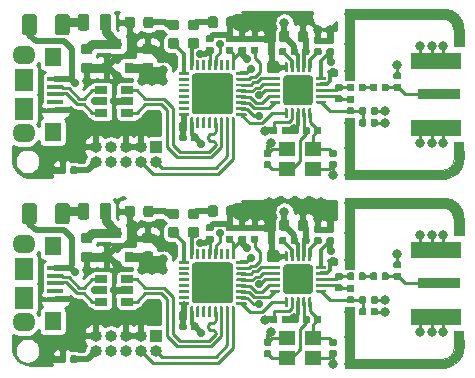
<source format=gbr>
G04 #@! TF.GenerationSoftware,KiCad,Pcbnew,(5.1.5)-3*
G04 #@! TF.CreationDate,2020-05-21T23:45:32+02:00*
G04 #@! TF.ProjectId,STRF_Panel,53545246-5f50-4616-9e65-6c2e6b696361,rev?*
G04 #@! TF.SameCoordinates,Original*
G04 #@! TF.FileFunction,Copper,L1,Top*
G04 #@! TF.FilePolarity,Positive*
%FSLAX46Y46*%
G04 Gerber Fmt 4.6, Leading zero omitted, Abs format (unit mm)*
G04 Created by KiCad (PCBNEW (5.1.5)-3) date 2020-05-21 23:45:32*
%MOMM*%
%LPD*%
G04 APERTURE LIST*
%ADD10C,0.120000*%
%ADD11C,0.100000*%
%ADD12C,0.150000*%
%ADD13R,0.800000X0.900000*%
%ADD14R,1.400000X1.200000*%
%ADD15R,1.060000X0.650000*%
%ADD16R,1.000000X1.000000*%
%ADD17O,1.000000X1.000000*%
%ADD18R,1.350000X0.400000*%
%ADD19O,1.950000X1.600000*%
%ADD20R,1.400000X1.600000*%
%ADD21R,1.600000X1.900000*%
%ADD22R,3.600000X0.900000*%
%ADD23R,4.200000X1.350000*%
%ADD24C,0.800000*%
%ADD25C,0.700000*%
%ADD26C,0.750000*%
%ADD27C,0.293370*%
%ADD28C,0.500000*%
%ADD29C,0.300000*%
%ADD30C,0.250000*%
%ADD31C,0.261112*%
G04 APERTURE END LIST*
D10*
X59120000Y-56000000D02*
G75*
G02X58210000Y-56910000I-910000J0D01*
G01*
D11*
G36*
X58300000Y-44100000D02*
G01*
X50650000Y-44100000D01*
X50650000Y-49300000D01*
X49850000Y-49300000D01*
X49850000Y-43300000D01*
X58300000Y-43300000D01*
X58300000Y-44100000D01*
G37*
X58300000Y-44100000D02*
X50650000Y-44100000D01*
X50650000Y-49300000D01*
X49850000Y-49300000D01*
X49850000Y-43300000D01*
X58300000Y-43300000D01*
X58300000Y-44100000D01*
G36*
X50645000Y-53550000D02*
G01*
X50647500Y-53550000D01*
X50652500Y-56900000D01*
X58200000Y-56900000D01*
X58200000Y-57700000D01*
X49850000Y-57700000D01*
X49850000Y-52500000D01*
X50650000Y-52500000D01*
X50645000Y-53550000D01*
G37*
X50645000Y-53550000D02*
X50647500Y-53550000D01*
X50652500Y-56900000D01*
X58200000Y-56900000D01*
X58200000Y-57700000D01*
X49850000Y-57700000D01*
X49850000Y-52500000D01*
X50650000Y-52500000D01*
X50645000Y-53550000D01*
D10*
X59900000Y-55990000D02*
G75*
G02X58200000Y-57690000I-1700000J0D01*
G01*
D11*
G36*
X59925000Y-46425000D02*
G01*
X59075000Y-46425000D01*
X59075000Y-44950000D01*
X59925000Y-44950000D01*
X59925000Y-46425000D01*
G37*
X59925000Y-46425000D02*
X59075000Y-46425000D01*
X59075000Y-44950000D01*
X59925000Y-44950000D01*
X59925000Y-46425000D01*
G36*
X59860000Y-56250000D02*
G01*
X59760000Y-56620000D01*
X59390000Y-57200000D01*
X58630000Y-57600000D01*
X58240000Y-57630000D01*
X58250000Y-56980000D01*
X58250000Y-56970000D01*
X58610000Y-56880000D01*
X58980000Y-56580000D01*
X59170000Y-56110000D01*
X59160000Y-56030000D01*
X59850000Y-56020000D01*
X59860000Y-56250000D01*
G37*
X59860000Y-56250000D02*
X59760000Y-56620000D01*
X59390000Y-57200000D01*
X58630000Y-57600000D01*
X58240000Y-57630000D01*
X58250000Y-56980000D01*
X58250000Y-56970000D01*
X58610000Y-56880000D01*
X58980000Y-56580000D01*
X59170000Y-56110000D01*
X59160000Y-56030000D01*
X59850000Y-56020000D01*
X59860000Y-56250000D01*
D12*
X58200000Y-44075000D02*
G75*
G02X59100000Y-44975000I0J-900000D01*
G01*
D11*
G36*
X59910000Y-56000000D02*
G01*
X59110000Y-56000000D01*
X59100000Y-54570000D01*
X59900000Y-54570000D01*
X59910000Y-56000000D01*
G37*
X59910000Y-56000000D02*
X59110000Y-56000000D01*
X59100000Y-54570000D01*
X59900000Y-54570000D01*
X59910000Y-56000000D01*
D12*
X58300000Y-43325000D02*
G75*
G02X59900000Y-44925000I0J-1600000D01*
G01*
D11*
G36*
X58575000Y-43400000D02*
G01*
X59150000Y-43625000D01*
X59625000Y-44075000D01*
X59825000Y-44500000D01*
X59825000Y-44900000D01*
X59150000Y-44900000D01*
X59125000Y-44725000D01*
X58950000Y-44375000D01*
X58625000Y-44150000D01*
X58250000Y-44025000D01*
X58300000Y-43350000D01*
X58575000Y-43400000D01*
G37*
X58575000Y-43400000D02*
X59150000Y-43625000D01*
X59625000Y-44075000D01*
X59825000Y-44500000D01*
X59825000Y-44900000D01*
X59150000Y-44900000D01*
X59125000Y-44725000D01*
X58950000Y-44375000D01*
X58625000Y-44150000D01*
X58250000Y-44025000D01*
X58300000Y-43350000D01*
X58575000Y-43400000D01*
G36*
X58575000Y-27400000D02*
G01*
X59150000Y-27625000D01*
X59625000Y-28075000D01*
X59825000Y-28500000D01*
X59825000Y-28900000D01*
X59150000Y-28900000D01*
X59125000Y-28725000D01*
X58950000Y-28375000D01*
X58625000Y-28150000D01*
X58250000Y-28025000D01*
X58300000Y-27350000D01*
X58575000Y-27400000D01*
G37*
X58575000Y-27400000D02*
X59150000Y-27625000D01*
X59625000Y-28075000D01*
X59825000Y-28500000D01*
X59825000Y-28900000D01*
X59150000Y-28900000D01*
X59125000Y-28725000D01*
X58950000Y-28375000D01*
X58625000Y-28150000D01*
X58250000Y-28025000D01*
X58300000Y-27350000D01*
X58575000Y-27400000D01*
G36*
X59925000Y-30425000D02*
G01*
X59075000Y-30425000D01*
X59075000Y-28950000D01*
X59925000Y-28950000D01*
X59925000Y-30425000D01*
G37*
X59925000Y-30425000D02*
X59075000Y-30425000D01*
X59075000Y-28950000D01*
X59925000Y-28950000D01*
X59925000Y-30425000D01*
D12*
X58200000Y-28075000D02*
G75*
G02X59100000Y-28975000I0J-900000D01*
G01*
X58300000Y-27325000D02*
G75*
G02X59900000Y-28925000I0J-1600000D01*
G01*
D11*
G36*
X59860000Y-40250000D02*
G01*
X59760000Y-40620000D01*
X59390000Y-41200000D01*
X58630000Y-41600000D01*
X58240000Y-41630000D01*
X58250000Y-40980000D01*
X58250000Y-40970000D01*
X58610000Y-40880000D01*
X58980000Y-40580000D01*
X59170000Y-40110000D01*
X59160000Y-40030000D01*
X59850000Y-40020000D01*
X59860000Y-40250000D01*
G37*
X59860000Y-40250000D02*
X59760000Y-40620000D01*
X59390000Y-41200000D01*
X58630000Y-41600000D01*
X58240000Y-41630000D01*
X58250000Y-40980000D01*
X58250000Y-40970000D01*
X58610000Y-40880000D01*
X58980000Y-40580000D01*
X59170000Y-40110000D01*
X59160000Y-40030000D01*
X59850000Y-40020000D01*
X59860000Y-40250000D01*
D10*
X59900000Y-39990000D02*
G75*
G02X58200000Y-41690000I-1700000J0D01*
G01*
D11*
G36*
X59910000Y-40000000D02*
G01*
X59110000Y-40000000D01*
X59100000Y-38570000D01*
X59900000Y-38570000D01*
X59910000Y-40000000D01*
G37*
X59910000Y-40000000D02*
X59110000Y-40000000D01*
X59100000Y-38570000D01*
X59900000Y-38570000D01*
X59910000Y-40000000D01*
G36*
X50645000Y-37550000D02*
G01*
X50647500Y-37550000D01*
X50652500Y-40900000D01*
X58200000Y-40900000D01*
X58200000Y-41700000D01*
X49850000Y-41700000D01*
X49850000Y-36500000D01*
X50650000Y-36500000D01*
X50645000Y-37550000D01*
G37*
X50645000Y-37550000D02*
X50647500Y-37550000D01*
X50652500Y-40900000D01*
X58200000Y-40900000D01*
X58200000Y-41700000D01*
X49850000Y-41700000D01*
X49850000Y-36500000D01*
X50650000Y-36500000D01*
X50645000Y-37550000D01*
D10*
X59120000Y-40000000D02*
G75*
G02X58210000Y-40910000I-910000J0D01*
G01*
D11*
G36*
X58300000Y-28100000D02*
G01*
X50650000Y-28100000D01*
X50650000Y-33300000D01*
X49850000Y-33300000D01*
X49850000Y-27300000D01*
X58300000Y-27300000D01*
X58300000Y-28100000D01*
G37*
X58300000Y-28100000D02*
X50650000Y-28100000D01*
X50650000Y-33300000D01*
X49850000Y-33300000D01*
X49850000Y-27300000D01*
X58300000Y-27300000D01*
X58300000Y-28100000D01*
G04 #@! TA.AperFunction,SMDPad,CuDef*
G36*
X50536958Y-50630710D02*
G01*
X50551276Y-50632834D01*
X50565317Y-50636351D01*
X50578946Y-50641228D01*
X50592031Y-50647417D01*
X50604447Y-50654858D01*
X50616073Y-50663481D01*
X50626798Y-50673202D01*
X50636519Y-50683927D01*
X50645142Y-50695553D01*
X50652583Y-50707969D01*
X50658772Y-50721054D01*
X50663649Y-50734683D01*
X50667166Y-50748724D01*
X50669290Y-50763042D01*
X50670000Y-50777500D01*
X50670000Y-51072500D01*
X50669290Y-51086958D01*
X50667166Y-51101276D01*
X50663649Y-51115317D01*
X50658772Y-51128946D01*
X50652583Y-51142031D01*
X50645142Y-51154447D01*
X50636519Y-51166073D01*
X50626798Y-51176798D01*
X50616073Y-51186519D01*
X50604447Y-51195142D01*
X50592031Y-51202583D01*
X50578946Y-51208772D01*
X50565317Y-51213649D01*
X50551276Y-51217166D01*
X50536958Y-51219290D01*
X50522500Y-51220000D01*
X50177500Y-51220000D01*
X50163042Y-51219290D01*
X50148724Y-51217166D01*
X50134683Y-51213649D01*
X50121054Y-51208772D01*
X50107969Y-51202583D01*
X50095553Y-51195142D01*
X50083927Y-51186519D01*
X50073202Y-51176798D01*
X50063481Y-51166073D01*
X50054858Y-51154447D01*
X50047417Y-51142031D01*
X50041228Y-51128946D01*
X50036351Y-51115317D01*
X50032834Y-51101276D01*
X50030710Y-51086958D01*
X50030000Y-51072500D01*
X50030000Y-50777500D01*
X50030710Y-50763042D01*
X50032834Y-50748724D01*
X50036351Y-50734683D01*
X50041228Y-50721054D01*
X50047417Y-50707969D01*
X50054858Y-50695553D01*
X50063481Y-50683927D01*
X50073202Y-50673202D01*
X50083927Y-50663481D01*
X50095553Y-50654858D01*
X50107969Y-50647417D01*
X50121054Y-50641228D01*
X50134683Y-50636351D01*
X50148724Y-50632834D01*
X50163042Y-50630710D01*
X50177500Y-50630000D01*
X50522500Y-50630000D01*
X50536958Y-50630710D01*
G37*
G04 #@! TD.AperFunction*
G04 #@! TA.AperFunction,SMDPad,CuDef*
G36*
X50536958Y-51600710D02*
G01*
X50551276Y-51602834D01*
X50565317Y-51606351D01*
X50578946Y-51611228D01*
X50592031Y-51617417D01*
X50604447Y-51624858D01*
X50616073Y-51633481D01*
X50626798Y-51643202D01*
X50636519Y-51653927D01*
X50645142Y-51665553D01*
X50652583Y-51677969D01*
X50658772Y-51691054D01*
X50663649Y-51704683D01*
X50667166Y-51718724D01*
X50669290Y-51733042D01*
X50670000Y-51747500D01*
X50670000Y-52042500D01*
X50669290Y-52056958D01*
X50667166Y-52071276D01*
X50663649Y-52085317D01*
X50658772Y-52098946D01*
X50652583Y-52112031D01*
X50645142Y-52124447D01*
X50636519Y-52136073D01*
X50626798Y-52146798D01*
X50616073Y-52156519D01*
X50604447Y-52165142D01*
X50592031Y-52172583D01*
X50578946Y-52178772D01*
X50565317Y-52183649D01*
X50551276Y-52187166D01*
X50536958Y-52189290D01*
X50522500Y-52190000D01*
X50177500Y-52190000D01*
X50163042Y-52189290D01*
X50148724Y-52187166D01*
X50134683Y-52183649D01*
X50121054Y-52178772D01*
X50107969Y-52172583D01*
X50095553Y-52165142D01*
X50083927Y-52156519D01*
X50073202Y-52146798D01*
X50063481Y-52136073D01*
X50054858Y-52124447D01*
X50047417Y-52112031D01*
X50041228Y-52098946D01*
X50036351Y-52085317D01*
X50032834Y-52071276D01*
X50030710Y-52056958D01*
X50030000Y-52042500D01*
X50030000Y-51747500D01*
X50030710Y-51733042D01*
X50032834Y-51718724D01*
X50036351Y-51704683D01*
X50041228Y-51691054D01*
X50047417Y-51677969D01*
X50054858Y-51665553D01*
X50063481Y-51653927D01*
X50073202Y-51643202D01*
X50083927Y-51633481D01*
X50095553Y-51624858D01*
X50107969Y-51617417D01*
X50121054Y-51611228D01*
X50134683Y-51606351D01*
X50148724Y-51602834D01*
X50163042Y-51600710D01*
X50177500Y-51600000D01*
X50522500Y-51600000D01*
X50536958Y-51600710D01*
G37*
G04 #@! TD.AperFunction*
G04 #@! TA.AperFunction,SMDPad,CuDef*
G36*
X31902691Y-43926053D02*
G01*
X31923926Y-43929203D01*
X31944750Y-43934419D01*
X31964962Y-43941651D01*
X31984368Y-43950830D01*
X32002781Y-43961866D01*
X32020024Y-43974654D01*
X32035930Y-43989070D01*
X32050346Y-44004976D01*
X32063134Y-44022219D01*
X32074170Y-44040632D01*
X32083349Y-44060038D01*
X32090581Y-44080250D01*
X32095797Y-44101074D01*
X32098947Y-44122309D01*
X32100000Y-44143750D01*
X32100000Y-44656250D01*
X32098947Y-44677691D01*
X32095797Y-44698926D01*
X32090581Y-44719750D01*
X32083349Y-44739962D01*
X32074170Y-44759368D01*
X32063134Y-44777781D01*
X32050346Y-44795024D01*
X32035930Y-44810930D01*
X32020024Y-44825346D01*
X32002781Y-44838134D01*
X31984368Y-44849170D01*
X31964962Y-44858349D01*
X31944750Y-44865581D01*
X31923926Y-44870797D01*
X31902691Y-44873947D01*
X31881250Y-44875000D01*
X31443750Y-44875000D01*
X31422309Y-44873947D01*
X31401074Y-44870797D01*
X31380250Y-44865581D01*
X31360038Y-44858349D01*
X31340632Y-44849170D01*
X31322219Y-44838134D01*
X31304976Y-44825346D01*
X31289070Y-44810930D01*
X31274654Y-44795024D01*
X31261866Y-44777781D01*
X31250830Y-44759368D01*
X31241651Y-44739962D01*
X31234419Y-44719750D01*
X31229203Y-44698926D01*
X31226053Y-44677691D01*
X31225000Y-44656250D01*
X31225000Y-44143750D01*
X31226053Y-44122309D01*
X31229203Y-44101074D01*
X31234419Y-44080250D01*
X31241651Y-44060038D01*
X31250830Y-44040632D01*
X31261866Y-44022219D01*
X31274654Y-44004976D01*
X31289070Y-43989070D01*
X31304976Y-43974654D01*
X31322219Y-43961866D01*
X31340632Y-43950830D01*
X31360038Y-43941651D01*
X31380250Y-43934419D01*
X31401074Y-43929203D01*
X31422309Y-43926053D01*
X31443750Y-43925000D01*
X31881250Y-43925000D01*
X31902691Y-43926053D01*
G37*
G04 #@! TD.AperFunction*
G04 #@! TA.AperFunction,SMDPad,CuDef*
G36*
X33477691Y-43926053D02*
G01*
X33498926Y-43929203D01*
X33519750Y-43934419D01*
X33539962Y-43941651D01*
X33559368Y-43950830D01*
X33577781Y-43961866D01*
X33595024Y-43974654D01*
X33610930Y-43989070D01*
X33625346Y-44004976D01*
X33638134Y-44022219D01*
X33649170Y-44040632D01*
X33658349Y-44060038D01*
X33665581Y-44080250D01*
X33670797Y-44101074D01*
X33673947Y-44122309D01*
X33675000Y-44143750D01*
X33675000Y-44656250D01*
X33673947Y-44677691D01*
X33670797Y-44698926D01*
X33665581Y-44719750D01*
X33658349Y-44739962D01*
X33649170Y-44759368D01*
X33638134Y-44777781D01*
X33625346Y-44795024D01*
X33610930Y-44810930D01*
X33595024Y-44825346D01*
X33577781Y-44838134D01*
X33559368Y-44849170D01*
X33539962Y-44858349D01*
X33519750Y-44865581D01*
X33498926Y-44870797D01*
X33477691Y-44873947D01*
X33456250Y-44875000D01*
X33018750Y-44875000D01*
X32997309Y-44873947D01*
X32976074Y-44870797D01*
X32955250Y-44865581D01*
X32935038Y-44858349D01*
X32915632Y-44849170D01*
X32897219Y-44838134D01*
X32879976Y-44825346D01*
X32864070Y-44810930D01*
X32849654Y-44795024D01*
X32836866Y-44777781D01*
X32825830Y-44759368D01*
X32816651Y-44739962D01*
X32809419Y-44719750D01*
X32804203Y-44698926D01*
X32801053Y-44677691D01*
X32800000Y-44656250D01*
X32800000Y-44143750D01*
X32801053Y-44122309D01*
X32804203Y-44101074D01*
X32809419Y-44080250D01*
X32816651Y-44060038D01*
X32825830Y-44040632D01*
X32836866Y-44022219D01*
X32849654Y-44004976D01*
X32864070Y-43989070D01*
X32879976Y-43974654D01*
X32897219Y-43961866D01*
X32915632Y-43950830D01*
X32935038Y-43941651D01*
X32955250Y-43934419D01*
X32976074Y-43929203D01*
X32997309Y-43926053D01*
X33018750Y-43925000D01*
X33456250Y-43925000D01*
X33477691Y-43926053D01*
G37*
G04 #@! TD.AperFunction*
D13*
X30600000Y-46240000D03*
X31550000Y-48240000D03*
X29650000Y-48240000D03*
G04 #@! TA.AperFunction,SMDPad,CuDef*
D11*
G36*
X41483626Y-48580301D02*
G01*
X41489693Y-48581201D01*
X41495643Y-48582691D01*
X41501418Y-48584758D01*
X41506962Y-48587380D01*
X41512223Y-48590533D01*
X41517150Y-48594187D01*
X41521694Y-48598306D01*
X41525813Y-48602850D01*
X41529467Y-48607777D01*
X41532620Y-48613038D01*
X41535242Y-48618582D01*
X41537309Y-48624357D01*
X41538799Y-48630307D01*
X41539699Y-48636374D01*
X41540000Y-48642500D01*
X41540000Y-48767500D01*
X41539699Y-48773626D01*
X41538799Y-48779693D01*
X41537309Y-48785643D01*
X41535242Y-48791418D01*
X41532620Y-48796962D01*
X41529467Y-48802223D01*
X41525813Y-48807150D01*
X41521694Y-48811694D01*
X41517150Y-48815813D01*
X41512223Y-48819467D01*
X41506962Y-48822620D01*
X41501418Y-48825242D01*
X41495643Y-48827309D01*
X41489693Y-48828799D01*
X41483626Y-48829699D01*
X41477500Y-48830000D01*
X40727500Y-48830000D01*
X40721374Y-48829699D01*
X40715307Y-48828799D01*
X40709357Y-48827309D01*
X40703582Y-48825242D01*
X40698038Y-48822620D01*
X40692777Y-48819467D01*
X40687850Y-48815813D01*
X40683306Y-48811694D01*
X40679187Y-48807150D01*
X40675533Y-48802223D01*
X40672380Y-48796962D01*
X40669758Y-48791418D01*
X40667691Y-48785643D01*
X40666201Y-48779693D01*
X40665301Y-48773626D01*
X40665000Y-48767500D01*
X40665000Y-48642500D01*
X40665301Y-48636374D01*
X40666201Y-48630307D01*
X40667691Y-48624357D01*
X40669758Y-48618582D01*
X40672380Y-48613038D01*
X40675533Y-48607777D01*
X40679187Y-48602850D01*
X40683306Y-48598306D01*
X40687850Y-48594187D01*
X40692777Y-48590533D01*
X40698038Y-48587380D01*
X40703582Y-48584758D01*
X40709357Y-48582691D01*
X40715307Y-48581201D01*
X40721374Y-48580301D01*
X40727500Y-48580000D01*
X41477500Y-48580000D01*
X41483626Y-48580301D01*
G37*
G04 #@! TD.AperFunction*
G04 #@! TA.AperFunction,SMDPad,CuDef*
G36*
X41483626Y-49080301D02*
G01*
X41489693Y-49081201D01*
X41495643Y-49082691D01*
X41501418Y-49084758D01*
X41506962Y-49087380D01*
X41512223Y-49090533D01*
X41517150Y-49094187D01*
X41521694Y-49098306D01*
X41525813Y-49102850D01*
X41529467Y-49107777D01*
X41532620Y-49113038D01*
X41535242Y-49118582D01*
X41537309Y-49124357D01*
X41538799Y-49130307D01*
X41539699Y-49136374D01*
X41540000Y-49142500D01*
X41540000Y-49267500D01*
X41539699Y-49273626D01*
X41538799Y-49279693D01*
X41537309Y-49285643D01*
X41535242Y-49291418D01*
X41532620Y-49296962D01*
X41529467Y-49302223D01*
X41525813Y-49307150D01*
X41521694Y-49311694D01*
X41517150Y-49315813D01*
X41512223Y-49319467D01*
X41506962Y-49322620D01*
X41501418Y-49325242D01*
X41495643Y-49327309D01*
X41489693Y-49328799D01*
X41483626Y-49329699D01*
X41477500Y-49330000D01*
X40727500Y-49330000D01*
X40721374Y-49329699D01*
X40715307Y-49328799D01*
X40709357Y-49327309D01*
X40703582Y-49325242D01*
X40698038Y-49322620D01*
X40692777Y-49319467D01*
X40687850Y-49315813D01*
X40683306Y-49311694D01*
X40679187Y-49307150D01*
X40675533Y-49302223D01*
X40672380Y-49296962D01*
X40669758Y-49291418D01*
X40667691Y-49285643D01*
X40666201Y-49279693D01*
X40665301Y-49273626D01*
X40665000Y-49267500D01*
X40665000Y-49142500D01*
X40665301Y-49136374D01*
X40666201Y-49130307D01*
X40667691Y-49124357D01*
X40669758Y-49118582D01*
X40672380Y-49113038D01*
X40675533Y-49107777D01*
X40679187Y-49102850D01*
X40683306Y-49098306D01*
X40687850Y-49094187D01*
X40692777Y-49090533D01*
X40698038Y-49087380D01*
X40703582Y-49084758D01*
X40709357Y-49082691D01*
X40715307Y-49081201D01*
X40721374Y-49080301D01*
X40727500Y-49080000D01*
X41477500Y-49080000D01*
X41483626Y-49080301D01*
G37*
G04 #@! TD.AperFunction*
G04 #@! TA.AperFunction,SMDPad,CuDef*
G36*
X41483626Y-49580301D02*
G01*
X41489693Y-49581201D01*
X41495643Y-49582691D01*
X41501418Y-49584758D01*
X41506962Y-49587380D01*
X41512223Y-49590533D01*
X41517150Y-49594187D01*
X41521694Y-49598306D01*
X41525813Y-49602850D01*
X41529467Y-49607777D01*
X41532620Y-49613038D01*
X41535242Y-49618582D01*
X41537309Y-49624357D01*
X41538799Y-49630307D01*
X41539699Y-49636374D01*
X41540000Y-49642500D01*
X41540000Y-49767500D01*
X41539699Y-49773626D01*
X41538799Y-49779693D01*
X41537309Y-49785643D01*
X41535242Y-49791418D01*
X41532620Y-49796962D01*
X41529467Y-49802223D01*
X41525813Y-49807150D01*
X41521694Y-49811694D01*
X41517150Y-49815813D01*
X41512223Y-49819467D01*
X41506962Y-49822620D01*
X41501418Y-49825242D01*
X41495643Y-49827309D01*
X41489693Y-49828799D01*
X41483626Y-49829699D01*
X41477500Y-49830000D01*
X40727500Y-49830000D01*
X40721374Y-49829699D01*
X40715307Y-49828799D01*
X40709357Y-49827309D01*
X40703582Y-49825242D01*
X40698038Y-49822620D01*
X40692777Y-49819467D01*
X40687850Y-49815813D01*
X40683306Y-49811694D01*
X40679187Y-49807150D01*
X40675533Y-49802223D01*
X40672380Y-49796962D01*
X40669758Y-49791418D01*
X40667691Y-49785643D01*
X40666201Y-49779693D01*
X40665301Y-49773626D01*
X40665000Y-49767500D01*
X40665000Y-49642500D01*
X40665301Y-49636374D01*
X40666201Y-49630307D01*
X40667691Y-49624357D01*
X40669758Y-49618582D01*
X40672380Y-49613038D01*
X40675533Y-49607777D01*
X40679187Y-49602850D01*
X40683306Y-49598306D01*
X40687850Y-49594187D01*
X40692777Y-49590533D01*
X40698038Y-49587380D01*
X40703582Y-49584758D01*
X40709357Y-49582691D01*
X40715307Y-49581201D01*
X40721374Y-49580301D01*
X40727500Y-49580000D01*
X41477500Y-49580000D01*
X41483626Y-49580301D01*
G37*
G04 #@! TD.AperFunction*
G04 #@! TA.AperFunction,SMDPad,CuDef*
G36*
X41483626Y-50080301D02*
G01*
X41489693Y-50081201D01*
X41495643Y-50082691D01*
X41501418Y-50084758D01*
X41506962Y-50087380D01*
X41512223Y-50090533D01*
X41517150Y-50094187D01*
X41521694Y-50098306D01*
X41525813Y-50102850D01*
X41529467Y-50107777D01*
X41532620Y-50113038D01*
X41535242Y-50118582D01*
X41537309Y-50124357D01*
X41538799Y-50130307D01*
X41539699Y-50136374D01*
X41540000Y-50142500D01*
X41540000Y-50267500D01*
X41539699Y-50273626D01*
X41538799Y-50279693D01*
X41537309Y-50285643D01*
X41535242Y-50291418D01*
X41532620Y-50296962D01*
X41529467Y-50302223D01*
X41525813Y-50307150D01*
X41521694Y-50311694D01*
X41517150Y-50315813D01*
X41512223Y-50319467D01*
X41506962Y-50322620D01*
X41501418Y-50325242D01*
X41495643Y-50327309D01*
X41489693Y-50328799D01*
X41483626Y-50329699D01*
X41477500Y-50330000D01*
X40727500Y-50330000D01*
X40721374Y-50329699D01*
X40715307Y-50328799D01*
X40709357Y-50327309D01*
X40703582Y-50325242D01*
X40698038Y-50322620D01*
X40692777Y-50319467D01*
X40687850Y-50315813D01*
X40683306Y-50311694D01*
X40679187Y-50307150D01*
X40675533Y-50302223D01*
X40672380Y-50296962D01*
X40669758Y-50291418D01*
X40667691Y-50285643D01*
X40666201Y-50279693D01*
X40665301Y-50273626D01*
X40665000Y-50267500D01*
X40665000Y-50142500D01*
X40665301Y-50136374D01*
X40666201Y-50130307D01*
X40667691Y-50124357D01*
X40669758Y-50118582D01*
X40672380Y-50113038D01*
X40675533Y-50107777D01*
X40679187Y-50102850D01*
X40683306Y-50098306D01*
X40687850Y-50094187D01*
X40692777Y-50090533D01*
X40698038Y-50087380D01*
X40703582Y-50084758D01*
X40709357Y-50082691D01*
X40715307Y-50081201D01*
X40721374Y-50080301D01*
X40727500Y-50080000D01*
X41477500Y-50080000D01*
X41483626Y-50080301D01*
G37*
G04 #@! TD.AperFunction*
G04 #@! TA.AperFunction,SMDPad,CuDef*
G36*
X41483626Y-50580301D02*
G01*
X41489693Y-50581201D01*
X41495643Y-50582691D01*
X41501418Y-50584758D01*
X41506962Y-50587380D01*
X41512223Y-50590533D01*
X41517150Y-50594187D01*
X41521694Y-50598306D01*
X41525813Y-50602850D01*
X41529467Y-50607777D01*
X41532620Y-50613038D01*
X41535242Y-50618582D01*
X41537309Y-50624357D01*
X41538799Y-50630307D01*
X41539699Y-50636374D01*
X41540000Y-50642500D01*
X41540000Y-50767500D01*
X41539699Y-50773626D01*
X41538799Y-50779693D01*
X41537309Y-50785643D01*
X41535242Y-50791418D01*
X41532620Y-50796962D01*
X41529467Y-50802223D01*
X41525813Y-50807150D01*
X41521694Y-50811694D01*
X41517150Y-50815813D01*
X41512223Y-50819467D01*
X41506962Y-50822620D01*
X41501418Y-50825242D01*
X41495643Y-50827309D01*
X41489693Y-50828799D01*
X41483626Y-50829699D01*
X41477500Y-50830000D01*
X40727500Y-50830000D01*
X40721374Y-50829699D01*
X40715307Y-50828799D01*
X40709357Y-50827309D01*
X40703582Y-50825242D01*
X40698038Y-50822620D01*
X40692777Y-50819467D01*
X40687850Y-50815813D01*
X40683306Y-50811694D01*
X40679187Y-50807150D01*
X40675533Y-50802223D01*
X40672380Y-50796962D01*
X40669758Y-50791418D01*
X40667691Y-50785643D01*
X40666201Y-50779693D01*
X40665301Y-50773626D01*
X40665000Y-50767500D01*
X40665000Y-50642500D01*
X40665301Y-50636374D01*
X40666201Y-50630307D01*
X40667691Y-50624357D01*
X40669758Y-50618582D01*
X40672380Y-50613038D01*
X40675533Y-50607777D01*
X40679187Y-50602850D01*
X40683306Y-50598306D01*
X40687850Y-50594187D01*
X40692777Y-50590533D01*
X40698038Y-50587380D01*
X40703582Y-50584758D01*
X40709357Y-50582691D01*
X40715307Y-50581201D01*
X40721374Y-50580301D01*
X40727500Y-50580000D01*
X41477500Y-50580000D01*
X41483626Y-50580301D01*
G37*
G04 #@! TD.AperFunction*
G04 #@! TA.AperFunction,SMDPad,CuDef*
G36*
X41483626Y-51080301D02*
G01*
X41489693Y-51081201D01*
X41495643Y-51082691D01*
X41501418Y-51084758D01*
X41506962Y-51087380D01*
X41512223Y-51090533D01*
X41517150Y-51094187D01*
X41521694Y-51098306D01*
X41525813Y-51102850D01*
X41529467Y-51107777D01*
X41532620Y-51113038D01*
X41535242Y-51118582D01*
X41537309Y-51124357D01*
X41538799Y-51130307D01*
X41539699Y-51136374D01*
X41540000Y-51142500D01*
X41540000Y-51267500D01*
X41539699Y-51273626D01*
X41538799Y-51279693D01*
X41537309Y-51285643D01*
X41535242Y-51291418D01*
X41532620Y-51296962D01*
X41529467Y-51302223D01*
X41525813Y-51307150D01*
X41521694Y-51311694D01*
X41517150Y-51315813D01*
X41512223Y-51319467D01*
X41506962Y-51322620D01*
X41501418Y-51325242D01*
X41495643Y-51327309D01*
X41489693Y-51328799D01*
X41483626Y-51329699D01*
X41477500Y-51330000D01*
X40727500Y-51330000D01*
X40721374Y-51329699D01*
X40715307Y-51328799D01*
X40709357Y-51327309D01*
X40703582Y-51325242D01*
X40698038Y-51322620D01*
X40692777Y-51319467D01*
X40687850Y-51315813D01*
X40683306Y-51311694D01*
X40679187Y-51307150D01*
X40675533Y-51302223D01*
X40672380Y-51296962D01*
X40669758Y-51291418D01*
X40667691Y-51285643D01*
X40666201Y-51279693D01*
X40665301Y-51273626D01*
X40665000Y-51267500D01*
X40665000Y-51142500D01*
X40665301Y-51136374D01*
X40666201Y-51130307D01*
X40667691Y-51124357D01*
X40669758Y-51118582D01*
X40672380Y-51113038D01*
X40675533Y-51107777D01*
X40679187Y-51102850D01*
X40683306Y-51098306D01*
X40687850Y-51094187D01*
X40692777Y-51090533D01*
X40698038Y-51087380D01*
X40703582Y-51084758D01*
X40709357Y-51082691D01*
X40715307Y-51081201D01*
X40721374Y-51080301D01*
X40727500Y-51080000D01*
X41477500Y-51080000D01*
X41483626Y-51080301D01*
G37*
G04 #@! TD.AperFunction*
G04 #@! TA.AperFunction,SMDPad,CuDef*
G36*
X41483626Y-51580301D02*
G01*
X41489693Y-51581201D01*
X41495643Y-51582691D01*
X41501418Y-51584758D01*
X41506962Y-51587380D01*
X41512223Y-51590533D01*
X41517150Y-51594187D01*
X41521694Y-51598306D01*
X41525813Y-51602850D01*
X41529467Y-51607777D01*
X41532620Y-51613038D01*
X41535242Y-51618582D01*
X41537309Y-51624357D01*
X41538799Y-51630307D01*
X41539699Y-51636374D01*
X41540000Y-51642500D01*
X41540000Y-51767500D01*
X41539699Y-51773626D01*
X41538799Y-51779693D01*
X41537309Y-51785643D01*
X41535242Y-51791418D01*
X41532620Y-51796962D01*
X41529467Y-51802223D01*
X41525813Y-51807150D01*
X41521694Y-51811694D01*
X41517150Y-51815813D01*
X41512223Y-51819467D01*
X41506962Y-51822620D01*
X41501418Y-51825242D01*
X41495643Y-51827309D01*
X41489693Y-51828799D01*
X41483626Y-51829699D01*
X41477500Y-51830000D01*
X40727500Y-51830000D01*
X40721374Y-51829699D01*
X40715307Y-51828799D01*
X40709357Y-51827309D01*
X40703582Y-51825242D01*
X40698038Y-51822620D01*
X40692777Y-51819467D01*
X40687850Y-51815813D01*
X40683306Y-51811694D01*
X40679187Y-51807150D01*
X40675533Y-51802223D01*
X40672380Y-51796962D01*
X40669758Y-51791418D01*
X40667691Y-51785643D01*
X40666201Y-51779693D01*
X40665301Y-51773626D01*
X40665000Y-51767500D01*
X40665000Y-51642500D01*
X40665301Y-51636374D01*
X40666201Y-51630307D01*
X40667691Y-51624357D01*
X40669758Y-51618582D01*
X40672380Y-51613038D01*
X40675533Y-51607777D01*
X40679187Y-51602850D01*
X40683306Y-51598306D01*
X40687850Y-51594187D01*
X40692777Y-51590533D01*
X40698038Y-51587380D01*
X40703582Y-51584758D01*
X40709357Y-51582691D01*
X40715307Y-51581201D01*
X40721374Y-51580301D01*
X40727500Y-51580000D01*
X41477500Y-51580000D01*
X41483626Y-51580301D01*
G37*
G04 #@! TD.AperFunction*
G04 #@! TA.AperFunction,SMDPad,CuDef*
G36*
X41483626Y-52080301D02*
G01*
X41489693Y-52081201D01*
X41495643Y-52082691D01*
X41501418Y-52084758D01*
X41506962Y-52087380D01*
X41512223Y-52090533D01*
X41517150Y-52094187D01*
X41521694Y-52098306D01*
X41525813Y-52102850D01*
X41529467Y-52107777D01*
X41532620Y-52113038D01*
X41535242Y-52118582D01*
X41537309Y-52124357D01*
X41538799Y-52130307D01*
X41539699Y-52136374D01*
X41540000Y-52142500D01*
X41540000Y-52267500D01*
X41539699Y-52273626D01*
X41538799Y-52279693D01*
X41537309Y-52285643D01*
X41535242Y-52291418D01*
X41532620Y-52296962D01*
X41529467Y-52302223D01*
X41525813Y-52307150D01*
X41521694Y-52311694D01*
X41517150Y-52315813D01*
X41512223Y-52319467D01*
X41506962Y-52322620D01*
X41501418Y-52325242D01*
X41495643Y-52327309D01*
X41489693Y-52328799D01*
X41483626Y-52329699D01*
X41477500Y-52330000D01*
X40727500Y-52330000D01*
X40721374Y-52329699D01*
X40715307Y-52328799D01*
X40709357Y-52327309D01*
X40703582Y-52325242D01*
X40698038Y-52322620D01*
X40692777Y-52319467D01*
X40687850Y-52315813D01*
X40683306Y-52311694D01*
X40679187Y-52307150D01*
X40675533Y-52302223D01*
X40672380Y-52296962D01*
X40669758Y-52291418D01*
X40667691Y-52285643D01*
X40666201Y-52279693D01*
X40665301Y-52273626D01*
X40665000Y-52267500D01*
X40665000Y-52142500D01*
X40665301Y-52136374D01*
X40666201Y-52130307D01*
X40667691Y-52124357D01*
X40669758Y-52118582D01*
X40672380Y-52113038D01*
X40675533Y-52107777D01*
X40679187Y-52102850D01*
X40683306Y-52098306D01*
X40687850Y-52094187D01*
X40692777Y-52090533D01*
X40698038Y-52087380D01*
X40703582Y-52084758D01*
X40709357Y-52082691D01*
X40715307Y-52081201D01*
X40721374Y-52080301D01*
X40727500Y-52080000D01*
X41477500Y-52080000D01*
X41483626Y-52080301D01*
G37*
G04 #@! TD.AperFunction*
G04 #@! TA.AperFunction,SMDPad,CuDef*
G36*
X40483626Y-52455301D02*
G01*
X40489693Y-52456201D01*
X40495643Y-52457691D01*
X40501418Y-52459758D01*
X40506962Y-52462380D01*
X40512223Y-52465533D01*
X40517150Y-52469187D01*
X40521694Y-52473306D01*
X40525813Y-52477850D01*
X40529467Y-52482777D01*
X40532620Y-52488038D01*
X40535242Y-52493582D01*
X40537309Y-52499357D01*
X40538799Y-52505307D01*
X40539699Y-52511374D01*
X40540000Y-52517500D01*
X40540000Y-53267500D01*
X40539699Y-53273626D01*
X40538799Y-53279693D01*
X40537309Y-53285643D01*
X40535242Y-53291418D01*
X40532620Y-53296962D01*
X40529467Y-53302223D01*
X40525813Y-53307150D01*
X40521694Y-53311694D01*
X40517150Y-53315813D01*
X40512223Y-53319467D01*
X40506962Y-53322620D01*
X40501418Y-53325242D01*
X40495643Y-53327309D01*
X40489693Y-53328799D01*
X40483626Y-53329699D01*
X40477500Y-53330000D01*
X40352500Y-53330000D01*
X40346374Y-53329699D01*
X40340307Y-53328799D01*
X40334357Y-53327309D01*
X40328582Y-53325242D01*
X40323038Y-53322620D01*
X40317777Y-53319467D01*
X40312850Y-53315813D01*
X40308306Y-53311694D01*
X40304187Y-53307150D01*
X40300533Y-53302223D01*
X40297380Y-53296962D01*
X40294758Y-53291418D01*
X40292691Y-53285643D01*
X40291201Y-53279693D01*
X40290301Y-53273626D01*
X40290000Y-53267500D01*
X40290000Y-52517500D01*
X40290301Y-52511374D01*
X40291201Y-52505307D01*
X40292691Y-52499357D01*
X40294758Y-52493582D01*
X40297380Y-52488038D01*
X40300533Y-52482777D01*
X40304187Y-52477850D01*
X40308306Y-52473306D01*
X40312850Y-52469187D01*
X40317777Y-52465533D01*
X40323038Y-52462380D01*
X40328582Y-52459758D01*
X40334357Y-52457691D01*
X40340307Y-52456201D01*
X40346374Y-52455301D01*
X40352500Y-52455000D01*
X40477500Y-52455000D01*
X40483626Y-52455301D01*
G37*
G04 #@! TD.AperFunction*
G04 #@! TA.AperFunction,SMDPad,CuDef*
G36*
X39983626Y-52455301D02*
G01*
X39989693Y-52456201D01*
X39995643Y-52457691D01*
X40001418Y-52459758D01*
X40006962Y-52462380D01*
X40012223Y-52465533D01*
X40017150Y-52469187D01*
X40021694Y-52473306D01*
X40025813Y-52477850D01*
X40029467Y-52482777D01*
X40032620Y-52488038D01*
X40035242Y-52493582D01*
X40037309Y-52499357D01*
X40038799Y-52505307D01*
X40039699Y-52511374D01*
X40040000Y-52517500D01*
X40040000Y-53267500D01*
X40039699Y-53273626D01*
X40038799Y-53279693D01*
X40037309Y-53285643D01*
X40035242Y-53291418D01*
X40032620Y-53296962D01*
X40029467Y-53302223D01*
X40025813Y-53307150D01*
X40021694Y-53311694D01*
X40017150Y-53315813D01*
X40012223Y-53319467D01*
X40006962Y-53322620D01*
X40001418Y-53325242D01*
X39995643Y-53327309D01*
X39989693Y-53328799D01*
X39983626Y-53329699D01*
X39977500Y-53330000D01*
X39852500Y-53330000D01*
X39846374Y-53329699D01*
X39840307Y-53328799D01*
X39834357Y-53327309D01*
X39828582Y-53325242D01*
X39823038Y-53322620D01*
X39817777Y-53319467D01*
X39812850Y-53315813D01*
X39808306Y-53311694D01*
X39804187Y-53307150D01*
X39800533Y-53302223D01*
X39797380Y-53296962D01*
X39794758Y-53291418D01*
X39792691Y-53285643D01*
X39791201Y-53279693D01*
X39790301Y-53273626D01*
X39790000Y-53267500D01*
X39790000Y-52517500D01*
X39790301Y-52511374D01*
X39791201Y-52505307D01*
X39792691Y-52499357D01*
X39794758Y-52493582D01*
X39797380Y-52488038D01*
X39800533Y-52482777D01*
X39804187Y-52477850D01*
X39808306Y-52473306D01*
X39812850Y-52469187D01*
X39817777Y-52465533D01*
X39823038Y-52462380D01*
X39828582Y-52459758D01*
X39834357Y-52457691D01*
X39840307Y-52456201D01*
X39846374Y-52455301D01*
X39852500Y-52455000D01*
X39977500Y-52455000D01*
X39983626Y-52455301D01*
G37*
G04 #@! TD.AperFunction*
G04 #@! TA.AperFunction,SMDPad,CuDef*
G36*
X39483626Y-52455301D02*
G01*
X39489693Y-52456201D01*
X39495643Y-52457691D01*
X39501418Y-52459758D01*
X39506962Y-52462380D01*
X39512223Y-52465533D01*
X39517150Y-52469187D01*
X39521694Y-52473306D01*
X39525813Y-52477850D01*
X39529467Y-52482777D01*
X39532620Y-52488038D01*
X39535242Y-52493582D01*
X39537309Y-52499357D01*
X39538799Y-52505307D01*
X39539699Y-52511374D01*
X39540000Y-52517500D01*
X39540000Y-53267500D01*
X39539699Y-53273626D01*
X39538799Y-53279693D01*
X39537309Y-53285643D01*
X39535242Y-53291418D01*
X39532620Y-53296962D01*
X39529467Y-53302223D01*
X39525813Y-53307150D01*
X39521694Y-53311694D01*
X39517150Y-53315813D01*
X39512223Y-53319467D01*
X39506962Y-53322620D01*
X39501418Y-53325242D01*
X39495643Y-53327309D01*
X39489693Y-53328799D01*
X39483626Y-53329699D01*
X39477500Y-53330000D01*
X39352500Y-53330000D01*
X39346374Y-53329699D01*
X39340307Y-53328799D01*
X39334357Y-53327309D01*
X39328582Y-53325242D01*
X39323038Y-53322620D01*
X39317777Y-53319467D01*
X39312850Y-53315813D01*
X39308306Y-53311694D01*
X39304187Y-53307150D01*
X39300533Y-53302223D01*
X39297380Y-53296962D01*
X39294758Y-53291418D01*
X39292691Y-53285643D01*
X39291201Y-53279693D01*
X39290301Y-53273626D01*
X39290000Y-53267500D01*
X39290000Y-52517500D01*
X39290301Y-52511374D01*
X39291201Y-52505307D01*
X39292691Y-52499357D01*
X39294758Y-52493582D01*
X39297380Y-52488038D01*
X39300533Y-52482777D01*
X39304187Y-52477850D01*
X39308306Y-52473306D01*
X39312850Y-52469187D01*
X39317777Y-52465533D01*
X39323038Y-52462380D01*
X39328582Y-52459758D01*
X39334357Y-52457691D01*
X39340307Y-52456201D01*
X39346374Y-52455301D01*
X39352500Y-52455000D01*
X39477500Y-52455000D01*
X39483626Y-52455301D01*
G37*
G04 #@! TD.AperFunction*
G04 #@! TA.AperFunction,SMDPad,CuDef*
G36*
X38983626Y-52455301D02*
G01*
X38989693Y-52456201D01*
X38995643Y-52457691D01*
X39001418Y-52459758D01*
X39006962Y-52462380D01*
X39012223Y-52465533D01*
X39017150Y-52469187D01*
X39021694Y-52473306D01*
X39025813Y-52477850D01*
X39029467Y-52482777D01*
X39032620Y-52488038D01*
X39035242Y-52493582D01*
X39037309Y-52499357D01*
X39038799Y-52505307D01*
X39039699Y-52511374D01*
X39040000Y-52517500D01*
X39040000Y-53267500D01*
X39039699Y-53273626D01*
X39038799Y-53279693D01*
X39037309Y-53285643D01*
X39035242Y-53291418D01*
X39032620Y-53296962D01*
X39029467Y-53302223D01*
X39025813Y-53307150D01*
X39021694Y-53311694D01*
X39017150Y-53315813D01*
X39012223Y-53319467D01*
X39006962Y-53322620D01*
X39001418Y-53325242D01*
X38995643Y-53327309D01*
X38989693Y-53328799D01*
X38983626Y-53329699D01*
X38977500Y-53330000D01*
X38852500Y-53330000D01*
X38846374Y-53329699D01*
X38840307Y-53328799D01*
X38834357Y-53327309D01*
X38828582Y-53325242D01*
X38823038Y-53322620D01*
X38817777Y-53319467D01*
X38812850Y-53315813D01*
X38808306Y-53311694D01*
X38804187Y-53307150D01*
X38800533Y-53302223D01*
X38797380Y-53296962D01*
X38794758Y-53291418D01*
X38792691Y-53285643D01*
X38791201Y-53279693D01*
X38790301Y-53273626D01*
X38790000Y-53267500D01*
X38790000Y-52517500D01*
X38790301Y-52511374D01*
X38791201Y-52505307D01*
X38792691Y-52499357D01*
X38794758Y-52493582D01*
X38797380Y-52488038D01*
X38800533Y-52482777D01*
X38804187Y-52477850D01*
X38808306Y-52473306D01*
X38812850Y-52469187D01*
X38817777Y-52465533D01*
X38823038Y-52462380D01*
X38828582Y-52459758D01*
X38834357Y-52457691D01*
X38840307Y-52456201D01*
X38846374Y-52455301D01*
X38852500Y-52455000D01*
X38977500Y-52455000D01*
X38983626Y-52455301D01*
G37*
G04 #@! TD.AperFunction*
G04 #@! TA.AperFunction,SMDPad,CuDef*
G36*
X38483626Y-52455301D02*
G01*
X38489693Y-52456201D01*
X38495643Y-52457691D01*
X38501418Y-52459758D01*
X38506962Y-52462380D01*
X38512223Y-52465533D01*
X38517150Y-52469187D01*
X38521694Y-52473306D01*
X38525813Y-52477850D01*
X38529467Y-52482777D01*
X38532620Y-52488038D01*
X38535242Y-52493582D01*
X38537309Y-52499357D01*
X38538799Y-52505307D01*
X38539699Y-52511374D01*
X38540000Y-52517500D01*
X38540000Y-53267500D01*
X38539699Y-53273626D01*
X38538799Y-53279693D01*
X38537309Y-53285643D01*
X38535242Y-53291418D01*
X38532620Y-53296962D01*
X38529467Y-53302223D01*
X38525813Y-53307150D01*
X38521694Y-53311694D01*
X38517150Y-53315813D01*
X38512223Y-53319467D01*
X38506962Y-53322620D01*
X38501418Y-53325242D01*
X38495643Y-53327309D01*
X38489693Y-53328799D01*
X38483626Y-53329699D01*
X38477500Y-53330000D01*
X38352500Y-53330000D01*
X38346374Y-53329699D01*
X38340307Y-53328799D01*
X38334357Y-53327309D01*
X38328582Y-53325242D01*
X38323038Y-53322620D01*
X38317777Y-53319467D01*
X38312850Y-53315813D01*
X38308306Y-53311694D01*
X38304187Y-53307150D01*
X38300533Y-53302223D01*
X38297380Y-53296962D01*
X38294758Y-53291418D01*
X38292691Y-53285643D01*
X38291201Y-53279693D01*
X38290301Y-53273626D01*
X38290000Y-53267500D01*
X38290000Y-52517500D01*
X38290301Y-52511374D01*
X38291201Y-52505307D01*
X38292691Y-52499357D01*
X38294758Y-52493582D01*
X38297380Y-52488038D01*
X38300533Y-52482777D01*
X38304187Y-52477850D01*
X38308306Y-52473306D01*
X38312850Y-52469187D01*
X38317777Y-52465533D01*
X38323038Y-52462380D01*
X38328582Y-52459758D01*
X38334357Y-52457691D01*
X38340307Y-52456201D01*
X38346374Y-52455301D01*
X38352500Y-52455000D01*
X38477500Y-52455000D01*
X38483626Y-52455301D01*
G37*
G04 #@! TD.AperFunction*
G04 #@! TA.AperFunction,SMDPad,CuDef*
G36*
X37983626Y-52455301D02*
G01*
X37989693Y-52456201D01*
X37995643Y-52457691D01*
X38001418Y-52459758D01*
X38006962Y-52462380D01*
X38012223Y-52465533D01*
X38017150Y-52469187D01*
X38021694Y-52473306D01*
X38025813Y-52477850D01*
X38029467Y-52482777D01*
X38032620Y-52488038D01*
X38035242Y-52493582D01*
X38037309Y-52499357D01*
X38038799Y-52505307D01*
X38039699Y-52511374D01*
X38040000Y-52517500D01*
X38040000Y-53267500D01*
X38039699Y-53273626D01*
X38038799Y-53279693D01*
X38037309Y-53285643D01*
X38035242Y-53291418D01*
X38032620Y-53296962D01*
X38029467Y-53302223D01*
X38025813Y-53307150D01*
X38021694Y-53311694D01*
X38017150Y-53315813D01*
X38012223Y-53319467D01*
X38006962Y-53322620D01*
X38001418Y-53325242D01*
X37995643Y-53327309D01*
X37989693Y-53328799D01*
X37983626Y-53329699D01*
X37977500Y-53330000D01*
X37852500Y-53330000D01*
X37846374Y-53329699D01*
X37840307Y-53328799D01*
X37834357Y-53327309D01*
X37828582Y-53325242D01*
X37823038Y-53322620D01*
X37817777Y-53319467D01*
X37812850Y-53315813D01*
X37808306Y-53311694D01*
X37804187Y-53307150D01*
X37800533Y-53302223D01*
X37797380Y-53296962D01*
X37794758Y-53291418D01*
X37792691Y-53285643D01*
X37791201Y-53279693D01*
X37790301Y-53273626D01*
X37790000Y-53267500D01*
X37790000Y-52517500D01*
X37790301Y-52511374D01*
X37791201Y-52505307D01*
X37792691Y-52499357D01*
X37794758Y-52493582D01*
X37797380Y-52488038D01*
X37800533Y-52482777D01*
X37804187Y-52477850D01*
X37808306Y-52473306D01*
X37812850Y-52469187D01*
X37817777Y-52465533D01*
X37823038Y-52462380D01*
X37828582Y-52459758D01*
X37834357Y-52457691D01*
X37840307Y-52456201D01*
X37846374Y-52455301D01*
X37852500Y-52455000D01*
X37977500Y-52455000D01*
X37983626Y-52455301D01*
G37*
G04 #@! TD.AperFunction*
G04 #@! TA.AperFunction,SMDPad,CuDef*
G36*
X37483626Y-52455301D02*
G01*
X37489693Y-52456201D01*
X37495643Y-52457691D01*
X37501418Y-52459758D01*
X37506962Y-52462380D01*
X37512223Y-52465533D01*
X37517150Y-52469187D01*
X37521694Y-52473306D01*
X37525813Y-52477850D01*
X37529467Y-52482777D01*
X37532620Y-52488038D01*
X37535242Y-52493582D01*
X37537309Y-52499357D01*
X37538799Y-52505307D01*
X37539699Y-52511374D01*
X37540000Y-52517500D01*
X37540000Y-53267500D01*
X37539699Y-53273626D01*
X37538799Y-53279693D01*
X37537309Y-53285643D01*
X37535242Y-53291418D01*
X37532620Y-53296962D01*
X37529467Y-53302223D01*
X37525813Y-53307150D01*
X37521694Y-53311694D01*
X37517150Y-53315813D01*
X37512223Y-53319467D01*
X37506962Y-53322620D01*
X37501418Y-53325242D01*
X37495643Y-53327309D01*
X37489693Y-53328799D01*
X37483626Y-53329699D01*
X37477500Y-53330000D01*
X37352500Y-53330000D01*
X37346374Y-53329699D01*
X37340307Y-53328799D01*
X37334357Y-53327309D01*
X37328582Y-53325242D01*
X37323038Y-53322620D01*
X37317777Y-53319467D01*
X37312850Y-53315813D01*
X37308306Y-53311694D01*
X37304187Y-53307150D01*
X37300533Y-53302223D01*
X37297380Y-53296962D01*
X37294758Y-53291418D01*
X37292691Y-53285643D01*
X37291201Y-53279693D01*
X37290301Y-53273626D01*
X37290000Y-53267500D01*
X37290000Y-52517500D01*
X37290301Y-52511374D01*
X37291201Y-52505307D01*
X37292691Y-52499357D01*
X37294758Y-52493582D01*
X37297380Y-52488038D01*
X37300533Y-52482777D01*
X37304187Y-52477850D01*
X37308306Y-52473306D01*
X37312850Y-52469187D01*
X37317777Y-52465533D01*
X37323038Y-52462380D01*
X37328582Y-52459758D01*
X37334357Y-52457691D01*
X37340307Y-52456201D01*
X37346374Y-52455301D01*
X37352500Y-52455000D01*
X37477500Y-52455000D01*
X37483626Y-52455301D01*
G37*
G04 #@! TD.AperFunction*
G04 #@! TA.AperFunction,SMDPad,CuDef*
G36*
X36983626Y-52455301D02*
G01*
X36989693Y-52456201D01*
X36995643Y-52457691D01*
X37001418Y-52459758D01*
X37006962Y-52462380D01*
X37012223Y-52465533D01*
X37017150Y-52469187D01*
X37021694Y-52473306D01*
X37025813Y-52477850D01*
X37029467Y-52482777D01*
X37032620Y-52488038D01*
X37035242Y-52493582D01*
X37037309Y-52499357D01*
X37038799Y-52505307D01*
X37039699Y-52511374D01*
X37040000Y-52517500D01*
X37040000Y-53267500D01*
X37039699Y-53273626D01*
X37038799Y-53279693D01*
X37037309Y-53285643D01*
X37035242Y-53291418D01*
X37032620Y-53296962D01*
X37029467Y-53302223D01*
X37025813Y-53307150D01*
X37021694Y-53311694D01*
X37017150Y-53315813D01*
X37012223Y-53319467D01*
X37006962Y-53322620D01*
X37001418Y-53325242D01*
X36995643Y-53327309D01*
X36989693Y-53328799D01*
X36983626Y-53329699D01*
X36977500Y-53330000D01*
X36852500Y-53330000D01*
X36846374Y-53329699D01*
X36840307Y-53328799D01*
X36834357Y-53327309D01*
X36828582Y-53325242D01*
X36823038Y-53322620D01*
X36817777Y-53319467D01*
X36812850Y-53315813D01*
X36808306Y-53311694D01*
X36804187Y-53307150D01*
X36800533Y-53302223D01*
X36797380Y-53296962D01*
X36794758Y-53291418D01*
X36792691Y-53285643D01*
X36791201Y-53279693D01*
X36790301Y-53273626D01*
X36790000Y-53267500D01*
X36790000Y-52517500D01*
X36790301Y-52511374D01*
X36791201Y-52505307D01*
X36792691Y-52499357D01*
X36794758Y-52493582D01*
X36797380Y-52488038D01*
X36800533Y-52482777D01*
X36804187Y-52477850D01*
X36808306Y-52473306D01*
X36812850Y-52469187D01*
X36817777Y-52465533D01*
X36823038Y-52462380D01*
X36828582Y-52459758D01*
X36834357Y-52457691D01*
X36840307Y-52456201D01*
X36846374Y-52455301D01*
X36852500Y-52455000D01*
X36977500Y-52455000D01*
X36983626Y-52455301D01*
G37*
G04 #@! TD.AperFunction*
G04 #@! TA.AperFunction,SMDPad,CuDef*
G36*
X36608626Y-52080301D02*
G01*
X36614693Y-52081201D01*
X36620643Y-52082691D01*
X36626418Y-52084758D01*
X36631962Y-52087380D01*
X36637223Y-52090533D01*
X36642150Y-52094187D01*
X36646694Y-52098306D01*
X36650813Y-52102850D01*
X36654467Y-52107777D01*
X36657620Y-52113038D01*
X36660242Y-52118582D01*
X36662309Y-52124357D01*
X36663799Y-52130307D01*
X36664699Y-52136374D01*
X36665000Y-52142500D01*
X36665000Y-52267500D01*
X36664699Y-52273626D01*
X36663799Y-52279693D01*
X36662309Y-52285643D01*
X36660242Y-52291418D01*
X36657620Y-52296962D01*
X36654467Y-52302223D01*
X36650813Y-52307150D01*
X36646694Y-52311694D01*
X36642150Y-52315813D01*
X36637223Y-52319467D01*
X36631962Y-52322620D01*
X36626418Y-52325242D01*
X36620643Y-52327309D01*
X36614693Y-52328799D01*
X36608626Y-52329699D01*
X36602500Y-52330000D01*
X35852500Y-52330000D01*
X35846374Y-52329699D01*
X35840307Y-52328799D01*
X35834357Y-52327309D01*
X35828582Y-52325242D01*
X35823038Y-52322620D01*
X35817777Y-52319467D01*
X35812850Y-52315813D01*
X35808306Y-52311694D01*
X35804187Y-52307150D01*
X35800533Y-52302223D01*
X35797380Y-52296962D01*
X35794758Y-52291418D01*
X35792691Y-52285643D01*
X35791201Y-52279693D01*
X35790301Y-52273626D01*
X35790000Y-52267500D01*
X35790000Y-52142500D01*
X35790301Y-52136374D01*
X35791201Y-52130307D01*
X35792691Y-52124357D01*
X35794758Y-52118582D01*
X35797380Y-52113038D01*
X35800533Y-52107777D01*
X35804187Y-52102850D01*
X35808306Y-52098306D01*
X35812850Y-52094187D01*
X35817777Y-52090533D01*
X35823038Y-52087380D01*
X35828582Y-52084758D01*
X35834357Y-52082691D01*
X35840307Y-52081201D01*
X35846374Y-52080301D01*
X35852500Y-52080000D01*
X36602500Y-52080000D01*
X36608626Y-52080301D01*
G37*
G04 #@! TD.AperFunction*
G04 #@! TA.AperFunction,SMDPad,CuDef*
G36*
X36608626Y-51580301D02*
G01*
X36614693Y-51581201D01*
X36620643Y-51582691D01*
X36626418Y-51584758D01*
X36631962Y-51587380D01*
X36637223Y-51590533D01*
X36642150Y-51594187D01*
X36646694Y-51598306D01*
X36650813Y-51602850D01*
X36654467Y-51607777D01*
X36657620Y-51613038D01*
X36660242Y-51618582D01*
X36662309Y-51624357D01*
X36663799Y-51630307D01*
X36664699Y-51636374D01*
X36665000Y-51642500D01*
X36665000Y-51767500D01*
X36664699Y-51773626D01*
X36663799Y-51779693D01*
X36662309Y-51785643D01*
X36660242Y-51791418D01*
X36657620Y-51796962D01*
X36654467Y-51802223D01*
X36650813Y-51807150D01*
X36646694Y-51811694D01*
X36642150Y-51815813D01*
X36637223Y-51819467D01*
X36631962Y-51822620D01*
X36626418Y-51825242D01*
X36620643Y-51827309D01*
X36614693Y-51828799D01*
X36608626Y-51829699D01*
X36602500Y-51830000D01*
X35852500Y-51830000D01*
X35846374Y-51829699D01*
X35840307Y-51828799D01*
X35834357Y-51827309D01*
X35828582Y-51825242D01*
X35823038Y-51822620D01*
X35817777Y-51819467D01*
X35812850Y-51815813D01*
X35808306Y-51811694D01*
X35804187Y-51807150D01*
X35800533Y-51802223D01*
X35797380Y-51796962D01*
X35794758Y-51791418D01*
X35792691Y-51785643D01*
X35791201Y-51779693D01*
X35790301Y-51773626D01*
X35790000Y-51767500D01*
X35790000Y-51642500D01*
X35790301Y-51636374D01*
X35791201Y-51630307D01*
X35792691Y-51624357D01*
X35794758Y-51618582D01*
X35797380Y-51613038D01*
X35800533Y-51607777D01*
X35804187Y-51602850D01*
X35808306Y-51598306D01*
X35812850Y-51594187D01*
X35817777Y-51590533D01*
X35823038Y-51587380D01*
X35828582Y-51584758D01*
X35834357Y-51582691D01*
X35840307Y-51581201D01*
X35846374Y-51580301D01*
X35852500Y-51580000D01*
X36602500Y-51580000D01*
X36608626Y-51580301D01*
G37*
G04 #@! TD.AperFunction*
G04 #@! TA.AperFunction,SMDPad,CuDef*
G36*
X36608626Y-51080301D02*
G01*
X36614693Y-51081201D01*
X36620643Y-51082691D01*
X36626418Y-51084758D01*
X36631962Y-51087380D01*
X36637223Y-51090533D01*
X36642150Y-51094187D01*
X36646694Y-51098306D01*
X36650813Y-51102850D01*
X36654467Y-51107777D01*
X36657620Y-51113038D01*
X36660242Y-51118582D01*
X36662309Y-51124357D01*
X36663799Y-51130307D01*
X36664699Y-51136374D01*
X36665000Y-51142500D01*
X36665000Y-51267500D01*
X36664699Y-51273626D01*
X36663799Y-51279693D01*
X36662309Y-51285643D01*
X36660242Y-51291418D01*
X36657620Y-51296962D01*
X36654467Y-51302223D01*
X36650813Y-51307150D01*
X36646694Y-51311694D01*
X36642150Y-51315813D01*
X36637223Y-51319467D01*
X36631962Y-51322620D01*
X36626418Y-51325242D01*
X36620643Y-51327309D01*
X36614693Y-51328799D01*
X36608626Y-51329699D01*
X36602500Y-51330000D01*
X35852500Y-51330000D01*
X35846374Y-51329699D01*
X35840307Y-51328799D01*
X35834357Y-51327309D01*
X35828582Y-51325242D01*
X35823038Y-51322620D01*
X35817777Y-51319467D01*
X35812850Y-51315813D01*
X35808306Y-51311694D01*
X35804187Y-51307150D01*
X35800533Y-51302223D01*
X35797380Y-51296962D01*
X35794758Y-51291418D01*
X35792691Y-51285643D01*
X35791201Y-51279693D01*
X35790301Y-51273626D01*
X35790000Y-51267500D01*
X35790000Y-51142500D01*
X35790301Y-51136374D01*
X35791201Y-51130307D01*
X35792691Y-51124357D01*
X35794758Y-51118582D01*
X35797380Y-51113038D01*
X35800533Y-51107777D01*
X35804187Y-51102850D01*
X35808306Y-51098306D01*
X35812850Y-51094187D01*
X35817777Y-51090533D01*
X35823038Y-51087380D01*
X35828582Y-51084758D01*
X35834357Y-51082691D01*
X35840307Y-51081201D01*
X35846374Y-51080301D01*
X35852500Y-51080000D01*
X36602500Y-51080000D01*
X36608626Y-51080301D01*
G37*
G04 #@! TD.AperFunction*
G04 #@! TA.AperFunction,SMDPad,CuDef*
G36*
X36608626Y-50580301D02*
G01*
X36614693Y-50581201D01*
X36620643Y-50582691D01*
X36626418Y-50584758D01*
X36631962Y-50587380D01*
X36637223Y-50590533D01*
X36642150Y-50594187D01*
X36646694Y-50598306D01*
X36650813Y-50602850D01*
X36654467Y-50607777D01*
X36657620Y-50613038D01*
X36660242Y-50618582D01*
X36662309Y-50624357D01*
X36663799Y-50630307D01*
X36664699Y-50636374D01*
X36665000Y-50642500D01*
X36665000Y-50767500D01*
X36664699Y-50773626D01*
X36663799Y-50779693D01*
X36662309Y-50785643D01*
X36660242Y-50791418D01*
X36657620Y-50796962D01*
X36654467Y-50802223D01*
X36650813Y-50807150D01*
X36646694Y-50811694D01*
X36642150Y-50815813D01*
X36637223Y-50819467D01*
X36631962Y-50822620D01*
X36626418Y-50825242D01*
X36620643Y-50827309D01*
X36614693Y-50828799D01*
X36608626Y-50829699D01*
X36602500Y-50830000D01*
X35852500Y-50830000D01*
X35846374Y-50829699D01*
X35840307Y-50828799D01*
X35834357Y-50827309D01*
X35828582Y-50825242D01*
X35823038Y-50822620D01*
X35817777Y-50819467D01*
X35812850Y-50815813D01*
X35808306Y-50811694D01*
X35804187Y-50807150D01*
X35800533Y-50802223D01*
X35797380Y-50796962D01*
X35794758Y-50791418D01*
X35792691Y-50785643D01*
X35791201Y-50779693D01*
X35790301Y-50773626D01*
X35790000Y-50767500D01*
X35790000Y-50642500D01*
X35790301Y-50636374D01*
X35791201Y-50630307D01*
X35792691Y-50624357D01*
X35794758Y-50618582D01*
X35797380Y-50613038D01*
X35800533Y-50607777D01*
X35804187Y-50602850D01*
X35808306Y-50598306D01*
X35812850Y-50594187D01*
X35817777Y-50590533D01*
X35823038Y-50587380D01*
X35828582Y-50584758D01*
X35834357Y-50582691D01*
X35840307Y-50581201D01*
X35846374Y-50580301D01*
X35852500Y-50580000D01*
X36602500Y-50580000D01*
X36608626Y-50580301D01*
G37*
G04 #@! TD.AperFunction*
G04 #@! TA.AperFunction,SMDPad,CuDef*
G36*
X36608626Y-50080301D02*
G01*
X36614693Y-50081201D01*
X36620643Y-50082691D01*
X36626418Y-50084758D01*
X36631962Y-50087380D01*
X36637223Y-50090533D01*
X36642150Y-50094187D01*
X36646694Y-50098306D01*
X36650813Y-50102850D01*
X36654467Y-50107777D01*
X36657620Y-50113038D01*
X36660242Y-50118582D01*
X36662309Y-50124357D01*
X36663799Y-50130307D01*
X36664699Y-50136374D01*
X36665000Y-50142500D01*
X36665000Y-50267500D01*
X36664699Y-50273626D01*
X36663799Y-50279693D01*
X36662309Y-50285643D01*
X36660242Y-50291418D01*
X36657620Y-50296962D01*
X36654467Y-50302223D01*
X36650813Y-50307150D01*
X36646694Y-50311694D01*
X36642150Y-50315813D01*
X36637223Y-50319467D01*
X36631962Y-50322620D01*
X36626418Y-50325242D01*
X36620643Y-50327309D01*
X36614693Y-50328799D01*
X36608626Y-50329699D01*
X36602500Y-50330000D01*
X35852500Y-50330000D01*
X35846374Y-50329699D01*
X35840307Y-50328799D01*
X35834357Y-50327309D01*
X35828582Y-50325242D01*
X35823038Y-50322620D01*
X35817777Y-50319467D01*
X35812850Y-50315813D01*
X35808306Y-50311694D01*
X35804187Y-50307150D01*
X35800533Y-50302223D01*
X35797380Y-50296962D01*
X35794758Y-50291418D01*
X35792691Y-50285643D01*
X35791201Y-50279693D01*
X35790301Y-50273626D01*
X35790000Y-50267500D01*
X35790000Y-50142500D01*
X35790301Y-50136374D01*
X35791201Y-50130307D01*
X35792691Y-50124357D01*
X35794758Y-50118582D01*
X35797380Y-50113038D01*
X35800533Y-50107777D01*
X35804187Y-50102850D01*
X35808306Y-50098306D01*
X35812850Y-50094187D01*
X35817777Y-50090533D01*
X35823038Y-50087380D01*
X35828582Y-50084758D01*
X35834357Y-50082691D01*
X35840307Y-50081201D01*
X35846374Y-50080301D01*
X35852500Y-50080000D01*
X36602500Y-50080000D01*
X36608626Y-50080301D01*
G37*
G04 #@! TD.AperFunction*
G04 #@! TA.AperFunction,SMDPad,CuDef*
G36*
X36608626Y-49580301D02*
G01*
X36614693Y-49581201D01*
X36620643Y-49582691D01*
X36626418Y-49584758D01*
X36631962Y-49587380D01*
X36637223Y-49590533D01*
X36642150Y-49594187D01*
X36646694Y-49598306D01*
X36650813Y-49602850D01*
X36654467Y-49607777D01*
X36657620Y-49613038D01*
X36660242Y-49618582D01*
X36662309Y-49624357D01*
X36663799Y-49630307D01*
X36664699Y-49636374D01*
X36665000Y-49642500D01*
X36665000Y-49767500D01*
X36664699Y-49773626D01*
X36663799Y-49779693D01*
X36662309Y-49785643D01*
X36660242Y-49791418D01*
X36657620Y-49796962D01*
X36654467Y-49802223D01*
X36650813Y-49807150D01*
X36646694Y-49811694D01*
X36642150Y-49815813D01*
X36637223Y-49819467D01*
X36631962Y-49822620D01*
X36626418Y-49825242D01*
X36620643Y-49827309D01*
X36614693Y-49828799D01*
X36608626Y-49829699D01*
X36602500Y-49830000D01*
X35852500Y-49830000D01*
X35846374Y-49829699D01*
X35840307Y-49828799D01*
X35834357Y-49827309D01*
X35828582Y-49825242D01*
X35823038Y-49822620D01*
X35817777Y-49819467D01*
X35812850Y-49815813D01*
X35808306Y-49811694D01*
X35804187Y-49807150D01*
X35800533Y-49802223D01*
X35797380Y-49796962D01*
X35794758Y-49791418D01*
X35792691Y-49785643D01*
X35791201Y-49779693D01*
X35790301Y-49773626D01*
X35790000Y-49767500D01*
X35790000Y-49642500D01*
X35790301Y-49636374D01*
X35791201Y-49630307D01*
X35792691Y-49624357D01*
X35794758Y-49618582D01*
X35797380Y-49613038D01*
X35800533Y-49607777D01*
X35804187Y-49602850D01*
X35808306Y-49598306D01*
X35812850Y-49594187D01*
X35817777Y-49590533D01*
X35823038Y-49587380D01*
X35828582Y-49584758D01*
X35834357Y-49582691D01*
X35840307Y-49581201D01*
X35846374Y-49580301D01*
X35852500Y-49580000D01*
X36602500Y-49580000D01*
X36608626Y-49580301D01*
G37*
G04 #@! TD.AperFunction*
G04 #@! TA.AperFunction,SMDPad,CuDef*
G36*
X36608626Y-49080301D02*
G01*
X36614693Y-49081201D01*
X36620643Y-49082691D01*
X36626418Y-49084758D01*
X36631962Y-49087380D01*
X36637223Y-49090533D01*
X36642150Y-49094187D01*
X36646694Y-49098306D01*
X36650813Y-49102850D01*
X36654467Y-49107777D01*
X36657620Y-49113038D01*
X36660242Y-49118582D01*
X36662309Y-49124357D01*
X36663799Y-49130307D01*
X36664699Y-49136374D01*
X36665000Y-49142500D01*
X36665000Y-49267500D01*
X36664699Y-49273626D01*
X36663799Y-49279693D01*
X36662309Y-49285643D01*
X36660242Y-49291418D01*
X36657620Y-49296962D01*
X36654467Y-49302223D01*
X36650813Y-49307150D01*
X36646694Y-49311694D01*
X36642150Y-49315813D01*
X36637223Y-49319467D01*
X36631962Y-49322620D01*
X36626418Y-49325242D01*
X36620643Y-49327309D01*
X36614693Y-49328799D01*
X36608626Y-49329699D01*
X36602500Y-49330000D01*
X35852500Y-49330000D01*
X35846374Y-49329699D01*
X35840307Y-49328799D01*
X35834357Y-49327309D01*
X35828582Y-49325242D01*
X35823038Y-49322620D01*
X35817777Y-49319467D01*
X35812850Y-49315813D01*
X35808306Y-49311694D01*
X35804187Y-49307150D01*
X35800533Y-49302223D01*
X35797380Y-49296962D01*
X35794758Y-49291418D01*
X35792691Y-49285643D01*
X35791201Y-49279693D01*
X35790301Y-49273626D01*
X35790000Y-49267500D01*
X35790000Y-49142500D01*
X35790301Y-49136374D01*
X35791201Y-49130307D01*
X35792691Y-49124357D01*
X35794758Y-49118582D01*
X35797380Y-49113038D01*
X35800533Y-49107777D01*
X35804187Y-49102850D01*
X35808306Y-49098306D01*
X35812850Y-49094187D01*
X35817777Y-49090533D01*
X35823038Y-49087380D01*
X35828582Y-49084758D01*
X35834357Y-49082691D01*
X35840307Y-49081201D01*
X35846374Y-49080301D01*
X35852500Y-49080000D01*
X36602500Y-49080000D01*
X36608626Y-49080301D01*
G37*
G04 #@! TD.AperFunction*
G04 #@! TA.AperFunction,SMDPad,CuDef*
G36*
X36608626Y-48580301D02*
G01*
X36614693Y-48581201D01*
X36620643Y-48582691D01*
X36626418Y-48584758D01*
X36631962Y-48587380D01*
X36637223Y-48590533D01*
X36642150Y-48594187D01*
X36646694Y-48598306D01*
X36650813Y-48602850D01*
X36654467Y-48607777D01*
X36657620Y-48613038D01*
X36660242Y-48618582D01*
X36662309Y-48624357D01*
X36663799Y-48630307D01*
X36664699Y-48636374D01*
X36665000Y-48642500D01*
X36665000Y-48767500D01*
X36664699Y-48773626D01*
X36663799Y-48779693D01*
X36662309Y-48785643D01*
X36660242Y-48791418D01*
X36657620Y-48796962D01*
X36654467Y-48802223D01*
X36650813Y-48807150D01*
X36646694Y-48811694D01*
X36642150Y-48815813D01*
X36637223Y-48819467D01*
X36631962Y-48822620D01*
X36626418Y-48825242D01*
X36620643Y-48827309D01*
X36614693Y-48828799D01*
X36608626Y-48829699D01*
X36602500Y-48830000D01*
X35852500Y-48830000D01*
X35846374Y-48829699D01*
X35840307Y-48828799D01*
X35834357Y-48827309D01*
X35828582Y-48825242D01*
X35823038Y-48822620D01*
X35817777Y-48819467D01*
X35812850Y-48815813D01*
X35808306Y-48811694D01*
X35804187Y-48807150D01*
X35800533Y-48802223D01*
X35797380Y-48796962D01*
X35794758Y-48791418D01*
X35792691Y-48785643D01*
X35791201Y-48779693D01*
X35790301Y-48773626D01*
X35790000Y-48767500D01*
X35790000Y-48642500D01*
X35790301Y-48636374D01*
X35791201Y-48630307D01*
X35792691Y-48624357D01*
X35794758Y-48618582D01*
X35797380Y-48613038D01*
X35800533Y-48607777D01*
X35804187Y-48602850D01*
X35808306Y-48598306D01*
X35812850Y-48594187D01*
X35817777Y-48590533D01*
X35823038Y-48587380D01*
X35828582Y-48584758D01*
X35834357Y-48582691D01*
X35840307Y-48581201D01*
X35846374Y-48580301D01*
X35852500Y-48580000D01*
X36602500Y-48580000D01*
X36608626Y-48580301D01*
G37*
G04 #@! TD.AperFunction*
G04 #@! TA.AperFunction,SMDPad,CuDef*
G36*
X36983626Y-47580301D02*
G01*
X36989693Y-47581201D01*
X36995643Y-47582691D01*
X37001418Y-47584758D01*
X37006962Y-47587380D01*
X37012223Y-47590533D01*
X37017150Y-47594187D01*
X37021694Y-47598306D01*
X37025813Y-47602850D01*
X37029467Y-47607777D01*
X37032620Y-47613038D01*
X37035242Y-47618582D01*
X37037309Y-47624357D01*
X37038799Y-47630307D01*
X37039699Y-47636374D01*
X37040000Y-47642500D01*
X37040000Y-48392500D01*
X37039699Y-48398626D01*
X37038799Y-48404693D01*
X37037309Y-48410643D01*
X37035242Y-48416418D01*
X37032620Y-48421962D01*
X37029467Y-48427223D01*
X37025813Y-48432150D01*
X37021694Y-48436694D01*
X37017150Y-48440813D01*
X37012223Y-48444467D01*
X37006962Y-48447620D01*
X37001418Y-48450242D01*
X36995643Y-48452309D01*
X36989693Y-48453799D01*
X36983626Y-48454699D01*
X36977500Y-48455000D01*
X36852500Y-48455000D01*
X36846374Y-48454699D01*
X36840307Y-48453799D01*
X36834357Y-48452309D01*
X36828582Y-48450242D01*
X36823038Y-48447620D01*
X36817777Y-48444467D01*
X36812850Y-48440813D01*
X36808306Y-48436694D01*
X36804187Y-48432150D01*
X36800533Y-48427223D01*
X36797380Y-48421962D01*
X36794758Y-48416418D01*
X36792691Y-48410643D01*
X36791201Y-48404693D01*
X36790301Y-48398626D01*
X36790000Y-48392500D01*
X36790000Y-47642500D01*
X36790301Y-47636374D01*
X36791201Y-47630307D01*
X36792691Y-47624357D01*
X36794758Y-47618582D01*
X36797380Y-47613038D01*
X36800533Y-47607777D01*
X36804187Y-47602850D01*
X36808306Y-47598306D01*
X36812850Y-47594187D01*
X36817777Y-47590533D01*
X36823038Y-47587380D01*
X36828582Y-47584758D01*
X36834357Y-47582691D01*
X36840307Y-47581201D01*
X36846374Y-47580301D01*
X36852500Y-47580000D01*
X36977500Y-47580000D01*
X36983626Y-47580301D01*
G37*
G04 #@! TD.AperFunction*
G04 #@! TA.AperFunction,SMDPad,CuDef*
G36*
X37483626Y-47580301D02*
G01*
X37489693Y-47581201D01*
X37495643Y-47582691D01*
X37501418Y-47584758D01*
X37506962Y-47587380D01*
X37512223Y-47590533D01*
X37517150Y-47594187D01*
X37521694Y-47598306D01*
X37525813Y-47602850D01*
X37529467Y-47607777D01*
X37532620Y-47613038D01*
X37535242Y-47618582D01*
X37537309Y-47624357D01*
X37538799Y-47630307D01*
X37539699Y-47636374D01*
X37540000Y-47642500D01*
X37540000Y-48392500D01*
X37539699Y-48398626D01*
X37538799Y-48404693D01*
X37537309Y-48410643D01*
X37535242Y-48416418D01*
X37532620Y-48421962D01*
X37529467Y-48427223D01*
X37525813Y-48432150D01*
X37521694Y-48436694D01*
X37517150Y-48440813D01*
X37512223Y-48444467D01*
X37506962Y-48447620D01*
X37501418Y-48450242D01*
X37495643Y-48452309D01*
X37489693Y-48453799D01*
X37483626Y-48454699D01*
X37477500Y-48455000D01*
X37352500Y-48455000D01*
X37346374Y-48454699D01*
X37340307Y-48453799D01*
X37334357Y-48452309D01*
X37328582Y-48450242D01*
X37323038Y-48447620D01*
X37317777Y-48444467D01*
X37312850Y-48440813D01*
X37308306Y-48436694D01*
X37304187Y-48432150D01*
X37300533Y-48427223D01*
X37297380Y-48421962D01*
X37294758Y-48416418D01*
X37292691Y-48410643D01*
X37291201Y-48404693D01*
X37290301Y-48398626D01*
X37290000Y-48392500D01*
X37290000Y-47642500D01*
X37290301Y-47636374D01*
X37291201Y-47630307D01*
X37292691Y-47624357D01*
X37294758Y-47618582D01*
X37297380Y-47613038D01*
X37300533Y-47607777D01*
X37304187Y-47602850D01*
X37308306Y-47598306D01*
X37312850Y-47594187D01*
X37317777Y-47590533D01*
X37323038Y-47587380D01*
X37328582Y-47584758D01*
X37334357Y-47582691D01*
X37340307Y-47581201D01*
X37346374Y-47580301D01*
X37352500Y-47580000D01*
X37477500Y-47580000D01*
X37483626Y-47580301D01*
G37*
G04 #@! TD.AperFunction*
G04 #@! TA.AperFunction,SMDPad,CuDef*
G36*
X37983626Y-47580301D02*
G01*
X37989693Y-47581201D01*
X37995643Y-47582691D01*
X38001418Y-47584758D01*
X38006962Y-47587380D01*
X38012223Y-47590533D01*
X38017150Y-47594187D01*
X38021694Y-47598306D01*
X38025813Y-47602850D01*
X38029467Y-47607777D01*
X38032620Y-47613038D01*
X38035242Y-47618582D01*
X38037309Y-47624357D01*
X38038799Y-47630307D01*
X38039699Y-47636374D01*
X38040000Y-47642500D01*
X38040000Y-48392500D01*
X38039699Y-48398626D01*
X38038799Y-48404693D01*
X38037309Y-48410643D01*
X38035242Y-48416418D01*
X38032620Y-48421962D01*
X38029467Y-48427223D01*
X38025813Y-48432150D01*
X38021694Y-48436694D01*
X38017150Y-48440813D01*
X38012223Y-48444467D01*
X38006962Y-48447620D01*
X38001418Y-48450242D01*
X37995643Y-48452309D01*
X37989693Y-48453799D01*
X37983626Y-48454699D01*
X37977500Y-48455000D01*
X37852500Y-48455000D01*
X37846374Y-48454699D01*
X37840307Y-48453799D01*
X37834357Y-48452309D01*
X37828582Y-48450242D01*
X37823038Y-48447620D01*
X37817777Y-48444467D01*
X37812850Y-48440813D01*
X37808306Y-48436694D01*
X37804187Y-48432150D01*
X37800533Y-48427223D01*
X37797380Y-48421962D01*
X37794758Y-48416418D01*
X37792691Y-48410643D01*
X37791201Y-48404693D01*
X37790301Y-48398626D01*
X37790000Y-48392500D01*
X37790000Y-47642500D01*
X37790301Y-47636374D01*
X37791201Y-47630307D01*
X37792691Y-47624357D01*
X37794758Y-47618582D01*
X37797380Y-47613038D01*
X37800533Y-47607777D01*
X37804187Y-47602850D01*
X37808306Y-47598306D01*
X37812850Y-47594187D01*
X37817777Y-47590533D01*
X37823038Y-47587380D01*
X37828582Y-47584758D01*
X37834357Y-47582691D01*
X37840307Y-47581201D01*
X37846374Y-47580301D01*
X37852500Y-47580000D01*
X37977500Y-47580000D01*
X37983626Y-47580301D01*
G37*
G04 #@! TD.AperFunction*
G04 #@! TA.AperFunction,SMDPad,CuDef*
G36*
X38483626Y-47580301D02*
G01*
X38489693Y-47581201D01*
X38495643Y-47582691D01*
X38501418Y-47584758D01*
X38506962Y-47587380D01*
X38512223Y-47590533D01*
X38517150Y-47594187D01*
X38521694Y-47598306D01*
X38525813Y-47602850D01*
X38529467Y-47607777D01*
X38532620Y-47613038D01*
X38535242Y-47618582D01*
X38537309Y-47624357D01*
X38538799Y-47630307D01*
X38539699Y-47636374D01*
X38540000Y-47642500D01*
X38540000Y-48392500D01*
X38539699Y-48398626D01*
X38538799Y-48404693D01*
X38537309Y-48410643D01*
X38535242Y-48416418D01*
X38532620Y-48421962D01*
X38529467Y-48427223D01*
X38525813Y-48432150D01*
X38521694Y-48436694D01*
X38517150Y-48440813D01*
X38512223Y-48444467D01*
X38506962Y-48447620D01*
X38501418Y-48450242D01*
X38495643Y-48452309D01*
X38489693Y-48453799D01*
X38483626Y-48454699D01*
X38477500Y-48455000D01*
X38352500Y-48455000D01*
X38346374Y-48454699D01*
X38340307Y-48453799D01*
X38334357Y-48452309D01*
X38328582Y-48450242D01*
X38323038Y-48447620D01*
X38317777Y-48444467D01*
X38312850Y-48440813D01*
X38308306Y-48436694D01*
X38304187Y-48432150D01*
X38300533Y-48427223D01*
X38297380Y-48421962D01*
X38294758Y-48416418D01*
X38292691Y-48410643D01*
X38291201Y-48404693D01*
X38290301Y-48398626D01*
X38290000Y-48392500D01*
X38290000Y-47642500D01*
X38290301Y-47636374D01*
X38291201Y-47630307D01*
X38292691Y-47624357D01*
X38294758Y-47618582D01*
X38297380Y-47613038D01*
X38300533Y-47607777D01*
X38304187Y-47602850D01*
X38308306Y-47598306D01*
X38312850Y-47594187D01*
X38317777Y-47590533D01*
X38323038Y-47587380D01*
X38328582Y-47584758D01*
X38334357Y-47582691D01*
X38340307Y-47581201D01*
X38346374Y-47580301D01*
X38352500Y-47580000D01*
X38477500Y-47580000D01*
X38483626Y-47580301D01*
G37*
G04 #@! TD.AperFunction*
G04 #@! TA.AperFunction,SMDPad,CuDef*
G36*
X38983626Y-47580301D02*
G01*
X38989693Y-47581201D01*
X38995643Y-47582691D01*
X39001418Y-47584758D01*
X39006962Y-47587380D01*
X39012223Y-47590533D01*
X39017150Y-47594187D01*
X39021694Y-47598306D01*
X39025813Y-47602850D01*
X39029467Y-47607777D01*
X39032620Y-47613038D01*
X39035242Y-47618582D01*
X39037309Y-47624357D01*
X39038799Y-47630307D01*
X39039699Y-47636374D01*
X39040000Y-47642500D01*
X39040000Y-48392500D01*
X39039699Y-48398626D01*
X39038799Y-48404693D01*
X39037309Y-48410643D01*
X39035242Y-48416418D01*
X39032620Y-48421962D01*
X39029467Y-48427223D01*
X39025813Y-48432150D01*
X39021694Y-48436694D01*
X39017150Y-48440813D01*
X39012223Y-48444467D01*
X39006962Y-48447620D01*
X39001418Y-48450242D01*
X38995643Y-48452309D01*
X38989693Y-48453799D01*
X38983626Y-48454699D01*
X38977500Y-48455000D01*
X38852500Y-48455000D01*
X38846374Y-48454699D01*
X38840307Y-48453799D01*
X38834357Y-48452309D01*
X38828582Y-48450242D01*
X38823038Y-48447620D01*
X38817777Y-48444467D01*
X38812850Y-48440813D01*
X38808306Y-48436694D01*
X38804187Y-48432150D01*
X38800533Y-48427223D01*
X38797380Y-48421962D01*
X38794758Y-48416418D01*
X38792691Y-48410643D01*
X38791201Y-48404693D01*
X38790301Y-48398626D01*
X38790000Y-48392500D01*
X38790000Y-47642500D01*
X38790301Y-47636374D01*
X38791201Y-47630307D01*
X38792691Y-47624357D01*
X38794758Y-47618582D01*
X38797380Y-47613038D01*
X38800533Y-47607777D01*
X38804187Y-47602850D01*
X38808306Y-47598306D01*
X38812850Y-47594187D01*
X38817777Y-47590533D01*
X38823038Y-47587380D01*
X38828582Y-47584758D01*
X38834357Y-47582691D01*
X38840307Y-47581201D01*
X38846374Y-47580301D01*
X38852500Y-47580000D01*
X38977500Y-47580000D01*
X38983626Y-47580301D01*
G37*
G04 #@! TD.AperFunction*
G04 #@! TA.AperFunction,SMDPad,CuDef*
G36*
X39483626Y-47580301D02*
G01*
X39489693Y-47581201D01*
X39495643Y-47582691D01*
X39501418Y-47584758D01*
X39506962Y-47587380D01*
X39512223Y-47590533D01*
X39517150Y-47594187D01*
X39521694Y-47598306D01*
X39525813Y-47602850D01*
X39529467Y-47607777D01*
X39532620Y-47613038D01*
X39535242Y-47618582D01*
X39537309Y-47624357D01*
X39538799Y-47630307D01*
X39539699Y-47636374D01*
X39540000Y-47642500D01*
X39540000Y-48392500D01*
X39539699Y-48398626D01*
X39538799Y-48404693D01*
X39537309Y-48410643D01*
X39535242Y-48416418D01*
X39532620Y-48421962D01*
X39529467Y-48427223D01*
X39525813Y-48432150D01*
X39521694Y-48436694D01*
X39517150Y-48440813D01*
X39512223Y-48444467D01*
X39506962Y-48447620D01*
X39501418Y-48450242D01*
X39495643Y-48452309D01*
X39489693Y-48453799D01*
X39483626Y-48454699D01*
X39477500Y-48455000D01*
X39352500Y-48455000D01*
X39346374Y-48454699D01*
X39340307Y-48453799D01*
X39334357Y-48452309D01*
X39328582Y-48450242D01*
X39323038Y-48447620D01*
X39317777Y-48444467D01*
X39312850Y-48440813D01*
X39308306Y-48436694D01*
X39304187Y-48432150D01*
X39300533Y-48427223D01*
X39297380Y-48421962D01*
X39294758Y-48416418D01*
X39292691Y-48410643D01*
X39291201Y-48404693D01*
X39290301Y-48398626D01*
X39290000Y-48392500D01*
X39290000Y-47642500D01*
X39290301Y-47636374D01*
X39291201Y-47630307D01*
X39292691Y-47624357D01*
X39294758Y-47618582D01*
X39297380Y-47613038D01*
X39300533Y-47607777D01*
X39304187Y-47602850D01*
X39308306Y-47598306D01*
X39312850Y-47594187D01*
X39317777Y-47590533D01*
X39323038Y-47587380D01*
X39328582Y-47584758D01*
X39334357Y-47582691D01*
X39340307Y-47581201D01*
X39346374Y-47580301D01*
X39352500Y-47580000D01*
X39477500Y-47580000D01*
X39483626Y-47580301D01*
G37*
G04 #@! TD.AperFunction*
G04 #@! TA.AperFunction,SMDPad,CuDef*
G36*
X39983626Y-47580301D02*
G01*
X39989693Y-47581201D01*
X39995643Y-47582691D01*
X40001418Y-47584758D01*
X40006962Y-47587380D01*
X40012223Y-47590533D01*
X40017150Y-47594187D01*
X40021694Y-47598306D01*
X40025813Y-47602850D01*
X40029467Y-47607777D01*
X40032620Y-47613038D01*
X40035242Y-47618582D01*
X40037309Y-47624357D01*
X40038799Y-47630307D01*
X40039699Y-47636374D01*
X40040000Y-47642500D01*
X40040000Y-48392500D01*
X40039699Y-48398626D01*
X40038799Y-48404693D01*
X40037309Y-48410643D01*
X40035242Y-48416418D01*
X40032620Y-48421962D01*
X40029467Y-48427223D01*
X40025813Y-48432150D01*
X40021694Y-48436694D01*
X40017150Y-48440813D01*
X40012223Y-48444467D01*
X40006962Y-48447620D01*
X40001418Y-48450242D01*
X39995643Y-48452309D01*
X39989693Y-48453799D01*
X39983626Y-48454699D01*
X39977500Y-48455000D01*
X39852500Y-48455000D01*
X39846374Y-48454699D01*
X39840307Y-48453799D01*
X39834357Y-48452309D01*
X39828582Y-48450242D01*
X39823038Y-48447620D01*
X39817777Y-48444467D01*
X39812850Y-48440813D01*
X39808306Y-48436694D01*
X39804187Y-48432150D01*
X39800533Y-48427223D01*
X39797380Y-48421962D01*
X39794758Y-48416418D01*
X39792691Y-48410643D01*
X39791201Y-48404693D01*
X39790301Y-48398626D01*
X39790000Y-48392500D01*
X39790000Y-47642500D01*
X39790301Y-47636374D01*
X39791201Y-47630307D01*
X39792691Y-47624357D01*
X39794758Y-47618582D01*
X39797380Y-47613038D01*
X39800533Y-47607777D01*
X39804187Y-47602850D01*
X39808306Y-47598306D01*
X39812850Y-47594187D01*
X39817777Y-47590533D01*
X39823038Y-47587380D01*
X39828582Y-47584758D01*
X39834357Y-47582691D01*
X39840307Y-47581201D01*
X39846374Y-47580301D01*
X39852500Y-47580000D01*
X39977500Y-47580000D01*
X39983626Y-47580301D01*
G37*
G04 #@! TD.AperFunction*
G04 #@! TA.AperFunction,SMDPad,CuDef*
G36*
X40483626Y-47580301D02*
G01*
X40489693Y-47581201D01*
X40495643Y-47582691D01*
X40501418Y-47584758D01*
X40506962Y-47587380D01*
X40512223Y-47590533D01*
X40517150Y-47594187D01*
X40521694Y-47598306D01*
X40525813Y-47602850D01*
X40529467Y-47607777D01*
X40532620Y-47613038D01*
X40535242Y-47618582D01*
X40537309Y-47624357D01*
X40538799Y-47630307D01*
X40539699Y-47636374D01*
X40540000Y-47642500D01*
X40540000Y-48392500D01*
X40539699Y-48398626D01*
X40538799Y-48404693D01*
X40537309Y-48410643D01*
X40535242Y-48416418D01*
X40532620Y-48421962D01*
X40529467Y-48427223D01*
X40525813Y-48432150D01*
X40521694Y-48436694D01*
X40517150Y-48440813D01*
X40512223Y-48444467D01*
X40506962Y-48447620D01*
X40501418Y-48450242D01*
X40495643Y-48452309D01*
X40489693Y-48453799D01*
X40483626Y-48454699D01*
X40477500Y-48455000D01*
X40352500Y-48455000D01*
X40346374Y-48454699D01*
X40340307Y-48453799D01*
X40334357Y-48452309D01*
X40328582Y-48450242D01*
X40323038Y-48447620D01*
X40317777Y-48444467D01*
X40312850Y-48440813D01*
X40308306Y-48436694D01*
X40304187Y-48432150D01*
X40300533Y-48427223D01*
X40297380Y-48421962D01*
X40294758Y-48416418D01*
X40292691Y-48410643D01*
X40291201Y-48404693D01*
X40290301Y-48398626D01*
X40290000Y-48392500D01*
X40290000Y-47642500D01*
X40290301Y-47636374D01*
X40291201Y-47630307D01*
X40292691Y-47624357D01*
X40294758Y-47618582D01*
X40297380Y-47613038D01*
X40300533Y-47607777D01*
X40304187Y-47602850D01*
X40308306Y-47598306D01*
X40312850Y-47594187D01*
X40317777Y-47590533D01*
X40323038Y-47587380D01*
X40328582Y-47584758D01*
X40334357Y-47582691D01*
X40340307Y-47581201D01*
X40346374Y-47580301D01*
X40352500Y-47580000D01*
X40477500Y-47580000D01*
X40483626Y-47580301D01*
G37*
G04 #@! TD.AperFunction*
G04 #@! TA.AperFunction,SMDPad,CuDef*
G36*
X40164504Y-48731204D02*
G01*
X40188773Y-48734804D01*
X40212571Y-48740765D01*
X40235671Y-48749030D01*
X40257849Y-48759520D01*
X40278893Y-48772133D01*
X40298598Y-48786747D01*
X40316777Y-48803223D01*
X40333253Y-48821402D01*
X40347867Y-48841107D01*
X40360480Y-48862151D01*
X40370970Y-48884329D01*
X40379235Y-48907429D01*
X40385196Y-48931227D01*
X40388796Y-48955496D01*
X40390000Y-48980000D01*
X40390000Y-51930000D01*
X40388796Y-51954504D01*
X40385196Y-51978773D01*
X40379235Y-52002571D01*
X40370970Y-52025671D01*
X40360480Y-52047849D01*
X40347867Y-52068893D01*
X40333253Y-52088598D01*
X40316777Y-52106777D01*
X40298598Y-52123253D01*
X40278893Y-52137867D01*
X40257849Y-52150480D01*
X40235671Y-52160970D01*
X40212571Y-52169235D01*
X40188773Y-52175196D01*
X40164504Y-52178796D01*
X40140000Y-52180000D01*
X37190000Y-52180000D01*
X37165496Y-52178796D01*
X37141227Y-52175196D01*
X37117429Y-52169235D01*
X37094329Y-52160970D01*
X37072151Y-52150480D01*
X37051107Y-52137867D01*
X37031402Y-52123253D01*
X37013223Y-52106777D01*
X36996747Y-52088598D01*
X36982133Y-52068893D01*
X36969520Y-52047849D01*
X36959030Y-52025671D01*
X36950765Y-52002571D01*
X36944804Y-51978773D01*
X36941204Y-51954504D01*
X36940000Y-51930000D01*
X36940000Y-48980000D01*
X36941204Y-48955496D01*
X36944804Y-48931227D01*
X36950765Y-48907429D01*
X36959030Y-48884329D01*
X36969520Y-48862151D01*
X36982133Y-48841107D01*
X36996747Y-48821402D01*
X37013223Y-48803223D01*
X37031402Y-48786747D01*
X37051107Y-48772133D01*
X37072151Y-48759520D01*
X37094329Y-48749030D01*
X37117429Y-48740765D01*
X37141227Y-48734804D01*
X37165496Y-48731204D01*
X37190000Y-48730000D01*
X40140000Y-48730000D01*
X40164504Y-48731204D01*
G37*
G04 #@! TD.AperFunction*
G04 #@! TA.AperFunction,SMDPad,CuDef*
G36*
X47721958Y-53255710D02*
G01*
X47736276Y-53257834D01*
X47750317Y-53261351D01*
X47763946Y-53266228D01*
X47777031Y-53272417D01*
X47789447Y-53279858D01*
X47801073Y-53288481D01*
X47811798Y-53298202D01*
X47821519Y-53308927D01*
X47830142Y-53320553D01*
X47837583Y-53332969D01*
X47843772Y-53346054D01*
X47848649Y-53359683D01*
X47852166Y-53373724D01*
X47854290Y-53388042D01*
X47855000Y-53402500D01*
X47855000Y-53747500D01*
X47854290Y-53761958D01*
X47852166Y-53776276D01*
X47848649Y-53790317D01*
X47843772Y-53803946D01*
X47837583Y-53817031D01*
X47830142Y-53829447D01*
X47821519Y-53841073D01*
X47811798Y-53851798D01*
X47801073Y-53861519D01*
X47789447Y-53870142D01*
X47777031Y-53877583D01*
X47763946Y-53883772D01*
X47750317Y-53888649D01*
X47736276Y-53892166D01*
X47721958Y-53894290D01*
X47707500Y-53895000D01*
X47412500Y-53895000D01*
X47398042Y-53894290D01*
X47383724Y-53892166D01*
X47369683Y-53888649D01*
X47356054Y-53883772D01*
X47342969Y-53877583D01*
X47330553Y-53870142D01*
X47318927Y-53861519D01*
X47308202Y-53851798D01*
X47298481Y-53841073D01*
X47289858Y-53829447D01*
X47282417Y-53817031D01*
X47276228Y-53803946D01*
X47271351Y-53790317D01*
X47267834Y-53776276D01*
X47265710Y-53761958D01*
X47265000Y-53747500D01*
X47265000Y-53402500D01*
X47265710Y-53388042D01*
X47267834Y-53373724D01*
X47271351Y-53359683D01*
X47276228Y-53346054D01*
X47282417Y-53332969D01*
X47289858Y-53320553D01*
X47298481Y-53308927D01*
X47308202Y-53298202D01*
X47318927Y-53288481D01*
X47330553Y-53279858D01*
X47342969Y-53272417D01*
X47356054Y-53266228D01*
X47369683Y-53261351D01*
X47383724Y-53257834D01*
X47398042Y-53255710D01*
X47412500Y-53255000D01*
X47707500Y-53255000D01*
X47721958Y-53255710D01*
G37*
G04 #@! TD.AperFunction*
G04 #@! TA.AperFunction,SMDPad,CuDef*
G36*
X46751958Y-53255710D02*
G01*
X46766276Y-53257834D01*
X46780317Y-53261351D01*
X46793946Y-53266228D01*
X46807031Y-53272417D01*
X46819447Y-53279858D01*
X46831073Y-53288481D01*
X46841798Y-53298202D01*
X46851519Y-53308927D01*
X46860142Y-53320553D01*
X46867583Y-53332969D01*
X46873772Y-53346054D01*
X46878649Y-53359683D01*
X46882166Y-53373724D01*
X46884290Y-53388042D01*
X46885000Y-53402500D01*
X46885000Y-53747500D01*
X46884290Y-53761958D01*
X46882166Y-53776276D01*
X46878649Y-53790317D01*
X46873772Y-53803946D01*
X46867583Y-53817031D01*
X46860142Y-53829447D01*
X46851519Y-53841073D01*
X46841798Y-53851798D01*
X46831073Y-53861519D01*
X46819447Y-53870142D01*
X46807031Y-53877583D01*
X46793946Y-53883772D01*
X46780317Y-53888649D01*
X46766276Y-53892166D01*
X46751958Y-53894290D01*
X46737500Y-53895000D01*
X46442500Y-53895000D01*
X46428042Y-53894290D01*
X46413724Y-53892166D01*
X46399683Y-53888649D01*
X46386054Y-53883772D01*
X46372969Y-53877583D01*
X46360553Y-53870142D01*
X46348927Y-53861519D01*
X46338202Y-53851798D01*
X46328481Y-53841073D01*
X46319858Y-53829447D01*
X46312417Y-53817031D01*
X46306228Y-53803946D01*
X46301351Y-53790317D01*
X46297834Y-53776276D01*
X46295710Y-53761958D01*
X46295000Y-53747500D01*
X46295000Y-53402500D01*
X46295710Y-53388042D01*
X46297834Y-53373724D01*
X46301351Y-53359683D01*
X46306228Y-53346054D01*
X46312417Y-53332969D01*
X46319858Y-53320553D01*
X46328481Y-53308927D01*
X46338202Y-53298202D01*
X46348927Y-53288481D01*
X46360553Y-53279858D01*
X46372969Y-53272417D01*
X46386054Y-53266228D01*
X46399683Y-53261351D01*
X46413724Y-53257834D01*
X46428042Y-53255710D01*
X46442500Y-53255000D01*
X46737500Y-53255000D01*
X46751958Y-53255710D01*
G37*
G04 #@! TD.AperFunction*
G04 #@! TA.AperFunction,SMDPad,CuDef*
G36*
X47761958Y-46600710D02*
G01*
X47776276Y-46602834D01*
X47790317Y-46606351D01*
X47803946Y-46611228D01*
X47817031Y-46617417D01*
X47829447Y-46624858D01*
X47841073Y-46633481D01*
X47851798Y-46643202D01*
X47861519Y-46653927D01*
X47870142Y-46665553D01*
X47877583Y-46677969D01*
X47883772Y-46691054D01*
X47888649Y-46704683D01*
X47892166Y-46718724D01*
X47894290Y-46733042D01*
X47895000Y-46747500D01*
X47895000Y-47042500D01*
X47894290Y-47056958D01*
X47892166Y-47071276D01*
X47888649Y-47085317D01*
X47883772Y-47098946D01*
X47877583Y-47112031D01*
X47870142Y-47124447D01*
X47861519Y-47136073D01*
X47851798Y-47146798D01*
X47841073Y-47156519D01*
X47829447Y-47165142D01*
X47817031Y-47172583D01*
X47803946Y-47178772D01*
X47790317Y-47183649D01*
X47776276Y-47187166D01*
X47761958Y-47189290D01*
X47747500Y-47190000D01*
X47402500Y-47190000D01*
X47388042Y-47189290D01*
X47373724Y-47187166D01*
X47359683Y-47183649D01*
X47346054Y-47178772D01*
X47332969Y-47172583D01*
X47320553Y-47165142D01*
X47308927Y-47156519D01*
X47298202Y-47146798D01*
X47288481Y-47136073D01*
X47279858Y-47124447D01*
X47272417Y-47112031D01*
X47266228Y-47098946D01*
X47261351Y-47085317D01*
X47257834Y-47071276D01*
X47255710Y-47056958D01*
X47255000Y-47042500D01*
X47255000Y-46747500D01*
X47255710Y-46733042D01*
X47257834Y-46718724D01*
X47261351Y-46704683D01*
X47266228Y-46691054D01*
X47272417Y-46677969D01*
X47279858Y-46665553D01*
X47288481Y-46653927D01*
X47298202Y-46643202D01*
X47308927Y-46633481D01*
X47320553Y-46624858D01*
X47332969Y-46617417D01*
X47346054Y-46611228D01*
X47359683Y-46606351D01*
X47373724Y-46602834D01*
X47388042Y-46600710D01*
X47402500Y-46600000D01*
X47747500Y-46600000D01*
X47761958Y-46600710D01*
G37*
G04 #@! TD.AperFunction*
G04 #@! TA.AperFunction,SMDPad,CuDef*
G36*
X47761958Y-45630710D02*
G01*
X47776276Y-45632834D01*
X47790317Y-45636351D01*
X47803946Y-45641228D01*
X47817031Y-45647417D01*
X47829447Y-45654858D01*
X47841073Y-45663481D01*
X47851798Y-45673202D01*
X47861519Y-45683927D01*
X47870142Y-45695553D01*
X47877583Y-45707969D01*
X47883772Y-45721054D01*
X47888649Y-45734683D01*
X47892166Y-45748724D01*
X47894290Y-45763042D01*
X47895000Y-45777500D01*
X47895000Y-46072500D01*
X47894290Y-46086958D01*
X47892166Y-46101276D01*
X47888649Y-46115317D01*
X47883772Y-46128946D01*
X47877583Y-46142031D01*
X47870142Y-46154447D01*
X47861519Y-46166073D01*
X47851798Y-46176798D01*
X47841073Y-46186519D01*
X47829447Y-46195142D01*
X47817031Y-46202583D01*
X47803946Y-46208772D01*
X47790317Y-46213649D01*
X47776276Y-46217166D01*
X47761958Y-46219290D01*
X47747500Y-46220000D01*
X47402500Y-46220000D01*
X47388042Y-46219290D01*
X47373724Y-46217166D01*
X47359683Y-46213649D01*
X47346054Y-46208772D01*
X47332969Y-46202583D01*
X47320553Y-46195142D01*
X47308927Y-46186519D01*
X47298202Y-46176798D01*
X47288481Y-46166073D01*
X47279858Y-46154447D01*
X47272417Y-46142031D01*
X47266228Y-46128946D01*
X47261351Y-46115317D01*
X47257834Y-46101276D01*
X47255710Y-46086958D01*
X47255000Y-46072500D01*
X47255000Y-45777500D01*
X47255710Y-45763042D01*
X47257834Y-45748724D01*
X47261351Y-45734683D01*
X47266228Y-45721054D01*
X47272417Y-45707969D01*
X47279858Y-45695553D01*
X47288481Y-45683927D01*
X47298202Y-45673202D01*
X47308927Y-45663481D01*
X47320553Y-45654858D01*
X47332969Y-45647417D01*
X47346054Y-45641228D01*
X47359683Y-45636351D01*
X47373724Y-45632834D01*
X47388042Y-45630710D01*
X47402500Y-45630000D01*
X47747500Y-45630000D01*
X47761958Y-45630710D01*
G37*
G04 #@! TD.AperFunction*
D14*
X47200000Y-56825000D03*
X45000000Y-56825000D03*
X45000000Y-55125000D03*
X47200000Y-55125000D03*
G04 #@! TA.AperFunction,SMDPad,CuDef*
D11*
G36*
X38930191Y-43906053D02*
G01*
X38951426Y-43909203D01*
X38972250Y-43914419D01*
X38992462Y-43921651D01*
X39011868Y-43930830D01*
X39030281Y-43941866D01*
X39047524Y-43954654D01*
X39063430Y-43969070D01*
X39077846Y-43984976D01*
X39090634Y-44002219D01*
X39101670Y-44020632D01*
X39110849Y-44040038D01*
X39118081Y-44060250D01*
X39123297Y-44081074D01*
X39126447Y-44102309D01*
X39127500Y-44123750D01*
X39127500Y-44636250D01*
X39126447Y-44657691D01*
X39123297Y-44678926D01*
X39118081Y-44699750D01*
X39110849Y-44719962D01*
X39101670Y-44739368D01*
X39090634Y-44757781D01*
X39077846Y-44775024D01*
X39063430Y-44790930D01*
X39047524Y-44805346D01*
X39030281Y-44818134D01*
X39011868Y-44829170D01*
X38992462Y-44838349D01*
X38972250Y-44845581D01*
X38951426Y-44850797D01*
X38930191Y-44853947D01*
X38908750Y-44855000D01*
X38471250Y-44855000D01*
X38449809Y-44853947D01*
X38428574Y-44850797D01*
X38407750Y-44845581D01*
X38387538Y-44838349D01*
X38368132Y-44829170D01*
X38349719Y-44818134D01*
X38332476Y-44805346D01*
X38316570Y-44790930D01*
X38302154Y-44775024D01*
X38289366Y-44757781D01*
X38278330Y-44739368D01*
X38269151Y-44719962D01*
X38261919Y-44699750D01*
X38256703Y-44678926D01*
X38253553Y-44657691D01*
X38252500Y-44636250D01*
X38252500Y-44123750D01*
X38253553Y-44102309D01*
X38256703Y-44081074D01*
X38261919Y-44060250D01*
X38269151Y-44040038D01*
X38278330Y-44020632D01*
X38289366Y-44002219D01*
X38302154Y-43984976D01*
X38316570Y-43969070D01*
X38332476Y-43954654D01*
X38349719Y-43941866D01*
X38368132Y-43930830D01*
X38387538Y-43921651D01*
X38407750Y-43914419D01*
X38428574Y-43909203D01*
X38449809Y-43906053D01*
X38471250Y-43905000D01*
X38908750Y-43905000D01*
X38930191Y-43906053D01*
G37*
G04 #@! TD.AperFunction*
G04 #@! TA.AperFunction,SMDPad,CuDef*
G36*
X40505191Y-43906053D02*
G01*
X40526426Y-43909203D01*
X40547250Y-43914419D01*
X40567462Y-43921651D01*
X40586868Y-43930830D01*
X40605281Y-43941866D01*
X40622524Y-43954654D01*
X40638430Y-43969070D01*
X40652846Y-43984976D01*
X40665634Y-44002219D01*
X40676670Y-44020632D01*
X40685849Y-44040038D01*
X40693081Y-44060250D01*
X40698297Y-44081074D01*
X40701447Y-44102309D01*
X40702500Y-44123750D01*
X40702500Y-44636250D01*
X40701447Y-44657691D01*
X40698297Y-44678926D01*
X40693081Y-44699750D01*
X40685849Y-44719962D01*
X40676670Y-44739368D01*
X40665634Y-44757781D01*
X40652846Y-44775024D01*
X40638430Y-44790930D01*
X40622524Y-44805346D01*
X40605281Y-44818134D01*
X40586868Y-44829170D01*
X40567462Y-44838349D01*
X40547250Y-44845581D01*
X40526426Y-44850797D01*
X40505191Y-44853947D01*
X40483750Y-44855000D01*
X40046250Y-44855000D01*
X40024809Y-44853947D01*
X40003574Y-44850797D01*
X39982750Y-44845581D01*
X39962538Y-44838349D01*
X39943132Y-44829170D01*
X39924719Y-44818134D01*
X39907476Y-44805346D01*
X39891570Y-44790930D01*
X39877154Y-44775024D01*
X39864366Y-44757781D01*
X39853330Y-44739368D01*
X39844151Y-44719962D01*
X39836919Y-44699750D01*
X39831703Y-44678926D01*
X39828553Y-44657691D01*
X39827500Y-44636250D01*
X39827500Y-44123750D01*
X39828553Y-44102309D01*
X39831703Y-44081074D01*
X39836919Y-44060250D01*
X39844151Y-44040038D01*
X39853330Y-44020632D01*
X39864366Y-44002219D01*
X39877154Y-43984976D01*
X39891570Y-43969070D01*
X39907476Y-43954654D01*
X39924719Y-43941866D01*
X39943132Y-43930830D01*
X39962538Y-43921651D01*
X39982750Y-43914419D01*
X40003574Y-43909203D01*
X40024809Y-43906053D01*
X40046250Y-43905000D01*
X40483750Y-43905000D01*
X40505191Y-43906053D01*
G37*
G04 #@! TD.AperFunction*
G04 #@! TA.AperFunction,SMDPad,CuDef*
G36*
X44968626Y-47800301D02*
G01*
X44974693Y-47801201D01*
X44980643Y-47802691D01*
X44986418Y-47804758D01*
X44991962Y-47807380D01*
X44997223Y-47810533D01*
X45002150Y-47814187D01*
X45006694Y-47818306D01*
X45010813Y-47822850D01*
X45014467Y-47827777D01*
X45017620Y-47833038D01*
X45020242Y-47838582D01*
X45022309Y-47844357D01*
X45023799Y-47850307D01*
X45024699Y-47856374D01*
X45025000Y-47862500D01*
X45025000Y-48562500D01*
X45024699Y-48568626D01*
X45023799Y-48574693D01*
X45022309Y-48580643D01*
X45020242Y-48586418D01*
X45017620Y-48591962D01*
X45014467Y-48597223D01*
X45010813Y-48602150D01*
X45006694Y-48606694D01*
X45002150Y-48610813D01*
X44997223Y-48614467D01*
X44991962Y-48617620D01*
X44986418Y-48620242D01*
X44980643Y-48622309D01*
X44974693Y-48623799D01*
X44968626Y-48624699D01*
X44962500Y-48625000D01*
X44837500Y-48625000D01*
X44831374Y-48624699D01*
X44825307Y-48623799D01*
X44819357Y-48622309D01*
X44813582Y-48620242D01*
X44808038Y-48617620D01*
X44802777Y-48614467D01*
X44797850Y-48610813D01*
X44793306Y-48606694D01*
X44789187Y-48602150D01*
X44785533Y-48597223D01*
X44782380Y-48591962D01*
X44779758Y-48586418D01*
X44777691Y-48580643D01*
X44776201Y-48574693D01*
X44775301Y-48568626D01*
X44775000Y-48562500D01*
X44775000Y-47862500D01*
X44775301Y-47856374D01*
X44776201Y-47850307D01*
X44777691Y-47844357D01*
X44779758Y-47838582D01*
X44782380Y-47833038D01*
X44785533Y-47827777D01*
X44789187Y-47822850D01*
X44793306Y-47818306D01*
X44797850Y-47814187D01*
X44802777Y-47810533D01*
X44808038Y-47807380D01*
X44813582Y-47804758D01*
X44819357Y-47802691D01*
X44825307Y-47801201D01*
X44831374Y-47800301D01*
X44837500Y-47800000D01*
X44962500Y-47800000D01*
X44968626Y-47800301D01*
G37*
G04 #@! TD.AperFunction*
G04 #@! TA.AperFunction,SMDPad,CuDef*
G36*
X45468626Y-47800301D02*
G01*
X45474693Y-47801201D01*
X45480643Y-47802691D01*
X45486418Y-47804758D01*
X45491962Y-47807380D01*
X45497223Y-47810533D01*
X45502150Y-47814187D01*
X45506694Y-47818306D01*
X45510813Y-47822850D01*
X45514467Y-47827777D01*
X45517620Y-47833038D01*
X45520242Y-47838582D01*
X45522309Y-47844357D01*
X45523799Y-47850307D01*
X45524699Y-47856374D01*
X45525000Y-47862500D01*
X45525000Y-48562500D01*
X45524699Y-48568626D01*
X45523799Y-48574693D01*
X45522309Y-48580643D01*
X45520242Y-48586418D01*
X45517620Y-48591962D01*
X45514467Y-48597223D01*
X45510813Y-48602150D01*
X45506694Y-48606694D01*
X45502150Y-48610813D01*
X45497223Y-48614467D01*
X45491962Y-48617620D01*
X45486418Y-48620242D01*
X45480643Y-48622309D01*
X45474693Y-48623799D01*
X45468626Y-48624699D01*
X45462500Y-48625000D01*
X45337500Y-48625000D01*
X45331374Y-48624699D01*
X45325307Y-48623799D01*
X45319357Y-48622309D01*
X45313582Y-48620242D01*
X45308038Y-48617620D01*
X45302777Y-48614467D01*
X45297850Y-48610813D01*
X45293306Y-48606694D01*
X45289187Y-48602150D01*
X45285533Y-48597223D01*
X45282380Y-48591962D01*
X45279758Y-48586418D01*
X45277691Y-48580643D01*
X45276201Y-48574693D01*
X45275301Y-48568626D01*
X45275000Y-48562500D01*
X45275000Y-47862500D01*
X45275301Y-47856374D01*
X45276201Y-47850307D01*
X45277691Y-47844357D01*
X45279758Y-47838582D01*
X45282380Y-47833038D01*
X45285533Y-47827777D01*
X45289187Y-47822850D01*
X45293306Y-47818306D01*
X45297850Y-47814187D01*
X45302777Y-47810533D01*
X45308038Y-47807380D01*
X45313582Y-47804758D01*
X45319357Y-47802691D01*
X45325307Y-47801201D01*
X45331374Y-47800301D01*
X45337500Y-47800000D01*
X45462500Y-47800000D01*
X45468626Y-47800301D01*
G37*
G04 #@! TD.AperFunction*
G04 #@! TA.AperFunction,SMDPad,CuDef*
G36*
X45968626Y-47800301D02*
G01*
X45974693Y-47801201D01*
X45980643Y-47802691D01*
X45986418Y-47804758D01*
X45991962Y-47807380D01*
X45997223Y-47810533D01*
X46002150Y-47814187D01*
X46006694Y-47818306D01*
X46010813Y-47822850D01*
X46014467Y-47827777D01*
X46017620Y-47833038D01*
X46020242Y-47838582D01*
X46022309Y-47844357D01*
X46023799Y-47850307D01*
X46024699Y-47856374D01*
X46025000Y-47862500D01*
X46025000Y-48562500D01*
X46024699Y-48568626D01*
X46023799Y-48574693D01*
X46022309Y-48580643D01*
X46020242Y-48586418D01*
X46017620Y-48591962D01*
X46014467Y-48597223D01*
X46010813Y-48602150D01*
X46006694Y-48606694D01*
X46002150Y-48610813D01*
X45997223Y-48614467D01*
X45991962Y-48617620D01*
X45986418Y-48620242D01*
X45980643Y-48622309D01*
X45974693Y-48623799D01*
X45968626Y-48624699D01*
X45962500Y-48625000D01*
X45837500Y-48625000D01*
X45831374Y-48624699D01*
X45825307Y-48623799D01*
X45819357Y-48622309D01*
X45813582Y-48620242D01*
X45808038Y-48617620D01*
X45802777Y-48614467D01*
X45797850Y-48610813D01*
X45793306Y-48606694D01*
X45789187Y-48602150D01*
X45785533Y-48597223D01*
X45782380Y-48591962D01*
X45779758Y-48586418D01*
X45777691Y-48580643D01*
X45776201Y-48574693D01*
X45775301Y-48568626D01*
X45775000Y-48562500D01*
X45775000Y-47862500D01*
X45775301Y-47856374D01*
X45776201Y-47850307D01*
X45777691Y-47844357D01*
X45779758Y-47838582D01*
X45782380Y-47833038D01*
X45785533Y-47827777D01*
X45789187Y-47822850D01*
X45793306Y-47818306D01*
X45797850Y-47814187D01*
X45802777Y-47810533D01*
X45808038Y-47807380D01*
X45813582Y-47804758D01*
X45819357Y-47802691D01*
X45825307Y-47801201D01*
X45831374Y-47800301D01*
X45837500Y-47800000D01*
X45962500Y-47800000D01*
X45968626Y-47800301D01*
G37*
G04 #@! TD.AperFunction*
G04 #@! TA.AperFunction,SMDPad,CuDef*
G36*
X46468626Y-47800301D02*
G01*
X46474693Y-47801201D01*
X46480643Y-47802691D01*
X46486418Y-47804758D01*
X46491962Y-47807380D01*
X46497223Y-47810533D01*
X46502150Y-47814187D01*
X46506694Y-47818306D01*
X46510813Y-47822850D01*
X46514467Y-47827777D01*
X46517620Y-47833038D01*
X46520242Y-47838582D01*
X46522309Y-47844357D01*
X46523799Y-47850307D01*
X46524699Y-47856374D01*
X46525000Y-47862500D01*
X46525000Y-48562500D01*
X46524699Y-48568626D01*
X46523799Y-48574693D01*
X46522309Y-48580643D01*
X46520242Y-48586418D01*
X46517620Y-48591962D01*
X46514467Y-48597223D01*
X46510813Y-48602150D01*
X46506694Y-48606694D01*
X46502150Y-48610813D01*
X46497223Y-48614467D01*
X46491962Y-48617620D01*
X46486418Y-48620242D01*
X46480643Y-48622309D01*
X46474693Y-48623799D01*
X46468626Y-48624699D01*
X46462500Y-48625000D01*
X46337500Y-48625000D01*
X46331374Y-48624699D01*
X46325307Y-48623799D01*
X46319357Y-48622309D01*
X46313582Y-48620242D01*
X46308038Y-48617620D01*
X46302777Y-48614467D01*
X46297850Y-48610813D01*
X46293306Y-48606694D01*
X46289187Y-48602150D01*
X46285533Y-48597223D01*
X46282380Y-48591962D01*
X46279758Y-48586418D01*
X46277691Y-48580643D01*
X46276201Y-48574693D01*
X46275301Y-48568626D01*
X46275000Y-48562500D01*
X46275000Y-47862500D01*
X46275301Y-47856374D01*
X46276201Y-47850307D01*
X46277691Y-47844357D01*
X46279758Y-47838582D01*
X46282380Y-47833038D01*
X46285533Y-47827777D01*
X46289187Y-47822850D01*
X46293306Y-47818306D01*
X46297850Y-47814187D01*
X46302777Y-47810533D01*
X46308038Y-47807380D01*
X46313582Y-47804758D01*
X46319357Y-47802691D01*
X46325307Y-47801201D01*
X46331374Y-47800301D01*
X46337500Y-47800000D01*
X46462500Y-47800000D01*
X46468626Y-47800301D01*
G37*
G04 #@! TD.AperFunction*
G04 #@! TA.AperFunction,SMDPad,CuDef*
G36*
X46968626Y-47800301D02*
G01*
X46974693Y-47801201D01*
X46980643Y-47802691D01*
X46986418Y-47804758D01*
X46991962Y-47807380D01*
X46997223Y-47810533D01*
X47002150Y-47814187D01*
X47006694Y-47818306D01*
X47010813Y-47822850D01*
X47014467Y-47827777D01*
X47017620Y-47833038D01*
X47020242Y-47838582D01*
X47022309Y-47844357D01*
X47023799Y-47850307D01*
X47024699Y-47856374D01*
X47025000Y-47862500D01*
X47025000Y-48562500D01*
X47024699Y-48568626D01*
X47023799Y-48574693D01*
X47022309Y-48580643D01*
X47020242Y-48586418D01*
X47017620Y-48591962D01*
X47014467Y-48597223D01*
X47010813Y-48602150D01*
X47006694Y-48606694D01*
X47002150Y-48610813D01*
X46997223Y-48614467D01*
X46991962Y-48617620D01*
X46986418Y-48620242D01*
X46980643Y-48622309D01*
X46974693Y-48623799D01*
X46968626Y-48624699D01*
X46962500Y-48625000D01*
X46837500Y-48625000D01*
X46831374Y-48624699D01*
X46825307Y-48623799D01*
X46819357Y-48622309D01*
X46813582Y-48620242D01*
X46808038Y-48617620D01*
X46802777Y-48614467D01*
X46797850Y-48610813D01*
X46793306Y-48606694D01*
X46789187Y-48602150D01*
X46785533Y-48597223D01*
X46782380Y-48591962D01*
X46779758Y-48586418D01*
X46777691Y-48580643D01*
X46776201Y-48574693D01*
X46775301Y-48568626D01*
X46775000Y-48562500D01*
X46775000Y-47862500D01*
X46775301Y-47856374D01*
X46776201Y-47850307D01*
X46777691Y-47844357D01*
X46779758Y-47838582D01*
X46782380Y-47833038D01*
X46785533Y-47827777D01*
X46789187Y-47822850D01*
X46793306Y-47818306D01*
X46797850Y-47814187D01*
X46802777Y-47810533D01*
X46808038Y-47807380D01*
X46813582Y-47804758D01*
X46819357Y-47802691D01*
X46825307Y-47801201D01*
X46831374Y-47800301D01*
X46837500Y-47800000D01*
X46962500Y-47800000D01*
X46968626Y-47800301D01*
G37*
G04 #@! TD.AperFunction*
G04 #@! TA.AperFunction,SMDPad,CuDef*
G36*
X48193626Y-49025301D02*
G01*
X48199693Y-49026201D01*
X48205643Y-49027691D01*
X48211418Y-49029758D01*
X48216962Y-49032380D01*
X48222223Y-49035533D01*
X48227150Y-49039187D01*
X48231694Y-49043306D01*
X48235813Y-49047850D01*
X48239467Y-49052777D01*
X48242620Y-49058038D01*
X48245242Y-49063582D01*
X48247309Y-49069357D01*
X48248799Y-49075307D01*
X48249699Y-49081374D01*
X48250000Y-49087500D01*
X48250000Y-49212500D01*
X48249699Y-49218626D01*
X48248799Y-49224693D01*
X48247309Y-49230643D01*
X48245242Y-49236418D01*
X48242620Y-49241962D01*
X48239467Y-49247223D01*
X48235813Y-49252150D01*
X48231694Y-49256694D01*
X48227150Y-49260813D01*
X48222223Y-49264467D01*
X48216962Y-49267620D01*
X48211418Y-49270242D01*
X48205643Y-49272309D01*
X48199693Y-49273799D01*
X48193626Y-49274699D01*
X48187500Y-49275000D01*
X47487500Y-49275000D01*
X47481374Y-49274699D01*
X47475307Y-49273799D01*
X47469357Y-49272309D01*
X47463582Y-49270242D01*
X47458038Y-49267620D01*
X47452777Y-49264467D01*
X47447850Y-49260813D01*
X47443306Y-49256694D01*
X47439187Y-49252150D01*
X47435533Y-49247223D01*
X47432380Y-49241962D01*
X47429758Y-49236418D01*
X47427691Y-49230643D01*
X47426201Y-49224693D01*
X47425301Y-49218626D01*
X47425000Y-49212500D01*
X47425000Y-49087500D01*
X47425301Y-49081374D01*
X47426201Y-49075307D01*
X47427691Y-49069357D01*
X47429758Y-49063582D01*
X47432380Y-49058038D01*
X47435533Y-49052777D01*
X47439187Y-49047850D01*
X47443306Y-49043306D01*
X47447850Y-49039187D01*
X47452777Y-49035533D01*
X47458038Y-49032380D01*
X47463582Y-49029758D01*
X47469357Y-49027691D01*
X47475307Y-49026201D01*
X47481374Y-49025301D01*
X47487500Y-49025000D01*
X48187500Y-49025000D01*
X48193626Y-49025301D01*
G37*
G04 #@! TD.AperFunction*
G04 #@! TA.AperFunction,SMDPad,CuDef*
G36*
X48193626Y-49525301D02*
G01*
X48199693Y-49526201D01*
X48205643Y-49527691D01*
X48211418Y-49529758D01*
X48216962Y-49532380D01*
X48222223Y-49535533D01*
X48227150Y-49539187D01*
X48231694Y-49543306D01*
X48235813Y-49547850D01*
X48239467Y-49552777D01*
X48242620Y-49558038D01*
X48245242Y-49563582D01*
X48247309Y-49569357D01*
X48248799Y-49575307D01*
X48249699Y-49581374D01*
X48250000Y-49587500D01*
X48250000Y-49712500D01*
X48249699Y-49718626D01*
X48248799Y-49724693D01*
X48247309Y-49730643D01*
X48245242Y-49736418D01*
X48242620Y-49741962D01*
X48239467Y-49747223D01*
X48235813Y-49752150D01*
X48231694Y-49756694D01*
X48227150Y-49760813D01*
X48222223Y-49764467D01*
X48216962Y-49767620D01*
X48211418Y-49770242D01*
X48205643Y-49772309D01*
X48199693Y-49773799D01*
X48193626Y-49774699D01*
X48187500Y-49775000D01*
X47487500Y-49775000D01*
X47481374Y-49774699D01*
X47475307Y-49773799D01*
X47469357Y-49772309D01*
X47463582Y-49770242D01*
X47458038Y-49767620D01*
X47452777Y-49764467D01*
X47447850Y-49760813D01*
X47443306Y-49756694D01*
X47439187Y-49752150D01*
X47435533Y-49747223D01*
X47432380Y-49741962D01*
X47429758Y-49736418D01*
X47427691Y-49730643D01*
X47426201Y-49724693D01*
X47425301Y-49718626D01*
X47425000Y-49712500D01*
X47425000Y-49587500D01*
X47425301Y-49581374D01*
X47426201Y-49575307D01*
X47427691Y-49569357D01*
X47429758Y-49563582D01*
X47432380Y-49558038D01*
X47435533Y-49552777D01*
X47439187Y-49547850D01*
X47443306Y-49543306D01*
X47447850Y-49539187D01*
X47452777Y-49535533D01*
X47458038Y-49532380D01*
X47463582Y-49529758D01*
X47469357Y-49527691D01*
X47475307Y-49526201D01*
X47481374Y-49525301D01*
X47487500Y-49525000D01*
X48187500Y-49525000D01*
X48193626Y-49525301D01*
G37*
G04 #@! TD.AperFunction*
G04 #@! TA.AperFunction,SMDPad,CuDef*
G36*
X48193626Y-50025301D02*
G01*
X48199693Y-50026201D01*
X48205643Y-50027691D01*
X48211418Y-50029758D01*
X48216962Y-50032380D01*
X48222223Y-50035533D01*
X48227150Y-50039187D01*
X48231694Y-50043306D01*
X48235813Y-50047850D01*
X48239467Y-50052777D01*
X48242620Y-50058038D01*
X48245242Y-50063582D01*
X48247309Y-50069357D01*
X48248799Y-50075307D01*
X48249699Y-50081374D01*
X48250000Y-50087500D01*
X48250000Y-50212500D01*
X48249699Y-50218626D01*
X48248799Y-50224693D01*
X48247309Y-50230643D01*
X48245242Y-50236418D01*
X48242620Y-50241962D01*
X48239467Y-50247223D01*
X48235813Y-50252150D01*
X48231694Y-50256694D01*
X48227150Y-50260813D01*
X48222223Y-50264467D01*
X48216962Y-50267620D01*
X48211418Y-50270242D01*
X48205643Y-50272309D01*
X48199693Y-50273799D01*
X48193626Y-50274699D01*
X48187500Y-50275000D01*
X47487500Y-50275000D01*
X47481374Y-50274699D01*
X47475307Y-50273799D01*
X47469357Y-50272309D01*
X47463582Y-50270242D01*
X47458038Y-50267620D01*
X47452777Y-50264467D01*
X47447850Y-50260813D01*
X47443306Y-50256694D01*
X47439187Y-50252150D01*
X47435533Y-50247223D01*
X47432380Y-50241962D01*
X47429758Y-50236418D01*
X47427691Y-50230643D01*
X47426201Y-50224693D01*
X47425301Y-50218626D01*
X47425000Y-50212500D01*
X47425000Y-50087500D01*
X47425301Y-50081374D01*
X47426201Y-50075307D01*
X47427691Y-50069357D01*
X47429758Y-50063582D01*
X47432380Y-50058038D01*
X47435533Y-50052777D01*
X47439187Y-50047850D01*
X47443306Y-50043306D01*
X47447850Y-50039187D01*
X47452777Y-50035533D01*
X47458038Y-50032380D01*
X47463582Y-50029758D01*
X47469357Y-50027691D01*
X47475307Y-50026201D01*
X47481374Y-50025301D01*
X47487500Y-50025000D01*
X48187500Y-50025000D01*
X48193626Y-50025301D01*
G37*
G04 #@! TD.AperFunction*
G04 #@! TA.AperFunction,SMDPad,CuDef*
G36*
X48193626Y-50525301D02*
G01*
X48199693Y-50526201D01*
X48205643Y-50527691D01*
X48211418Y-50529758D01*
X48216962Y-50532380D01*
X48222223Y-50535533D01*
X48227150Y-50539187D01*
X48231694Y-50543306D01*
X48235813Y-50547850D01*
X48239467Y-50552777D01*
X48242620Y-50558038D01*
X48245242Y-50563582D01*
X48247309Y-50569357D01*
X48248799Y-50575307D01*
X48249699Y-50581374D01*
X48250000Y-50587500D01*
X48250000Y-50712500D01*
X48249699Y-50718626D01*
X48248799Y-50724693D01*
X48247309Y-50730643D01*
X48245242Y-50736418D01*
X48242620Y-50741962D01*
X48239467Y-50747223D01*
X48235813Y-50752150D01*
X48231694Y-50756694D01*
X48227150Y-50760813D01*
X48222223Y-50764467D01*
X48216962Y-50767620D01*
X48211418Y-50770242D01*
X48205643Y-50772309D01*
X48199693Y-50773799D01*
X48193626Y-50774699D01*
X48187500Y-50775000D01*
X47487500Y-50775000D01*
X47481374Y-50774699D01*
X47475307Y-50773799D01*
X47469357Y-50772309D01*
X47463582Y-50770242D01*
X47458038Y-50767620D01*
X47452777Y-50764467D01*
X47447850Y-50760813D01*
X47443306Y-50756694D01*
X47439187Y-50752150D01*
X47435533Y-50747223D01*
X47432380Y-50741962D01*
X47429758Y-50736418D01*
X47427691Y-50730643D01*
X47426201Y-50724693D01*
X47425301Y-50718626D01*
X47425000Y-50712500D01*
X47425000Y-50587500D01*
X47425301Y-50581374D01*
X47426201Y-50575307D01*
X47427691Y-50569357D01*
X47429758Y-50563582D01*
X47432380Y-50558038D01*
X47435533Y-50552777D01*
X47439187Y-50547850D01*
X47443306Y-50543306D01*
X47447850Y-50539187D01*
X47452777Y-50535533D01*
X47458038Y-50532380D01*
X47463582Y-50529758D01*
X47469357Y-50527691D01*
X47475307Y-50526201D01*
X47481374Y-50525301D01*
X47487500Y-50525000D01*
X48187500Y-50525000D01*
X48193626Y-50525301D01*
G37*
G04 #@! TD.AperFunction*
G04 #@! TA.AperFunction,SMDPad,CuDef*
G36*
X48193626Y-51025301D02*
G01*
X48199693Y-51026201D01*
X48205643Y-51027691D01*
X48211418Y-51029758D01*
X48216962Y-51032380D01*
X48222223Y-51035533D01*
X48227150Y-51039187D01*
X48231694Y-51043306D01*
X48235813Y-51047850D01*
X48239467Y-51052777D01*
X48242620Y-51058038D01*
X48245242Y-51063582D01*
X48247309Y-51069357D01*
X48248799Y-51075307D01*
X48249699Y-51081374D01*
X48250000Y-51087500D01*
X48250000Y-51212500D01*
X48249699Y-51218626D01*
X48248799Y-51224693D01*
X48247309Y-51230643D01*
X48245242Y-51236418D01*
X48242620Y-51241962D01*
X48239467Y-51247223D01*
X48235813Y-51252150D01*
X48231694Y-51256694D01*
X48227150Y-51260813D01*
X48222223Y-51264467D01*
X48216962Y-51267620D01*
X48211418Y-51270242D01*
X48205643Y-51272309D01*
X48199693Y-51273799D01*
X48193626Y-51274699D01*
X48187500Y-51275000D01*
X47487500Y-51275000D01*
X47481374Y-51274699D01*
X47475307Y-51273799D01*
X47469357Y-51272309D01*
X47463582Y-51270242D01*
X47458038Y-51267620D01*
X47452777Y-51264467D01*
X47447850Y-51260813D01*
X47443306Y-51256694D01*
X47439187Y-51252150D01*
X47435533Y-51247223D01*
X47432380Y-51241962D01*
X47429758Y-51236418D01*
X47427691Y-51230643D01*
X47426201Y-51224693D01*
X47425301Y-51218626D01*
X47425000Y-51212500D01*
X47425000Y-51087500D01*
X47425301Y-51081374D01*
X47426201Y-51075307D01*
X47427691Y-51069357D01*
X47429758Y-51063582D01*
X47432380Y-51058038D01*
X47435533Y-51052777D01*
X47439187Y-51047850D01*
X47443306Y-51043306D01*
X47447850Y-51039187D01*
X47452777Y-51035533D01*
X47458038Y-51032380D01*
X47463582Y-51029758D01*
X47469357Y-51027691D01*
X47475307Y-51026201D01*
X47481374Y-51025301D01*
X47487500Y-51025000D01*
X48187500Y-51025000D01*
X48193626Y-51025301D01*
G37*
G04 #@! TD.AperFunction*
G04 #@! TA.AperFunction,SMDPad,CuDef*
G36*
X46968626Y-51675301D02*
G01*
X46974693Y-51676201D01*
X46980643Y-51677691D01*
X46986418Y-51679758D01*
X46991962Y-51682380D01*
X46997223Y-51685533D01*
X47002150Y-51689187D01*
X47006694Y-51693306D01*
X47010813Y-51697850D01*
X47014467Y-51702777D01*
X47017620Y-51708038D01*
X47020242Y-51713582D01*
X47022309Y-51719357D01*
X47023799Y-51725307D01*
X47024699Y-51731374D01*
X47025000Y-51737500D01*
X47025000Y-52437500D01*
X47024699Y-52443626D01*
X47023799Y-52449693D01*
X47022309Y-52455643D01*
X47020242Y-52461418D01*
X47017620Y-52466962D01*
X47014467Y-52472223D01*
X47010813Y-52477150D01*
X47006694Y-52481694D01*
X47002150Y-52485813D01*
X46997223Y-52489467D01*
X46991962Y-52492620D01*
X46986418Y-52495242D01*
X46980643Y-52497309D01*
X46974693Y-52498799D01*
X46968626Y-52499699D01*
X46962500Y-52500000D01*
X46837500Y-52500000D01*
X46831374Y-52499699D01*
X46825307Y-52498799D01*
X46819357Y-52497309D01*
X46813582Y-52495242D01*
X46808038Y-52492620D01*
X46802777Y-52489467D01*
X46797850Y-52485813D01*
X46793306Y-52481694D01*
X46789187Y-52477150D01*
X46785533Y-52472223D01*
X46782380Y-52466962D01*
X46779758Y-52461418D01*
X46777691Y-52455643D01*
X46776201Y-52449693D01*
X46775301Y-52443626D01*
X46775000Y-52437500D01*
X46775000Y-51737500D01*
X46775301Y-51731374D01*
X46776201Y-51725307D01*
X46777691Y-51719357D01*
X46779758Y-51713582D01*
X46782380Y-51708038D01*
X46785533Y-51702777D01*
X46789187Y-51697850D01*
X46793306Y-51693306D01*
X46797850Y-51689187D01*
X46802777Y-51685533D01*
X46808038Y-51682380D01*
X46813582Y-51679758D01*
X46819357Y-51677691D01*
X46825307Y-51676201D01*
X46831374Y-51675301D01*
X46837500Y-51675000D01*
X46962500Y-51675000D01*
X46968626Y-51675301D01*
G37*
G04 #@! TD.AperFunction*
G04 #@! TA.AperFunction,SMDPad,CuDef*
G36*
X46468626Y-51675301D02*
G01*
X46474693Y-51676201D01*
X46480643Y-51677691D01*
X46486418Y-51679758D01*
X46491962Y-51682380D01*
X46497223Y-51685533D01*
X46502150Y-51689187D01*
X46506694Y-51693306D01*
X46510813Y-51697850D01*
X46514467Y-51702777D01*
X46517620Y-51708038D01*
X46520242Y-51713582D01*
X46522309Y-51719357D01*
X46523799Y-51725307D01*
X46524699Y-51731374D01*
X46525000Y-51737500D01*
X46525000Y-52437500D01*
X46524699Y-52443626D01*
X46523799Y-52449693D01*
X46522309Y-52455643D01*
X46520242Y-52461418D01*
X46517620Y-52466962D01*
X46514467Y-52472223D01*
X46510813Y-52477150D01*
X46506694Y-52481694D01*
X46502150Y-52485813D01*
X46497223Y-52489467D01*
X46491962Y-52492620D01*
X46486418Y-52495242D01*
X46480643Y-52497309D01*
X46474693Y-52498799D01*
X46468626Y-52499699D01*
X46462500Y-52500000D01*
X46337500Y-52500000D01*
X46331374Y-52499699D01*
X46325307Y-52498799D01*
X46319357Y-52497309D01*
X46313582Y-52495242D01*
X46308038Y-52492620D01*
X46302777Y-52489467D01*
X46297850Y-52485813D01*
X46293306Y-52481694D01*
X46289187Y-52477150D01*
X46285533Y-52472223D01*
X46282380Y-52466962D01*
X46279758Y-52461418D01*
X46277691Y-52455643D01*
X46276201Y-52449693D01*
X46275301Y-52443626D01*
X46275000Y-52437500D01*
X46275000Y-51737500D01*
X46275301Y-51731374D01*
X46276201Y-51725307D01*
X46277691Y-51719357D01*
X46279758Y-51713582D01*
X46282380Y-51708038D01*
X46285533Y-51702777D01*
X46289187Y-51697850D01*
X46293306Y-51693306D01*
X46297850Y-51689187D01*
X46302777Y-51685533D01*
X46308038Y-51682380D01*
X46313582Y-51679758D01*
X46319357Y-51677691D01*
X46325307Y-51676201D01*
X46331374Y-51675301D01*
X46337500Y-51675000D01*
X46462500Y-51675000D01*
X46468626Y-51675301D01*
G37*
G04 #@! TD.AperFunction*
G04 #@! TA.AperFunction,SMDPad,CuDef*
G36*
X45968626Y-51675301D02*
G01*
X45974693Y-51676201D01*
X45980643Y-51677691D01*
X45986418Y-51679758D01*
X45991962Y-51682380D01*
X45997223Y-51685533D01*
X46002150Y-51689187D01*
X46006694Y-51693306D01*
X46010813Y-51697850D01*
X46014467Y-51702777D01*
X46017620Y-51708038D01*
X46020242Y-51713582D01*
X46022309Y-51719357D01*
X46023799Y-51725307D01*
X46024699Y-51731374D01*
X46025000Y-51737500D01*
X46025000Y-52437500D01*
X46024699Y-52443626D01*
X46023799Y-52449693D01*
X46022309Y-52455643D01*
X46020242Y-52461418D01*
X46017620Y-52466962D01*
X46014467Y-52472223D01*
X46010813Y-52477150D01*
X46006694Y-52481694D01*
X46002150Y-52485813D01*
X45997223Y-52489467D01*
X45991962Y-52492620D01*
X45986418Y-52495242D01*
X45980643Y-52497309D01*
X45974693Y-52498799D01*
X45968626Y-52499699D01*
X45962500Y-52500000D01*
X45837500Y-52500000D01*
X45831374Y-52499699D01*
X45825307Y-52498799D01*
X45819357Y-52497309D01*
X45813582Y-52495242D01*
X45808038Y-52492620D01*
X45802777Y-52489467D01*
X45797850Y-52485813D01*
X45793306Y-52481694D01*
X45789187Y-52477150D01*
X45785533Y-52472223D01*
X45782380Y-52466962D01*
X45779758Y-52461418D01*
X45777691Y-52455643D01*
X45776201Y-52449693D01*
X45775301Y-52443626D01*
X45775000Y-52437500D01*
X45775000Y-51737500D01*
X45775301Y-51731374D01*
X45776201Y-51725307D01*
X45777691Y-51719357D01*
X45779758Y-51713582D01*
X45782380Y-51708038D01*
X45785533Y-51702777D01*
X45789187Y-51697850D01*
X45793306Y-51693306D01*
X45797850Y-51689187D01*
X45802777Y-51685533D01*
X45808038Y-51682380D01*
X45813582Y-51679758D01*
X45819357Y-51677691D01*
X45825307Y-51676201D01*
X45831374Y-51675301D01*
X45837500Y-51675000D01*
X45962500Y-51675000D01*
X45968626Y-51675301D01*
G37*
G04 #@! TD.AperFunction*
G04 #@! TA.AperFunction,SMDPad,CuDef*
G36*
X45468626Y-51675301D02*
G01*
X45474693Y-51676201D01*
X45480643Y-51677691D01*
X45486418Y-51679758D01*
X45491962Y-51682380D01*
X45497223Y-51685533D01*
X45502150Y-51689187D01*
X45506694Y-51693306D01*
X45510813Y-51697850D01*
X45514467Y-51702777D01*
X45517620Y-51708038D01*
X45520242Y-51713582D01*
X45522309Y-51719357D01*
X45523799Y-51725307D01*
X45524699Y-51731374D01*
X45525000Y-51737500D01*
X45525000Y-52437500D01*
X45524699Y-52443626D01*
X45523799Y-52449693D01*
X45522309Y-52455643D01*
X45520242Y-52461418D01*
X45517620Y-52466962D01*
X45514467Y-52472223D01*
X45510813Y-52477150D01*
X45506694Y-52481694D01*
X45502150Y-52485813D01*
X45497223Y-52489467D01*
X45491962Y-52492620D01*
X45486418Y-52495242D01*
X45480643Y-52497309D01*
X45474693Y-52498799D01*
X45468626Y-52499699D01*
X45462500Y-52500000D01*
X45337500Y-52500000D01*
X45331374Y-52499699D01*
X45325307Y-52498799D01*
X45319357Y-52497309D01*
X45313582Y-52495242D01*
X45308038Y-52492620D01*
X45302777Y-52489467D01*
X45297850Y-52485813D01*
X45293306Y-52481694D01*
X45289187Y-52477150D01*
X45285533Y-52472223D01*
X45282380Y-52466962D01*
X45279758Y-52461418D01*
X45277691Y-52455643D01*
X45276201Y-52449693D01*
X45275301Y-52443626D01*
X45275000Y-52437500D01*
X45275000Y-51737500D01*
X45275301Y-51731374D01*
X45276201Y-51725307D01*
X45277691Y-51719357D01*
X45279758Y-51713582D01*
X45282380Y-51708038D01*
X45285533Y-51702777D01*
X45289187Y-51697850D01*
X45293306Y-51693306D01*
X45297850Y-51689187D01*
X45302777Y-51685533D01*
X45308038Y-51682380D01*
X45313582Y-51679758D01*
X45319357Y-51677691D01*
X45325307Y-51676201D01*
X45331374Y-51675301D01*
X45337500Y-51675000D01*
X45462500Y-51675000D01*
X45468626Y-51675301D01*
G37*
G04 #@! TD.AperFunction*
G04 #@! TA.AperFunction,SMDPad,CuDef*
G36*
X44968626Y-51675301D02*
G01*
X44974693Y-51676201D01*
X44980643Y-51677691D01*
X44986418Y-51679758D01*
X44991962Y-51682380D01*
X44997223Y-51685533D01*
X45002150Y-51689187D01*
X45006694Y-51693306D01*
X45010813Y-51697850D01*
X45014467Y-51702777D01*
X45017620Y-51708038D01*
X45020242Y-51713582D01*
X45022309Y-51719357D01*
X45023799Y-51725307D01*
X45024699Y-51731374D01*
X45025000Y-51737500D01*
X45025000Y-52437500D01*
X45024699Y-52443626D01*
X45023799Y-52449693D01*
X45022309Y-52455643D01*
X45020242Y-52461418D01*
X45017620Y-52466962D01*
X45014467Y-52472223D01*
X45010813Y-52477150D01*
X45006694Y-52481694D01*
X45002150Y-52485813D01*
X44997223Y-52489467D01*
X44991962Y-52492620D01*
X44986418Y-52495242D01*
X44980643Y-52497309D01*
X44974693Y-52498799D01*
X44968626Y-52499699D01*
X44962500Y-52500000D01*
X44837500Y-52500000D01*
X44831374Y-52499699D01*
X44825307Y-52498799D01*
X44819357Y-52497309D01*
X44813582Y-52495242D01*
X44808038Y-52492620D01*
X44802777Y-52489467D01*
X44797850Y-52485813D01*
X44793306Y-52481694D01*
X44789187Y-52477150D01*
X44785533Y-52472223D01*
X44782380Y-52466962D01*
X44779758Y-52461418D01*
X44777691Y-52455643D01*
X44776201Y-52449693D01*
X44775301Y-52443626D01*
X44775000Y-52437500D01*
X44775000Y-51737500D01*
X44775301Y-51731374D01*
X44776201Y-51725307D01*
X44777691Y-51719357D01*
X44779758Y-51713582D01*
X44782380Y-51708038D01*
X44785533Y-51702777D01*
X44789187Y-51697850D01*
X44793306Y-51693306D01*
X44797850Y-51689187D01*
X44802777Y-51685533D01*
X44808038Y-51682380D01*
X44813582Y-51679758D01*
X44819357Y-51677691D01*
X44825307Y-51676201D01*
X44831374Y-51675301D01*
X44837500Y-51675000D01*
X44962500Y-51675000D01*
X44968626Y-51675301D01*
G37*
G04 #@! TD.AperFunction*
G04 #@! TA.AperFunction,SMDPad,CuDef*
G36*
X44318626Y-51025301D02*
G01*
X44324693Y-51026201D01*
X44330643Y-51027691D01*
X44336418Y-51029758D01*
X44341962Y-51032380D01*
X44347223Y-51035533D01*
X44352150Y-51039187D01*
X44356694Y-51043306D01*
X44360813Y-51047850D01*
X44364467Y-51052777D01*
X44367620Y-51058038D01*
X44370242Y-51063582D01*
X44372309Y-51069357D01*
X44373799Y-51075307D01*
X44374699Y-51081374D01*
X44375000Y-51087500D01*
X44375000Y-51212500D01*
X44374699Y-51218626D01*
X44373799Y-51224693D01*
X44372309Y-51230643D01*
X44370242Y-51236418D01*
X44367620Y-51241962D01*
X44364467Y-51247223D01*
X44360813Y-51252150D01*
X44356694Y-51256694D01*
X44352150Y-51260813D01*
X44347223Y-51264467D01*
X44341962Y-51267620D01*
X44336418Y-51270242D01*
X44330643Y-51272309D01*
X44324693Y-51273799D01*
X44318626Y-51274699D01*
X44312500Y-51275000D01*
X43612500Y-51275000D01*
X43606374Y-51274699D01*
X43600307Y-51273799D01*
X43594357Y-51272309D01*
X43588582Y-51270242D01*
X43583038Y-51267620D01*
X43577777Y-51264467D01*
X43572850Y-51260813D01*
X43568306Y-51256694D01*
X43564187Y-51252150D01*
X43560533Y-51247223D01*
X43557380Y-51241962D01*
X43554758Y-51236418D01*
X43552691Y-51230643D01*
X43551201Y-51224693D01*
X43550301Y-51218626D01*
X43550000Y-51212500D01*
X43550000Y-51087500D01*
X43550301Y-51081374D01*
X43551201Y-51075307D01*
X43552691Y-51069357D01*
X43554758Y-51063582D01*
X43557380Y-51058038D01*
X43560533Y-51052777D01*
X43564187Y-51047850D01*
X43568306Y-51043306D01*
X43572850Y-51039187D01*
X43577777Y-51035533D01*
X43583038Y-51032380D01*
X43588582Y-51029758D01*
X43594357Y-51027691D01*
X43600307Y-51026201D01*
X43606374Y-51025301D01*
X43612500Y-51025000D01*
X44312500Y-51025000D01*
X44318626Y-51025301D01*
G37*
G04 #@! TD.AperFunction*
G04 #@! TA.AperFunction,SMDPad,CuDef*
G36*
X44318626Y-50525301D02*
G01*
X44324693Y-50526201D01*
X44330643Y-50527691D01*
X44336418Y-50529758D01*
X44341962Y-50532380D01*
X44347223Y-50535533D01*
X44352150Y-50539187D01*
X44356694Y-50543306D01*
X44360813Y-50547850D01*
X44364467Y-50552777D01*
X44367620Y-50558038D01*
X44370242Y-50563582D01*
X44372309Y-50569357D01*
X44373799Y-50575307D01*
X44374699Y-50581374D01*
X44375000Y-50587500D01*
X44375000Y-50712500D01*
X44374699Y-50718626D01*
X44373799Y-50724693D01*
X44372309Y-50730643D01*
X44370242Y-50736418D01*
X44367620Y-50741962D01*
X44364467Y-50747223D01*
X44360813Y-50752150D01*
X44356694Y-50756694D01*
X44352150Y-50760813D01*
X44347223Y-50764467D01*
X44341962Y-50767620D01*
X44336418Y-50770242D01*
X44330643Y-50772309D01*
X44324693Y-50773799D01*
X44318626Y-50774699D01*
X44312500Y-50775000D01*
X43612500Y-50775000D01*
X43606374Y-50774699D01*
X43600307Y-50773799D01*
X43594357Y-50772309D01*
X43588582Y-50770242D01*
X43583038Y-50767620D01*
X43577777Y-50764467D01*
X43572850Y-50760813D01*
X43568306Y-50756694D01*
X43564187Y-50752150D01*
X43560533Y-50747223D01*
X43557380Y-50741962D01*
X43554758Y-50736418D01*
X43552691Y-50730643D01*
X43551201Y-50724693D01*
X43550301Y-50718626D01*
X43550000Y-50712500D01*
X43550000Y-50587500D01*
X43550301Y-50581374D01*
X43551201Y-50575307D01*
X43552691Y-50569357D01*
X43554758Y-50563582D01*
X43557380Y-50558038D01*
X43560533Y-50552777D01*
X43564187Y-50547850D01*
X43568306Y-50543306D01*
X43572850Y-50539187D01*
X43577777Y-50535533D01*
X43583038Y-50532380D01*
X43588582Y-50529758D01*
X43594357Y-50527691D01*
X43600307Y-50526201D01*
X43606374Y-50525301D01*
X43612500Y-50525000D01*
X44312500Y-50525000D01*
X44318626Y-50525301D01*
G37*
G04 #@! TD.AperFunction*
G04 #@! TA.AperFunction,SMDPad,CuDef*
G36*
X44318626Y-50025301D02*
G01*
X44324693Y-50026201D01*
X44330643Y-50027691D01*
X44336418Y-50029758D01*
X44341962Y-50032380D01*
X44347223Y-50035533D01*
X44352150Y-50039187D01*
X44356694Y-50043306D01*
X44360813Y-50047850D01*
X44364467Y-50052777D01*
X44367620Y-50058038D01*
X44370242Y-50063582D01*
X44372309Y-50069357D01*
X44373799Y-50075307D01*
X44374699Y-50081374D01*
X44375000Y-50087500D01*
X44375000Y-50212500D01*
X44374699Y-50218626D01*
X44373799Y-50224693D01*
X44372309Y-50230643D01*
X44370242Y-50236418D01*
X44367620Y-50241962D01*
X44364467Y-50247223D01*
X44360813Y-50252150D01*
X44356694Y-50256694D01*
X44352150Y-50260813D01*
X44347223Y-50264467D01*
X44341962Y-50267620D01*
X44336418Y-50270242D01*
X44330643Y-50272309D01*
X44324693Y-50273799D01*
X44318626Y-50274699D01*
X44312500Y-50275000D01*
X43612500Y-50275000D01*
X43606374Y-50274699D01*
X43600307Y-50273799D01*
X43594357Y-50272309D01*
X43588582Y-50270242D01*
X43583038Y-50267620D01*
X43577777Y-50264467D01*
X43572850Y-50260813D01*
X43568306Y-50256694D01*
X43564187Y-50252150D01*
X43560533Y-50247223D01*
X43557380Y-50241962D01*
X43554758Y-50236418D01*
X43552691Y-50230643D01*
X43551201Y-50224693D01*
X43550301Y-50218626D01*
X43550000Y-50212500D01*
X43550000Y-50087500D01*
X43550301Y-50081374D01*
X43551201Y-50075307D01*
X43552691Y-50069357D01*
X43554758Y-50063582D01*
X43557380Y-50058038D01*
X43560533Y-50052777D01*
X43564187Y-50047850D01*
X43568306Y-50043306D01*
X43572850Y-50039187D01*
X43577777Y-50035533D01*
X43583038Y-50032380D01*
X43588582Y-50029758D01*
X43594357Y-50027691D01*
X43600307Y-50026201D01*
X43606374Y-50025301D01*
X43612500Y-50025000D01*
X44312500Y-50025000D01*
X44318626Y-50025301D01*
G37*
G04 #@! TD.AperFunction*
G04 #@! TA.AperFunction,SMDPad,CuDef*
G36*
X44318626Y-49525301D02*
G01*
X44324693Y-49526201D01*
X44330643Y-49527691D01*
X44336418Y-49529758D01*
X44341962Y-49532380D01*
X44347223Y-49535533D01*
X44352150Y-49539187D01*
X44356694Y-49543306D01*
X44360813Y-49547850D01*
X44364467Y-49552777D01*
X44367620Y-49558038D01*
X44370242Y-49563582D01*
X44372309Y-49569357D01*
X44373799Y-49575307D01*
X44374699Y-49581374D01*
X44375000Y-49587500D01*
X44375000Y-49712500D01*
X44374699Y-49718626D01*
X44373799Y-49724693D01*
X44372309Y-49730643D01*
X44370242Y-49736418D01*
X44367620Y-49741962D01*
X44364467Y-49747223D01*
X44360813Y-49752150D01*
X44356694Y-49756694D01*
X44352150Y-49760813D01*
X44347223Y-49764467D01*
X44341962Y-49767620D01*
X44336418Y-49770242D01*
X44330643Y-49772309D01*
X44324693Y-49773799D01*
X44318626Y-49774699D01*
X44312500Y-49775000D01*
X43612500Y-49775000D01*
X43606374Y-49774699D01*
X43600307Y-49773799D01*
X43594357Y-49772309D01*
X43588582Y-49770242D01*
X43583038Y-49767620D01*
X43577777Y-49764467D01*
X43572850Y-49760813D01*
X43568306Y-49756694D01*
X43564187Y-49752150D01*
X43560533Y-49747223D01*
X43557380Y-49741962D01*
X43554758Y-49736418D01*
X43552691Y-49730643D01*
X43551201Y-49724693D01*
X43550301Y-49718626D01*
X43550000Y-49712500D01*
X43550000Y-49587500D01*
X43550301Y-49581374D01*
X43551201Y-49575307D01*
X43552691Y-49569357D01*
X43554758Y-49563582D01*
X43557380Y-49558038D01*
X43560533Y-49552777D01*
X43564187Y-49547850D01*
X43568306Y-49543306D01*
X43572850Y-49539187D01*
X43577777Y-49535533D01*
X43583038Y-49532380D01*
X43588582Y-49529758D01*
X43594357Y-49527691D01*
X43600307Y-49526201D01*
X43606374Y-49525301D01*
X43612500Y-49525000D01*
X44312500Y-49525000D01*
X44318626Y-49525301D01*
G37*
G04 #@! TD.AperFunction*
G04 #@! TA.AperFunction,SMDPad,CuDef*
G36*
X44318626Y-49025301D02*
G01*
X44324693Y-49026201D01*
X44330643Y-49027691D01*
X44336418Y-49029758D01*
X44341962Y-49032380D01*
X44347223Y-49035533D01*
X44352150Y-49039187D01*
X44356694Y-49043306D01*
X44360813Y-49047850D01*
X44364467Y-49052777D01*
X44367620Y-49058038D01*
X44370242Y-49063582D01*
X44372309Y-49069357D01*
X44373799Y-49075307D01*
X44374699Y-49081374D01*
X44375000Y-49087500D01*
X44375000Y-49212500D01*
X44374699Y-49218626D01*
X44373799Y-49224693D01*
X44372309Y-49230643D01*
X44370242Y-49236418D01*
X44367620Y-49241962D01*
X44364467Y-49247223D01*
X44360813Y-49252150D01*
X44356694Y-49256694D01*
X44352150Y-49260813D01*
X44347223Y-49264467D01*
X44341962Y-49267620D01*
X44336418Y-49270242D01*
X44330643Y-49272309D01*
X44324693Y-49273799D01*
X44318626Y-49274699D01*
X44312500Y-49275000D01*
X43612500Y-49275000D01*
X43606374Y-49274699D01*
X43600307Y-49273799D01*
X43594357Y-49272309D01*
X43588582Y-49270242D01*
X43583038Y-49267620D01*
X43577777Y-49264467D01*
X43572850Y-49260813D01*
X43568306Y-49256694D01*
X43564187Y-49252150D01*
X43560533Y-49247223D01*
X43557380Y-49241962D01*
X43554758Y-49236418D01*
X43552691Y-49230643D01*
X43551201Y-49224693D01*
X43550301Y-49218626D01*
X43550000Y-49212500D01*
X43550000Y-49087500D01*
X43550301Y-49081374D01*
X43551201Y-49075307D01*
X43552691Y-49069357D01*
X43554758Y-49063582D01*
X43557380Y-49058038D01*
X43560533Y-49052777D01*
X43564187Y-49047850D01*
X43568306Y-49043306D01*
X43572850Y-49039187D01*
X43577777Y-49035533D01*
X43583038Y-49032380D01*
X43588582Y-49029758D01*
X43594357Y-49027691D01*
X43600307Y-49026201D01*
X43606374Y-49025301D01*
X43612500Y-49025000D01*
X44312500Y-49025000D01*
X44318626Y-49025301D01*
G37*
G04 #@! TD.AperFunction*
G04 #@! TA.AperFunction,SMDPad,CuDef*
G36*
X46924504Y-48901204D02*
G01*
X46948773Y-48904804D01*
X46972571Y-48910765D01*
X46995671Y-48919030D01*
X47017849Y-48929520D01*
X47038893Y-48942133D01*
X47058598Y-48956747D01*
X47076777Y-48973223D01*
X47093253Y-48991402D01*
X47107867Y-49011107D01*
X47120480Y-49032151D01*
X47130970Y-49054329D01*
X47139235Y-49077429D01*
X47145196Y-49101227D01*
X47148796Y-49125496D01*
X47150000Y-49150000D01*
X47150000Y-51150000D01*
X47148796Y-51174504D01*
X47145196Y-51198773D01*
X47139235Y-51222571D01*
X47130970Y-51245671D01*
X47120480Y-51267849D01*
X47107867Y-51288893D01*
X47093253Y-51308598D01*
X47076777Y-51326777D01*
X47058598Y-51343253D01*
X47038893Y-51357867D01*
X47017849Y-51370480D01*
X46995671Y-51380970D01*
X46972571Y-51389235D01*
X46948773Y-51395196D01*
X46924504Y-51398796D01*
X46900000Y-51400000D01*
X44900000Y-51400000D01*
X44875496Y-51398796D01*
X44851227Y-51395196D01*
X44827429Y-51389235D01*
X44804329Y-51380970D01*
X44782151Y-51370480D01*
X44761107Y-51357867D01*
X44741402Y-51343253D01*
X44723223Y-51326777D01*
X44706747Y-51308598D01*
X44692133Y-51288893D01*
X44679520Y-51267849D01*
X44669030Y-51245671D01*
X44660765Y-51222571D01*
X44654804Y-51198773D01*
X44651204Y-51174504D01*
X44650000Y-51150000D01*
X44650000Y-49150000D01*
X44651204Y-49125496D01*
X44654804Y-49101227D01*
X44660765Y-49077429D01*
X44669030Y-49054329D01*
X44679520Y-49032151D01*
X44692133Y-49011107D01*
X44706747Y-48991402D01*
X44723223Y-48973223D01*
X44741402Y-48956747D01*
X44761107Y-48942133D01*
X44782151Y-48929520D01*
X44804329Y-48919030D01*
X44827429Y-48910765D01*
X44851227Y-48904804D01*
X44875496Y-48901204D01*
X44900000Y-48900000D01*
X46900000Y-48900000D01*
X46924504Y-48901204D01*
G37*
G04 #@! TD.AperFunction*
G04 #@! TA.AperFunction,SMDPad,CuDef*
G36*
X27992642Y-43701174D02*
G01*
X28016303Y-43704684D01*
X28039507Y-43710496D01*
X28062029Y-43718554D01*
X28083653Y-43728782D01*
X28104170Y-43741079D01*
X28123383Y-43755329D01*
X28141107Y-43771393D01*
X28157171Y-43789117D01*
X28171421Y-43808330D01*
X28183718Y-43828847D01*
X28193946Y-43850471D01*
X28202004Y-43872993D01*
X28207816Y-43896197D01*
X28211326Y-43919858D01*
X28212500Y-43943750D01*
X28212500Y-44856250D01*
X28211326Y-44880142D01*
X28207816Y-44903803D01*
X28202004Y-44927007D01*
X28193946Y-44949529D01*
X28183718Y-44971153D01*
X28171421Y-44991670D01*
X28157171Y-45010883D01*
X28141107Y-45028607D01*
X28123383Y-45044671D01*
X28104170Y-45058921D01*
X28083653Y-45071218D01*
X28062029Y-45081446D01*
X28039507Y-45089504D01*
X28016303Y-45095316D01*
X27992642Y-45098826D01*
X27968750Y-45100000D01*
X27481250Y-45100000D01*
X27457358Y-45098826D01*
X27433697Y-45095316D01*
X27410493Y-45089504D01*
X27387971Y-45081446D01*
X27366347Y-45071218D01*
X27345830Y-45058921D01*
X27326617Y-45044671D01*
X27308893Y-45028607D01*
X27292829Y-45010883D01*
X27278579Y-44991670D01*
X27266282Y-44971153D01*
X27256054Y-44949529D01*
X27247996Y-44927007D01*
X27242184Y-44903803D01*
X27238674Y-44880142D01*
X27237500Y-44856250D01*
X27237500Y-43943750D01*
X27238674Y-43919858D01*
X27242184Y-43896197D01*
X27247996Y-43872993D01*
X27256054Y-43850471D01*
X27266282Y-43828847D01*
X27278579Y-43808330D01*
X27292829Y-43789117D01*
X27308893Y-43771393D01*
X27326617Y-43755329D01*
X27345830Y-43741079D01*
X27366347Y-43728782D01*
X27387971Y-43718554D01*
X27410493Y-43710496D01*
X27433697Y-43704684D01*
X27457358Y-43701174D01*
X27481250Y-43700000D01*
X27968750Y-43700000D01*
X27992642Y-43701174D01*
G37*
G04 #@! TD.AperFunction*
G04 #@! TA.AperFunction,SMDPad,CuDef*
G36*
X29867642Y-43701174D02*
G01*
X29891303Y-43704684D01*
X29914507Y-43710496D01*
X29937029Y-43718554D01*
X29958653Y-43728782D01*
X29979170Y-43741079D01*
X29998383Y-43755329D01*
X30016107Y-43771393D01*
X30032171Y-43789117D01*
X30046421Y-43808330D01*
X30058718Y-43828847D01*
X30068946Y-43850471D01*
X30077004Y-43872993D01*
X30082816Y-43896197D01*
X30086326Y-43919858D01*
X30087500Y-43943750D01*
X30087500Y-44856250D01*
X30086326Y-44880142D01*
X30082816Y-44903803D01*
X30077004Y-44927007D01*
X30068946Y-44949529D01*
X30058718Y-44971153D01*
X30046421Y-44991670D01*
X30032171Y-45010883D01*
X30016107Y-45028607D01*
X29998383Y-45044671D01*
X29979170Y-45058921D01*
X29958653Y-45071218D01*
X29937029Y-45081446D01*
X29914507Y-45089504D01*
X29891303Y-45095316D01*
X29867642Y-45098826D01*
X29843750Y-45100000D01*
X29356250Y-45100000D01*
X29332358Y-45098826D01*
X29308697Y-45095316D01*
X29285493Y-45089504D01*
X29262971Y-45081446D01*
X29241347Y-45071218D01*
X29220830Y-45058921D01*
X29201617Y-45044671D01*
X29183893Y-45028607D01*
X29167829Y-45010883D01*
X29153579Y-44991670D01*
X29141282Y-44971153D01*
X29131054Y-44949529D01*
X29122996Y-44927007D01*
X29117184Y-44903803D01*
X29113674Y-44880142D01*
X29112500Y-44856250D01*
X29112500Y-43943750D01*
X29113674Y-43919858D01*
X29117184Y-43896197D01*
X29122996Y-43872993D01*
X29131054Y-43850471D01*
X29141282Y-43828847D01*
X29153579Y-43808330D01*
X29167829Y-43789117D01*
X29183893Y-43771393D01*
X29201617Y-43755329D01*
X29220830Y-43741079D01*
X29241347Y-43728782D01*
X29262971Y-43718554D01*
X29285493Y-43710496D01*
X29308697Y-43704684D01*
X29332358Y-43701174D01*
X29356250Y-43700000D01*
X29843750Y-43700000D01*
X29867642Y-43701174D01*
G37*
G04 #@! TD.AperFunction*
G04 #@! TA.AperFunction,SMDPad,CuDef*
G36*
X49036958Y-55195710D02*
G01*
X49051276Y-55197834D01*
X49065317Y-55201351D01*
X49078946Y-55206228D01*
X49092031Y-55212417D01*
X49104447Y-55219858D01*
X49116073Y-55228481D01*
X49126798Y-55238202D01*
X49136519Y-55248927D01*
X49145142Y-55260553D01*
X49152583Y-55272969D01*
X49158772Y-55286054D01*
X49163649Y-55299683D01*
X49167166Y-55313724D01*
X49169290Y-55328042D01*
X49170000Y-55342500D01*
X49170000Y-55637500D01*
X49169290Y-55651958D01*
X49167166Y-55666276D01*
X49163649Y-55680317D01*
X49158772Y-55693946D01*
X49152583Y-55707031D01*
X49145142Y-55719447D01*
X49136519Y-55731073D01*
X49126798Y-55741798D01*
X49116073Y-55751519D01*
X49104447Y-55760142D01*
X49092031Y-55767583D01*
X49078946Y-55773772D01*
X49065317Y-55778649D01*
X49051276Y-55782166D01*
X49036958Y-55784290D01*
X49022500Y-55785000D01*
X48677500Y-55785000D01*
X48663042Y-55784290D01*
X48648724Y-55782166D01*
X48634683Y-55778649D01*
X48621054Y-55773772D01*
X48607969Y-55767583D01*
X48595553Y-55760142D01*
X48583927Y-55751519D01*
X48573202Y-55741798D01*
X48563481Y-55731073D01*
X48554858Y-55719447D01*
X48547417Y-55707031D01*
X48541228Y-55693946D01*
X48536351Y-55680317D01*
X48532834Y-55666276D01*
X48530710Y-55651958D01*
X48530000Y-55637500D01*
X48530000Y-55342500D01*
X48530710Y-55328042D01*
X48532834Y-55313724D01*
X48536351Y-55299683D01*
X48541228Y-55286054D01*
X48547417Y-55272969D01*
X48554858Y-55260553D01*
X48563481Y-55248927D01*
X48573202Y-55238202D01*
X48583927Y-55228481D01*
X48595553Y-55219858D01*
X48607969Y-55212417D01*
X48621054Y-55206228D01*
X48634683Y-55201351D01*
X48648724Y-55197834D01*
X48663042Y-55195710D01*
X48677500Y-55195000D01*
X49022500Y-55195000D01*
X49036958Y-55195710D01*
G37*
G04 #@! TD.AperFunction*
G04 #@! TA.AperFunction,SMDPad,CuDef*
G36*
X49036958Y-56165710D02*
G01*
X49051276Y-56167834D01*
X49065317Y-56171351D01*
X49078946Y-56176228D01*
X49092031Y-56182417D01*
X49104447Y-56189858D01*
X49116073Y-56198481D01*
X49126798Y-56208202D01*
X49136519Y-56218927D01*
X49145142Y-56230553D01*
X49152583Y-56242969D01*
X49158772Y-56256054D01*
X49163649Y-56269683D01*
X49167166Y-56283724D01*
X49169290Y-56298042D01*
X49170000Y-56312500D01*
X49170000Y-56607500D01*
X49169290Y-56621958D01*
X49167166Y-56636276D01*
X49163649Y-56650317D01*
X49158772Y-56663946D01*
X49152583Y-56677031D01*
X49145142Y-56689447D01*
X49136519Y-56701073D01*
X49126798Y-56711798D01*
X49116073Y-56721519D01*
X49104447Y-56730142D01*
X49092031Y-56737583D01*
X49078946Y-56743772D01*
X49065317Y-56748649D01*
X49051276Y-56752166D01*
X49036958Y-56754290D01*
X49022500Y-56755000D01*
X48677500Y-56755000D01*
X48663042Y-56754290D01*
X48648724Y-56752166D01*
X48634683Y-56748649D01*
X48621054Y-56743772D01*
X48607969Y-56737583D01*
X48595553Y-56730142D01*
X48583927Y-56721519D01*
X48573202Y-56711798D01*
X48563481Y-56701073D01*
X48554858Y-56689447D01*
X48547417Y-56677031D01*
X48541228Y-56663946D01*
X48536351Y-56650317D01*
X48532834Y-56636276D01*
X48530710Y-56621958D01*
X48530000Y-56607500D01*
X48530000Y-56312500D01*
X48530710Y-56298042D01*
X48532834Y-56283724D01*
X48536351Y-56269683D01*
X48541228Y-56256054D01*
X48547417Y-56242969D01*
X48554858Y-56230553D01*
X48563481Y-56218927D01*
X48573202Y-56208202D01*
X48583927Y-56198481D01*
X48595553Y-56189858D01*
X48607969Y-56182417D01*
X48621054Y-56176228D01*
X48634683Y-56171351D01*
X48648724Y-56167834D01*
X48663042Y-56165710D01*
X48677500Y-56165000D01*
X49022500Y-56165000D01*
X49036958Y-56165710D01*
G37*
G04 #@! TD.AperFunction*
G04 #@! TA.AperFunction,SMDPad,CuDef*
G36*
X35617691Y-45743553D02*
G01*
X35638926Y-45746703D01*
X35659750Y-45751919D01*
X35679962Y-45759151D01*
X35699368Y-45768330D01*
X35717781Y-45779366D01*
X35735024Y-45792154D01*
X35750930Y-45806570D01*
X35765346Y-45822476D01*
X35778134Y-45839719D01*
X35789170Y-45858132D01*
X35798349Y-45877538D01*
X35805581Y-45897750D01*
X35810797Y-45918574D01*
X35813947Y-45939809D01*
X35815000Y-45961250D01*
X35815000Y-46398750D01*
X35813947Y-46420191D01*
X35810797Y-46441426D01*
X35805581Y-46462250D01*
X35798349Y-46482462D01*
X35789170Y-46501868D01*
X35778134Y-46520281D01*
X35765346Y-46537524D01*
X35750930Y-46553430D01*
X35735024Y-46567846D01*
X35717781Y-46580634D01*
X35699368Y-46591670D01*
X35679962Y-46600849D01*
X35659750Y-46608081D01*
X35638926Y-46613297D01*
X35617691Y-46616447D01*
X35596250Y-46617500D01*
X35083750Y-46617500D01*
X35062309Y-46616447D01*
X35041074Y-46613297D01*
X35020250Y-46608081D01*
X35000038Y-46600849D01*
X34980632Y-46591670D01*
X34962219Y-46580634D01*
X34944976Y-46567846D01*
X34929070Y-46553430D01*
X34914654Y-46537524D01*
X34901866Y-46520281D01*
X34890830Y-46501868D01*
X34881651Y-46482462D01*
X34874419Y-46462250D01*
X34869203Y-46441426D01*
X34866053Y-46420191D01*
X34865000Y-46398750D01*
X34865000Y-45961250D01*
X34866053Y-45939809D01*
X34869203Y-45918574D01*
X34874419Y-45897750D01*
X34881651Y-45877538D01*
X34890830Y-45858132D01*
X34901866Y-45839719D01*
X34914654Y-45822476D01*
X34929070Y-45806570D01*
X34944976Y-45792154D01*
X34962219Y-45779366D01*
X34980632Y-45768330D01*
X35000038Y-45759151D01*
X35020250Y-45751919D01*
X35041074Y-45746703D01*
X35062309Y-45743553D01*
X35083750Y-45742500D01*
X35596250Y-45742500D01*
X35617691Y-45743553D01*
G37*
G04 #@! TD.AperFunction*
G04 #@! TA.AperFunction,SMDPad,CuDef*
G36*
X35617691Y-44168553D02*
G01*
X35638926Y-44171703D01*
X35659750Y-44176919D01*
X35679962Y-44184151D01*
X35699368Y-44193330D01*
X35717781Y-44204366D01*
X35735024Y-44217154D01*
X35750930Y-44231570D01*
X35765346Y-44247476D01*
X35778134Y-44264719D01*
X35789170Y-44283132D01*
X35798349Y-44302538D01*
X35805581Y-44322750D01*
X35810797Y-44343574D01*
X35813947Y-44364809D01*
X35815000Y-44386250D01*
X35815000Y-44823750D01*
X35813947Y-44845191D01*
X35810797Y-44866426D01*
X35805581Y-44887250D01*
X35798349Y-44907462D01*
X35789170Y-44926868D01*
X35778134Y-44945281D01*
X35765346Y-44962524D01*
X35750930Y-44978430D01*
X35735024Y-44992846D01*
X35717781Y-45005634D01*
X35699368Y-45016670D01*
X35679962Y-45025849D01*
X35659750Y-45033081D01*
X35638926Y-45038297D01*
X35617691Y-45041447D01*
X35596250Y-45042500D01*
X35083750Y-45042500D01*
X35062309Y-45041447D01*
X35041074Y-45038297D01*
X35020250Y-45033081D01*
X35000038Y-45025849D01*
X34980632Y-45016670D01*
X34962219Y-45005634D01*
X34944976Y-44992846D01*
X34929070Y-44978430D01*
X34914654Y-44962524D01*
X34901866Y-44945281D01*
X34890830Y-44926868D01*
X34881651Y-44907462D01*
X34874419Y-44887250D01*
X34869203Y-44866426D01*
X34866053Y-44845191D01*
X34865000Y-44823750D01*
X34865000Y-44386250D01*
X34866053Y-44364809D01*
X34869203Y-44343574D01*
X34874419Y-44322750D01*
X34881651Y-44302538D01*
X34890830Y-44283132D01*
X34901866Y-44264719D01*
X34914654Y-44247476D01*
X34929070Y-44231570D01*
X34944976Y-44217154D01*
X34962219Y-44204366D01*
X34980632Y-44193330D01*
X35000038Y-44184151D01*
X35020250Y-44176919D01*
X35041074Y-44171703D01*
X35062309Y-44168553D01*
X35083750Y-44167500D01*
X35596250Y-44167500D01*
X35617691Y-44168553D01*
G37*
G04 #@! TD.AperFunction*
G04 #@! TA.AperFunction,SMDPad,CuDef*
G36*
X43511958Y-55195710D02*
G01*
X43526276Y-55197834D01*
X43540317Y-55201351D01*
X43553946Y-55206228D01*
X43567031Y-55212417D01*
X43579447Y-55219858D01*
X43591073Y-55228481D01*
X43601798Y-55238202D01*
X43611519Y-55248927D01*
X43620142Y-55260553D01*
X43627583Y-55272969D01*
X43633772Y-55286054D01*
X43638649Y-55299683D01*
X43642166Y-55313724D01*
X43644290Y-55328042D01*
X43645000Y-55342500D01*
X43645000Y-55637500D01*
X43644290Y-55651958D01*
X43642166Y-55666276D01*
X43638649Y-55680317D01*
X43633772Y-55693946D01*
X43627583Y-55707031D01*
X43620142Y-55719447D01*
X43611519Y-55731073D01*
X43601798Y-55741798D01*
X43591073Y-55751519D01*
X43579447Y-55760142D01*
X43567031Y-55767583D01*
X43553946Y-55773772D01*
X43540317Y-55778649D01*
X43526276Y-55782166D01*
X43511958Y-55784290D01*
X43497500Y-55785000D01*
X43152500Y-55785000D01*
X43138042Y-55784290D01*
X43123724Y-55782166D01*
X43109683Y-55778649D01*
X43096054Y-55773772D01*
X43082969Y-55767583D01*
X43070553Y-55760142D01*
X43058927Y-55751519D01*
X43048202Y-55741798D01*
X43038481Y-55731073D01*
X43029858Y-55719447D01*
X43022417Y-55707031D01*
X43016228Y-55693946D01*
X43011351Y-55680317D01*
X43007834Y-55666276D01*
X43005710Y-55651958D01*
X43005000Y-55637500D01*
X43005000Y-55342500D01*
X43005710Y-55328042D01*
X43007834Y-55313724D01*
X43011351Y-55299683D01*
X43016228Y-55286054D01*
X43022417Y-55272969D01*
X43029858Y-55260553D01*
X43038481Y-55248927D01*
X43048202Y-55238202D01*
X43058927Y-55228481D01*
X43070553Y-55219858D01*
X43082969Y-55212417D01*
X43096054Y-55206228D01*
X43109683Y-55201351D01*
X43123724Y-55197834D01*
X43138042Y-55195710D01*
X43152500Y-55195000D01*
X43497500Y-55195000D01*
X43511958Y-55195710D01*
G37*
G04 #@! TD.AperFunction*
G04 #@! TA.AperFunction,SMDPad,CuDef*
G36*
X43511958Y-56165710D02*
G01*
X43526276Y-56167834D01*
X43540317Y-56171351D01*
X43553946Y-56176228D01*
X43567031Y-56182417D01*
X43579447Y-56189858D01*
X43591073Y-56198481D01*
X43601798Y-56208202D01*
X43611519Y-56218927D01*
X43620142Y-56230553D01*
X43627583Y-56242969D01*
X43633772Y-56256054D01*
X43638649Y-56269683D01*
X43642166Y-56283724D01*
X43644290Y-56298042D01*
X43645000Y-56312500D01*
X43645000Y-56607500D01*
X43644290Y-56621958D01*
X43642166Y-56636276D01*
X43638649Y-56650317D01*
X43633772Y-56663946D01*
X43627583Y-56677031D01*
X43620142Y-56689447D01*
X43611519Y-56701073D01*
X43601798Y-56711798D01*
X43591073Y-56721519D01*
X43579447Y-56730142D01*
X43567031Y-56737583D01*
X43553946Y-56743772D01*
X43540317Y-56748649D01*
X43526276Y-56752166D01*
X43511958Y-56754290D01*
X43497500Y-56755000D01*
X43152500Y-56755000D01*
X43138042Y-56754290D01*
X43123724Y-56752166D01*
X43109683Y-56748649D01*
X43096054Y-56743772D01*
X43082969Y-56737583D01*
X43070553Y-56730142D01*
X43058927Y-56721519D01*
X43048202Y-56711798D01*
X43038481Y-56701073D01*
X43029858Y-56689447D01*
X43022417Y-56677031D01*
X43016228Y-56663946D01*
X43011351Y-56650317D01*
X43007834Y-56636276D01*
X43005710Y-56621958D01*
X43005000Y-56607500D01*
X43005000Y-56312500D01*
X43005710Y-56298042D01*
X43007834Y-56283724D01*
X43011351Y-56269683D01*
X43016228Y-56256054D01*
X43022417Y-56242969D01*
X43029858Y-56230553D01*
X43038481Y-56218927D01*
X43048202Y-56208202D01*
X43058927Y-56198481D01*
X43070553Y-56189858D01*
X43082969Y-56182417D01*
X43096054Y-56176228D01*
X43109683Y-56171351D01*
X43123724Y-56167834D01*
X43138042Y-56165710D01*
X43152500Y-56165000D01*
X43497500Y-56165000D01*
X43511958Y-56165710D01*
G37*
G04 #@! TD.AperFunction*
G04 #@! TA.AperFunction,SMDPad,CuDef*
G36*
X43991958Y-53230710D02*
G01*
X44006276Y-53232834D01*
X44020317Y-53236351D01*
X44033946Y-53241228D01*
X44047031Y-53247417D01*
X44059447Y-53254858D01*
X44071073Y-53263481D01*
X44081798Y-53273202D01*
X44091519Y-53283927D01*
X44100142Y-53295553D01*
X44107583Y-53307969D01*
X44113772Y-53321054D01*
X44118649Y-53334683D01*
X44122166Y-53348724D01*
X44124290Y-53363042D01*
X44125000Y-53377500D01*
X44125000Y-53722500D01*
X44124290Y-53736958D01*
X44122166Y-53751276D01*
X44118649Y-53765317D01*
X44113772Y-53778946D01*
X44107583Y-53792031D01*
X44100142Y-53804447D01*
X44091519Y-53816073D01*
X44081798Y-53826798D01*
X44071073Y-53836519D01*
X44059447Y-53845142D01*
X44047031Y-53852583D01*
X44033946Y-53858772D01*
X44020317Y-53863649D01*
X44006276Y-53867166D01*
X43991958Y-53869290D01*
X43977500Y-53870000D01*
X43682500Y-53870000D01*
X43668042Y-53869290D01*
X43653724Y-53867166D01*
X43639683Y-53863649D01*
X43626054Y-53858772D01*
X43612969Y-53852583D01*
X43600553Y-53845142D01*
X43588927Y-53836519D01*
X43578202Y-53826798D01*
X43568481Y-53816073D01*
X43559858Y-53804447D01*
X43552417Y-53792031D01*
X43546228Y-53778946D01*
X43541351Y-53765317D01*
X43537834Y-53751276D01*
X43535710Y-53736958D01*
X43535000Y-53722500D01*
X43535000Y-53377500D01*
X43535710Y-53363042D01*
X43537834Y-53348724D01*
X43541351Y-53334683D01*
X43546228Y-53321054D01*
X43552417Y-53307969D01*
X43559858Y-53295553D01*
X43568481Y-53283927D01*
X43578202Y-53273202D01*
X43588927Y-53263481D01*
X43600553Y-53254858D01*
X43612969Y-53247417D01*
X43626054Y-53241228D01*
X43639683Y-53236351D01*
X43653724Y-53232834D01*
X43668042Y-53230710D01*
X43682500Y-53230000D01*
X43977500Y-53230000D01*
X43991958Y-53230710D01*
G37*
G04 #@! TD.AperFunction*
G04 #@! TA.AperFunction,SMDPad,CuDef*
G36*
X44961958Y-53230710D02*
G01*
X44976276Y-53232834D01*
X44990317Y-53236351D01*
X45003946Y-53241228D01*
X45017031Y-53247417D01*
X45029447Y-53254858D01*
X45041073Y-53263481D01*
X45051798Y-53273202D01*
X45061519Y-53283927D01*
X45070142Y-53295553D01*
X45077583Y-53307969D01*
X45083772Y-53321054D01*
X45088649Y-53334683D01*
X45092166Y-53348724D01*
X45094290Y-53363042D01*
X45095000Y-53377500D01*
X45095000Y-53722500D01*
X45094290Y-53736958D01*
X45092166Y-53751276D01*
X45088649Y-53765317D01*
X45083772Y-53778946D01*
X45077583Y-53792031D01*
X45070142Y-53804447D01*
X45061519Y-53816073D01*
X45051798Y-53826798D01*
X45041073Y-53836519D01*
X45029447Y-53845142D01*
X45017031Y-53852583D01*
X45003946Y-53858772D01*
X44990317Y-53863649D01*
X44976276Y-53867166D01*
X44961958Y-53869290D01*
X44947500Y-53870000D01*
X44652500Y-53870000D01*
X44638042Y-53869290D01*
X44623724Y-53867166D01*
X44609683Y-53863649D01*
X44596054Y-53858772D01*
X44582969Y-53852583D01*
X44570553Y-53845142D01*
X44558927Y-53836519D01*
X44548202Y-53826798D01*
X44538481Y-53816073D01*
X44529858Y-53804447D01*
X44522417Y-53792031D01*
X44516228Y-53778946D01*
X44511351Y-53765317D01*
X44507834Y-53751276D01*
X44505710Y-53736958D01*
X44505000Y-53722500D01*
X44505000Y-53377500D01*
X44505710Y-53363042D01*
X44507834Y-53348724D01*
X44511351Y-53334683D01*
X44516228Y-53321054D01*
X44522417Y-53307969D01*
X44529858Y-53295553D01*
X44538481Y-53283927D01*
X44548202Y-53273202D01*
X44558927Y-53263481D01*
X44570553Y-53254858D01*
X44582969Y-53247417D01*
X44596054Y-53241228D01*
X44609683Y-53236351D01*
X44623724Y-53232834D01*
X44638042Y-53230710D01*
X44652500Y-53230000D01*
X44947500Y-53230000D01*
X44961958Y-53230710D01*
G37*
G04 #@! TD.AperFunction*
G04 #@! TA.AperFunction,SMDPad,CuDef*
G36*
X50511958Y-49580710D02*
G01*
X50526276Y-49582834D01*
X50540317Y-49586351D01*
X50553946Y-49591228D01*
X50567031Y-49597417D01*
X50579447Y-49604858D01*
X50591073Y-49613481D01*
X50601798Y-49623202D01*
X50611519Y-49633927D01*
X50620142Y-49645553D01*
X50627583Y-49657969D01*
X50633772Y-49671054D01*
X50638649Y-49684683D01*
X50642166Y-49698724D01*
X50644290Y-49713042D01*
X50645000Y-49727500D01*
X50645000Y-50072500D01*
X50644290Y-50086958D01*
X50642166Y-50101276D01*
X50638649Y-50115317D01*
X50633772Y-50128946D01*
X50627583Y-50142031D01*
X50620142Y-50154447D01*
X50611519Y-50166073D01*
X50601798Y-50176798D01*
X50591073Y-50186519D01*
X50579447Y-50195142D01*
X50567031Y-50202583D01*
X50553946Y-50208772D01*
X50540317Y-50213649D01*
X50526276Y-50217166D01*
X50511958Y-50219290D01*
X50497500Y-50220000D01*
X50202500Y-50220000D01*
X50188042Y-50219290D01*
X50173724Y-50217166D01*
X50159683Y-50213649D01*
X50146054Y-50208772D01*
X50132969Y-50202583D01*
X50120553Y-50195142D01*
X50108927Y-50186519D01*
X50098202Y-50176798D01*
X50088481Y-50166073D01*
X50079858Y-50154447D01*
X50072417Y-50142031D01*
X50066228Y-50128946D01*
X50061351Y-50115317D01*
X50057834Y-50101276D01*
X50055710Y-50086958D01*
X50055000Y-50072500D01*
X50055000Y-49727500D01*
X50055710Y-49713042D01*
X50057834Y-49698724D01*
X50061351Y-49684683D01*
X50066228Y-49671054D01*
X50072417Y-49657969D01*
X50079858Y-49645553D01*
X50088481Y-49633927D01*
X50098202Y-49623202D01*
X50108927Y-49613481D01*
X50120553Y-49604858D01*
X50132969Y-49597417D01*
X50146054Y-49591228D01*
X50159683Y-49586351D01*
X50173724Y-49582834D01*
X50188042Y-49580710D01*
X50202500Y-49580000D01*
X50497500Y-49580000D01*
X50511958Y-49580710D01*
G37*
G04 #@! TD.AperFunction*
G04 #@! TA.AperFunction,SMDPad,CuDef*
G36*
X51481958Y-49580710D02*
G01*
X51496276Y-49582834D01*
X51510317Y-49586351D01*
X51523946Y-49591228D01*
X51537031Y-49597417D01*
X51549447Y-49604858D01*
X51561073Y-49613481D01*
X51571798Y-49623202D01*
X51581519Y-49633927D01*
X51590142Y-49645553D01*
X51597583Y-49657969D01*
X51603772Y-49671054D01*
X51608649Y-49684683D01*
X51612166Y-49698724D01*
X51614290Y-49713042D01*
X51615000Y-49727500D01*
X51615000Y-50072500D01*
X51614290Y-50086958D01*
X51612166Y-50101276D01*
X51608649Y-50115317D01*
X51603772Y-50128946D01*
X51597583Y-50142031D01*
X51590142Y-50154447D01*
X51581519Y-50166073D01*
X51571798Y-50176798D01*
X51561073Y-50186519D01*
X51549447Y-50195142D01*
X51537031Y-50202583D01*
X51523946Y-50208772D01*
X51510317Y-50213649D01*
X51496276Y-50217166D01*
X51481958Y-50219290D01*
X51467500Y-50220000D01*
X51172500Y-50220000D01*
X51158042Y-50219290D01*
X51143724Y-50217166D01*
X51129683Y-50213649D01*
X51116054Y-50208772D01*
X51102969Y-50202583D01*
X51090553Y-50195142D01*
X51078927Y-50186519D01*
X51068202Y-50176798D01*
X51058481Y-50166073D01*
X51049858Y-50154447D01*
X51042417Y-50142031D01*
X51036228Y-50128946D01*
X51031351Y-50115317D01*
X51027834Y-50101276D01*
X51025710Y-50086958D01*
X51025000Y-50072500D01*
X51025000Y-49727500D01*
X51025710Y-49713042D01*
X51027834Y-49698724D01*
X51031351Y-49684683D01*
X51036228Y-49671054D01*
X51042417Y-49657969D01*
X51049858Y-49645553D01*
X51058481Y-49633927D01*
X51068202Y-49623202D01*
X51078927Y-49613481D01*
X51090553Y-49604858D01*
X51102969Y-49597417D01*
X51116054Y-49591228D01*
X51129683Y-49586351D01*
X51143724Y-49582834D01*
X51158042Y-49580710D01*
X51172500Y-49580000D01*
X51467500Y-49580000D01*
X51481958Y-49580710D01*
G37*
G04 #@! TD.AperFunction*
G04 #@! TA.AperFunction,SMDPad,CuDef*
G36*
X51541958Y-51580710D02*
G01*
X51556276Y-51582834D01*
X51570317Y-51586351D01*
X51583946Y-51591228D01*
X51597031Y-51597417D01*
X51609447Y-51604858D01*
X51621073Y-51613481D01*
X51631798Y-51623202D01*
X51641519Y-51633927D01*
X51650142Y-51645553D01*
X51657583Y-51657969D01*
X51663772Y-51671054D01*
X51668649Y-51684683D01*
X51672166Y-51698724D01*
X51674290Y-51713042D01*
X51675000Y-51727500D01*
X51675000Y-52072500D01*
X51674290Y-52086958D01*
X51672166Y-52101276D01*
X51668649Y-52115317D01*
X51663772Y-52128946D01*
X51657583Y-52142031D01*
X51650142Y-52154447D01*
X51641519Y-52166073D01*
X51631798Y-52176798D01*
X51621073Y-52186519D01*
X51609447Y-52195142D01*
X51597031Y-52202583D01*
X51583946Y-52208772D01*
X51570317Y-52213649D01*
X51556276Y-52217166D01*
X51541958Y-52219290D01*
X51527500Y-52220000D01*
X51232500Y-52220000D01*
X51218042Y-52219290D01*
X51203724Y-52217166D01*
X51189683Y-52213649D01*
X51176054Y-52208772D01*
X51162969Y-52202583D01*
X51150553Y-52195142D01*
X51138927Y-52186519D01*
X51128202Y-52176798D01*
X51118481Y-52166073D01*
X51109858Y-52154447D01*
X51102417Y-52142031D01*
X51096228Y-52128946D01*
X51091351Y-52115317D01*
X51087834Y-52101276D01*
X51085710Y-52086958D01*
X51085000Y-52072500D01*
X51085000Y-51727500D01*
X51085710Y-51713042D01*
X51087834Y-51698724D01*
X51091351Y-51684683D01*
X51096228Y-51671054D01*
X51102417Y-51657969D01*
X51109858Y-51645553D01*
X51118481Y-51633927D01*
X51128202Y-51623202D01*
X51138927Y-51613481D01*
X51150553Y-51604858D01*
X51162969Y-51597417D01*
X51176054Y-51591228D01*
X51189683Y-51586351D01*
X51203724Y-51582834D01*
X51218042Y-51580710D01*
X51232500Y-51580000D01*
X51527500Y-51580000D01*
X51541958Y-51580710D01*
G37*
G04 #@! TD.AperFunction*
G04 #@! TA.AperFunction,SMDPad,CuDef*
G36*
X52511958Y-51580710D02*
G01*
X52526276Y-51582834D01*
X52540317Y-51586351D01*
X52553946Y-51591228D01*
X52567031Y-51597417D01*
X52579447Y-51604858D01*
X52591073Y-51613481D01*
X52601798Y-51623202D01*
X52611519Y-51633927D01*
X52620142Y-51645553D01*
X52627583Y-51657969D01*
X52633772Y-51671054D01*
X52638649Y-51684683D01*
X52642166Y-51698724D01*
X52644290Y-51713042D01*
X52645000Y-51727500D01*
X52645000Y-52072500D01*
X52644290Y-52086958D01*
X52642166Y-52101276D01*
X52638649Y-52115317D01*
X52633772Y-52128946D01*
X52627583Y-52142031D01*
X52620142Y-52154447D01*
X52611519Y-52166073D01*
X52601798Y-52176798D01*
X52591073Y-52186519D01*
X52579447Y-52195142D01*
X52567031Y-52202583D01*
X52553946Y-52208772D01*
X52540317Y-52213649D01*
X52526276Y-52217166D01*
X52511958Y-52219290D01*
X52497500Y-52220000D01*
X52202500Y-52220000D01*
X52188042Y-52219290D01*
X52173724Y-52217166D01*
X52159683Y-52213649D01*
X52146054Y-52208772D01*
X52132969Y-52202583D01*
X52120553Y-52195142D01*
X52108927Y-52186519D01*
X52098202Y-52176798D01*
X52088481Y-52166073D01*
X52079858Y-52154447D01*
X52072417Y-52142031D01*
X52066228Y-52128946D01*
X52061351Y-52115317D01*
X52057834Y-52101276D01*
X52055710Y-52086958D01*
X52055000Y-52072500D01*
X52055000Y-51727500D01*
X52055710Y-51713042D01*
X52057834Y-51698724D01*
X52061351Y-51684683D01*
X52066228Y-51671054D01*
X52072417Y-51657969D01*
X52079858Y-51645553D01*
X52088481Y-51633927D01*
X52098202Y-51623202D01*
X52108927Y-51613481D01*
X52120553Y-51604858D01*
X52132969Y-51597417D01*
X52146054Y-51591228D01*
X52159683Y-51586351D01*
X52173724Y-51582834D01*
X52188042Y-51580710D01*
X52202500Y-51580000D01*
X52497500Y-51580000D01*
X52511958Y-51580710D01*
G37*
G04 #@! TD.AperFunction*
G04 #@! TA.AperFunction,SMDPad,CuDef*
G36*
X38626958Y-46460710D02*
G01*
X38641276Y-46462834D01*
X38655317Y-46466351D01*
X38668946Y-46471228D01*
X38682031Y-46477417D01*
X38694447Y-46484858D01*
X38706073Y-46493481D01*
X38716798Y-46503202D01*
X38726519Y-46513927D01*
X38735142Y-46525553D01*
X38742583Y-46537969D01*
X38748772Y-46551054D01*
X38753649Y-46564683D01*
X38757166Y-46578724D01*
X38759290Y-46593042D01*
X38760000Y-46607500D01*
X38760000Y-46902500D01*
X38759290Y-46916958D01*
X38757166Y-46931276D01*
X38753649Y-46945317D01*
X38748772Y-46958946D01*
X38742583Y-46972031D01*
X38735142Y-46984447D01*
X38726519Y-46996073D01*
X38716798Y-47006798D01*
X38706073Y-47016519D01*
X38694447Y-47025142D01*
X38682031Y-47032583D01*
X38668946Y-47038772D01*
X38655317Y-47043649D01*
X38641276Y-47047166D01*
X38626958Y-47049290D01*
X38612500Y-47050000D01*
X38267500Y-47050000D01*
X38253042Y-47049290D01*
X38238724Y-47047166D01*
X38224683Y-47043649D01*
X38211054Y-47038772D01*
X38197969Y-47032583D01*
X38185553Y-47025142D01*
X38173927Y-47016519D01*
X38163202Y-47006798D01*
X38153481Y-46996073D01*
X38144858Y-46984447D01*
X38137417Y-46972031D01*
X38131228Y-46958946D01*
X38126351Y-46945317D01*
X38122834Y-46931276D01*
X38120710Y-46916958D01*
X38120000Y-46902500D01*
X38120000Y-46607500D01*
X38120710Y-46593042D01*
X38122834Y-46578724D01*
X38126351Y-46564683D01*
X38131228Y-46551054D01*
X38137417Y-46537969D01*
X38144858Y-46525553D01*
X38153481Y-46513927D01*
X38163202Y-46503202D01*
X38173927Y-46493481D01*
X38185553Y-46484858D01*
X38197969Y-46477417D01*
X38211054Y-46471228D01*
X38224683Y-46466351D01*
X38238724Y-46462834D01*
X38253042Y-46460710D01*
X38267500Y-46460000D01*
X38612500Y-46460000D01*
X38626958Y-46460710D01*
G37*
G04 #@! TD.AperFunction*
G04 #@! TA.AperFunction,SMDPad,CuDef*
G36*
X38626958Y-45490710D02*
G01*
X38641276Y-45492834D01*
X38655317Y-45496351D01*
X38668946Y-45501228D01*
X38682031Y-45507417D01*
X38694447Y-45514858D01*
X38706073Y-45523481D01*
X38716798Y-45533202D01*
X38726519Y-45543927D01*
X38735142Y-45555553D01*
X38742583Y-45567969D01*
X38748772Y-45581054D01*
X38753649Y-45594683D01*
X38757166Y-45608724D01*
X38759290Y-45623042D01*
X38760000Y-45637500D01*
X38760000Y-45932500D01*
X38759290Y-45946958D01*
X38757166Y-45961276D01*
X38753649Y-45975317D01*
X38748772Y-45988946D01*
X38742583Y-46002031D01*
X38735142Y-46014447D01*
X38726519Y-46026073D01*
X38716798Y-46036798D01*
X38706073Y-46046519D01*
X38694447Y-46055142D01*
X38682031Y-46062583D01*
X38668946Y-46068772D01*
X38655317Y-46073649D01*
X38641276Y-46077166D01*
X38626958Y-46079290D01*
X38612500Y-46080000D01*
X38267500Y-46080000D01*
X38253042Y-46079290D01*
X38238724Y-46077166D01*
X38224683Y-46073649D01*
X38211054Y-46068772D01*
X38197969Y-46062583D01*
X38185553Y-46055142D01*
X38173927Y-46046519D01*
X38163202Y-46036798D01*
X38153481Y-46026073D01*
X38144858Y-46014447D01*
X38137417Y-46002031D01*
X38131228Y-45988946D01*
X38126351Y-45975317D01*
X38122834Y-45961276D01*
X38120710Y-45946958D01*
X38120000Y-45932500D01*
X38120000Y-45637500D01*
X38120710Y-45623042D01*
X38122834Y-45608724D01*
X38126351Y-45594683D01*
X38131228Y-45581054D01*
X38137417Y-45567969D01*
X38144858Y-45555553D01*
X38153481Y-45543927D01*
X38163202Y-45533202D01*
X38173927Y-45523481D01*
X38185553Y-45514858D01*
X38197969Y-45507417D01*
X38211054Y-45501228D01*
X38224683Y-45496351D01*
X38238724Y-45492834D01*
X38253042Y-45490710D01*
X38267500Y-45490000D01*
X38612500Y-45490000D01*
X38626958Y-45490710D01*
G37*
G04 #@! TD.AperFunction*
G04 #@! TA.AperFunction,SMDPad,CuDef*
G36*
X36316958Y-53810710D02*
G01*
X36331276Y-53812834D01*
X36345317Y-53816351D01*
X36358946Y-53821228D01*
X36372031Y-53827417D01*
X36384447Y-53834858D01*
X36396073Y-53843481D01*
X36406798Y-53853202D01*
X36416519Y-53863927D01*
X36425142Y-53875553D01*
X36432583Y-53887969D01*
X36438772Y-53901054D01*
X36443649Y-53914683D01*
X36447166Y-53928724D01*
X36449290Y-53943042D01*
X36450000Y-53957500D01*
X36450000Y-54302500D01*
X36449290Y-54316958D01*
X36447166Y-54331276D01*
X36443649Y-54345317D01*
X36438772Y-54358946D01*
X36432583Y-54372031D01*
X36425142Y-54384447D01*
X36416519Y-54396073D01*
X36406798Y-54406798D01*
X36396073Y-54416519D01*
X36384447Y-54425142D01*
X36372031Y-54432583D01*
X36358946Y-54438772D01*
X36345317Y-54443649D01*
X36331276Y-54447166D01*
X36316958Y-54449290D01*
X36302500Y-54450000D01*
X36007500Y-54450000D01*
X35993042Y-54449290D01*
X35978724Y-54447166D01*
X35964683Y-54443649D01*
X35951054Y-54438772D01*
X35937969Y-54432583D01*
X35925553Y-54425142D01*
X35913927Y-54416519D01*
X35903202Y-54406798D01*
X35893481Y-54396073D01*
X35884858Y-54384447D01*
X35877417Y-54372031D01*
X35871228Y-54358946D01*
X35866351Y-54345317D01*
X35862834Y-54331276D01*
X35860710Y-54316958D01*
X35860000Y-54302500D01*
X35860000Y-53957500D01*
X35860710Y-53943042D01*
X35862834Y-53928724D01*
X35866351Y-53914683D01*
X35871228Y-53901054D01*
X35877417Y-53887969D01*
X35884858Y-53875553D01*
X35893481Y-53863927D01*
X35903202Y-53853202D01*
X35913927Y-53843481D01*
X35925553Y-53834858D01*
X35937969Y-53827417D01*
X35951054Y-53821228D01*
X35964683Y-53816351D01*
X35978724Y-53812834D01*
X35993042Y-53810710D01*
X36007500Y-53810000D01*
X36302500Y-53810000D01*
X36316958Y-53810710D01*
G37*
G04 #@! TD.AperFunction*
G04 #@! TA.AperFunction,SMDPad,CuDef*
G36*
X37286958Y-53810710D02*
G01*
X37301276Y-53812834D01*
X37315317Y-53816351D01*
X37328946Y-53821228D01*
X37342031Y-53827417D01*
X37354447Y-53834858D01*
X37366073Y-53843481D01*
X37376798Y-53853202D01*
X37386519Y-53863927D01*
X37395142Y-53875553D01*
X37402583Y-53887969D01*
X37408772Y-53901054D01*
X37413649Y-53914683D01*
X37417166Y-53928724D01*
X37419290Y-53943042D01*
X37420000Y-53957500D01*
X37420000Y-54302500D01*
X37419290Y-54316958D01*
X37417166Y-54331276D01*
X37413649Y-54345317D01*
X37408772Y-54358946D01*
X37402583Y-54372031D01*
X37395142Y-54384447D01*
X37386519Y-54396073D01*
X37376798Y-54406798D01*
X37366073Y-54416519D01*
X37354447Y-54425142D01*
X37342031Y-54432583D01*
X37328946Y-54438772D01*
X37315317Y-54443649D01*
X37301276Y-54447166D01*
X37286958Y-54449290D01*
X37272500Y-54450000D01*
X36977500Y-54450000D01*
X36963042Y-54449290D01*
X36948724Y-54447166D01*
X36934683Y-54443649D01*
X36921054Y-54438772D01*
X36907969Y-54432583D01*
X36895553Y-54425142D01*
X36883927Y-54416519D01*
X36873202Y-54406798D01*
X36863481Y-54396073D01*
X36854858Y-54384447D01*
X36847417Y-54372031D01*
X36841228Y-54358946D01*
X36836351Y-54345317D01*
X36832834Y-54331276D01*
X36830710Y-54316958D01*
X36830000Y-54302500D01*
X36830000Y-53957500D01*
X36830710Y-53943042D01*
X36832834Y-53928724D01*
X36836351Y-53914683D01*
X36841228Y-53901054D01*
X36847417Y-53887969D01*
X36854858Y-53875553D01*
X36863481Y-53863927D01*
X36873202Y-53853202D01*
X36883927Y-53843481D01*
X36895553Y-53834858D01*
X36907969Y-53827417D01*
X36921054Y-53821228D01*
X36934683Y-53816351D01*
X36948724Y-53812834D01*
X36963042Y-53810710D01*
X36977500Y-53810000D01*
X37272500Y-53810000D01*
X37286958Y-53810710D01*
G37*
G04 #@! TD.AperFunction*
G04 #@! TA.AperFunction,SMDPad,CuDef*
G36*
X43791958Y-46555710D02*
G01*
X43806276Y-46557834D01*
X43820317Y-46561351D01*
X43833946Y-46566228D01*
X43847031Y-46572417D01*
X43859447Y-46579858D01*
X43871073Y-46588481D01*
X43881798Y-46598202D01*
X43891519Y-46608927D01*
X43900142Y-46620553D01*
X43907583Y-46632969D01*
X43913772Y-46646054D01*
X43918649Y-46659683D01*
X43922166Y-46673724D01*
X43924290Y-46688042D01*
X43925000Y-46702500D01*
X43925000Y-47047500D01*
X43924290Y-47061958D01*
X43922166Y-47076276D01*
X43918649Y-47090317D01*
X43913772Y-47103946D01*
X43907583Y-47117031D01*
X43900142Y-47129447D01*
X43891519Y-47141073D01*
X43881798Y-47151798D01*
X43871073Y-47161519D01*
X43859447Y-47170142D01*
X43847031Y-47177583D01*
X43833946Y-47183772D01*
X43820317Y-47188649D01*
X43806276Y-47192166D01*
X43791958Y-47194290D01*
X43777500Y-47195000D01*
X43482500Y-47195000D01*
X43468042Y-47194290D01*
X43453724Y-47192166D01*
X43439683Y-47188649D01*
X43426054Y-47183772D01*
X43412969Y-47177583D01*
X43400553Y-47170142D01*
X43388927Y-47161519D01*
X43378202Y-47151798D01*
X43368481Y-47141073D01*
X43359858Y-47129447D01*
X43352417Y-47117031D01*
X43346228Y-47103946D01*
X43341351Y-47090317D01*
X43337834Y-47076276D01*
X43335710Y-47061958D01*
X43335000Y-47047500D01*
X43335000Y-46702500D01*
X43335710Y-46688042D01*
X43337834Y-46673724D01*
X43341351Y-46659683D01*
X43346228Y-46646054D01*
X43352417Y-46632969D01*
X43359858Y-46620553D01*
X43368481Y-46608927D01*
X43378202Y-46598202D01*
X43388927Y-46588481D01*
X43400553Y-46579858D01*
X43412969Y-46572417D01*
X43426054Y-46566228D01*
X43439683Y-46561351D01*
X43453724Y-46557834D01*
X43468042Y-46555710D01*
X43482500Y-46555000D01*
X43777500Y-46555000D01*
X43791958Y-46555710D01*
G37*
G04 #@! TD.AperFunction*
G04 #@! TA.AperFunction,SMDPad,CuDef*
G36*
X44761958Y-46555710D02*
G01*
X44776276Y-46557834D01*
X44790317Y-46561351D01*
X44803946Y-46566228D01*
X44817031Y-46572417D01*
X44829447Y-46579858D01*
X44841073Y-46588481D01*
X44851798Y-46598202D01*
X44861519Y-46608927D01*
X44870142Y-46620553D01*
X44877583Y-46632969D01*
X44883772Y-46646054D01*
X44888649Y-46659683D01*
X44892166Y-46673724D01*
X44894290Y-46688042D01*
X44895000Y-46702500D01*
X44895000Y-47047500D01*
X44894290Y-47061958D01*
X44892166Y-47076276D01*
X44888649Y-47090317D01*
X44883772Y-47103946D01*
X44877583Y-47117031D01*
X44870142Y-47129447D01*
X44861519Y-47141073D01*
X44851798Y-47151798D01*
X44841073Y-47161519D01*
X44829447Y-47170142D01*
X44817031Y-47177583D01*
X44803946Y-47183772D01*
X44790317Y-47188649D01*
X44776276Y-47192166D01*
X44761958Y-47194290D01*
X44747500Y-47195000D01*
X44452500Y-47195000D01*
X44438042Y-47194290D01*
X44423724Y-47192166D01*
X44409683Y-47188649D01*
X44396054Y-47183772D01*
X44382969Y-47177583D01*
X44370553Y-47170142D01*
X44358927Y-47161519D01*
X44348202Y-47151798D01*
X44338481Y-47141073D01*
X44329858Y-47129447D01*
X44322417Y-47117031D01*
X44316228Y-47103946D01*
X44311351Y-47090317D01*
X44307834Y-47076276D01*
X44305710Y-47061958D01*
X44305000Y-47047500D01*
X44305000Y-46702500D01*
X44305710Y-46688042D01*
X44307834Y-46673724D01*
X44311351Y-46659683D01*
X44316228Y-46646054D01*
X44322417Y-46632969D01*
X44329858Y-46620553D01*
X44338481Y-46608927D01*
X44348202Y-46598202D01*
X44358927Y-46588481D01*
X44370553Y-46579858D01*
X44382969Y-46572417D01*
X44396054Y-46566228D01*
X44409683Y-46561351D01*
X44423724Y-46557834D01*
X44438042Y-46555710D01*
X44452500Y-46555000D01*
X44747500Y-46555000D01*
X44761958Y-46555710D01*
G37*
G04 #@! TD.AperFunction*
G04 #@! TA.AperFunction,SMDPad,CuDef*
G36*
X37317691Y-44168553D02*
G01*
X37338926Y-44171703D01*
X37359750Y-44176919D01*
X37379962Y-44184151D01*
X37399368Y-44193330D01*
X37417781Y-44204366D01*
X37435024Y-44217154D01*
X37450930Y-44231570D01*
X37465346Y-44247476D01*
X37478134Y-44264719D01*
X37489170Y-44283132D01*
X37498349Y-44302538D01*
X37505581Y-44322750D01*
X37510797Y-44343574D01*
X37513947Y-44364809D01*
X37515000Y-44386250D01*
X37515000Y-44823750D01*
X37513947Y-44845191D01*
X37510797Y-44866426D01*
X37505581Y-44887250D01*
X37498349Y-44907462D01*
X37489170Y-44926868D01*
X37478134Y-44945281D01*
X37465346Y-44962524D01*
X37450930Y-44978430D01*
X37435024Y-44992846D01*
X37417781Y-45005634D01*
X37399368Y-45016670D01*
X37379962Y-45025849D01*
X37359750Y-45033081D01*
X37338926Y-45038297D01*
X37317691Y-45041447D01*
X37296250Y-45042500D01*
X36783750Y-45042500D01*
X36762309Y-45041447D01*
X36741074Y-45038297D01*
X36720250Y-45033081D01*
X36700038Y-45025849D01*
X36680632Y-45016670D01*
X36662219Y-45005634D01*
X36644976Y-44992846D01*
X36629070Y-44978430D01*
X36614654Y-44962524D01*
X36601866Y-44945281D01*
X36590830Y-44926868D01*
X36581651Y-44907462D01*
X36574419Y-44887250D01*
X36569203Y-44866426D01*
X36566053Y-44845191D01*
X36565000Y-44823750D01*
X36565000Y-44386250D01*
X36566053Y-44364809D01*
X36569203Y-44343574D01*
X36574419Y-44322750D01*
X36581651Y-44302538D01*
X36590830Y-44283132D01*
X36601866Y-44264719D01*
X36614654Y-44247476D01*
X36629070Y-44231570D01*
X36644976Y-44217154D01*
X36662219Y-44204366D01*
X36680632Y-44193330D01*
X36700038Y-44184151D01*
X36720250Y-44176919D01*
X36741074Y-44171703D01*
X36762309Y-44168553D01*
X36783750Y-44167500D01*
X37296250Y-44167500D01*
X37317691Y-44168553D01*
G37*
G04 #@! TD.AperFunction*
G04 #@! TA.AperFunction,SMDPad,CuDef*
G36*
X37317691Y-45743553D02*
G01*
X37338926Y-45746703D01*
X37359750Y-45751919D01*
X37379962Y-45759151D01*
X37399368Y-45768330D01*
X37417781Y-45779366D01*
X37435024Y-45792154D01*
X37450930Y-45806570D01*
X37465346Y-45822476D01*
X37478134Y-45839719D01*
X37489170Y-45858132D01*
X37498349Y-45877538D01*
X37505581Y-45897750D01*
X37510797Y-45918574D01*
X37513947Y-45939809D01*
X37515000Y-45961250D01*
X37515000Y-46398750D01*
X37513947Y-46420191D01*
X37510797Y-46441426D01*
X37505581Y-46462250D01*
X37498349Y-46482462D01*
X37489170Y-46501868D01*
X37478134Y-46520281D01*
X37465346Y-46537524D01*
X37450930Y-46553430D01*
X37435024Y-46567846D01*
X37417781Y-46580634D01*
X37399368Y-46591670D01*
X37379962Y-46600849D01*
X37359750Y-46608081D01*
X37338926Y-46613297D01*
X37317691Y-46616447D01*
X37296250Y-46617500D01*
X36783750Y-46617500D01*
X36762309Y-46616447D01*
X36741074Y-46613297D01*
X36720250Y-46608081D01*
X36700038Y-46600849D01*
X36680632Y-46591670D01*
X36662219Y-46580634D01*
X36644976Y-46567846D01*
X36629070Y-46553430D01*
X36614654Y-46537524D01*
X36601866Y-46520281D01*
X36590830Y-46501868D01*
X36581651Y-46482462D01*
X36574419Y-46462250D01*
X36569203Y-46441426D01*
X36566053Y-46420191D01*
X36565000Y-46398750D01*
X36565000Y-45961250D01*
X36566053Y-45939809D01*
X36569203Y-45918574D01*
X36574419Y-45897750D01*
X36581651Y-45877538D01*
X36590830Y-45858132D01*
X36601866Y-45839719D01*
X36614654Y-45822476D01*
X36629070Y-45806570D01*
X36644976Y-45792154D01*
X36662219Y-45779366D01*
X36680632Y-45768330D01*
X36700038Y-45759151D01*
X36720250Y-45751919D01*
X36741074Y-45746703D01*
X36762309Y-45743553D01*
X36783750Y-45742500D01*
X37296250Y-45742500D01*
X37317691Y-45743553D01*
G37*
G04 #@! TD.AperFunction*
G04 #@! TA.AperFunction,SMDPad,CuDef*
G36*
X49536958Y-50590710D02*
G01*
X49551276Y-50592834D01*
X49565317Y-50596351D01*
X49578946Y-50601228D01*
X49592031Y-50607417D01*
X49604447Y-50614858D01*
X49616073Y-50623481D01*
X49626798Y-50633202D01*
X49636519Y-50643927D01*
X49645142Y-50655553D01*
X49652583Y-50667969D01*
X49658772Y-50681054D01*
X49663649Y-50694683D01*
X49667166Y-50708724D01*
X49669290Y-50723042D01*
X49670000Y-50737500D01*
X49670000Y-51032500D01*
X49669290Y-51046958D01*
X49667166Y-51061276D01*
X49663649Y-51075317D01*
X49658772Y-51088946D01*
X49652583Y-51102031D01*
X49645142Y-51114447D01*
X49636519Y-51126073D01*
X49626798Y-51136798D01*
X49616073Y-51146519D01*
X49604447Y-51155142D01*
X49592031Y-51162583D01*
X49578946Y-51168772D01*
X49565317Y-51173649D01*
X49551276Y-51177166D01*
X49536958Y-51179290D01*
X49522500Y-51180000D01*
X49177500Y-51180000D01*
X49163042Y-51179290D01*
X49148724Y-51177166D01*
X49134683Y-51173649D01*
X49121054Y-51168772D01*
X49107969Y-51162583D01*
X49095553Y-51155142D01*
X49083927Y-51146519D01*
X49073202Y-51136798D01*
X49063481Y-51126073D01*
X49054858Y-51114447D01*
X49047417Y-51102031D01*
X49041228Y-51088946D01*
X49036351Y-51075317D01*
X49032834Y-51061276D01*
X49030710Y-51046958D01*
X49030000Y-51032500D01*
X49030000Y-50737500D01*
X49030710Y-50723042D01*
X49032834Y-50708724D01*
X49036351Y-50694683D01*
X49041228Y-50681054D01*
X49047417Y-50667969D01*
X49054858Y-50655553D01*
X49063481Y-50643927D01*
X49073202Y-50633202D01*
X49083927Y-50623481D01*
X49095553Y-50614858D01*
X49107969Y-50607417D01*
X49121054Y-50601228D01*
X49134683Y-50596351D01*
X49148724Y-50592834D01*
X49163042Y-50590710D01*
X49177500Y-50590000D01*
X49522500Y-50590000D01*
X49536958Y-50590710D01*
G37*
G04 #@! TD.AperFunction*
G04 #@! TA.AperFunction,SMDPad,CuDef*
G36*
X49536958Y-49620710D02*
G01*
X49551276Y-49622834D01*
X49565317Y-49626351D01*
X49578946Y-49631228D01*
X49592031Y-49637417D01*
X49604447Y-49644858D01*
X49616073Y-49653481D01*
X49626798Y-49663202D01*
X49636519Y-49673927D01*
X49645142Y-49685553D01*
X49652583Y-49697969D01*
X49658772Y-49711054D01*
X49663649Y-49724683D01*
X49667166Y-49738724D01*
X49669290Y-49753042D01*
X49670000Y-49767500D01*
X49670000Y-50062500D01*
X49669290Y-50076958D01*
X49667166Y-50091276D01*
X49663649Y-50105317D01*
X49658772Y-50118946D01*
X49652583Y-50132031D01*
X49645142Y-50144447D01*
X49636519Y-50156073D01*
X49626798Y-50166798D01*
X49616073Y-50176519D01*
X49604447Y-50185142D01*
X49592031Y-50192583D01*
X49578946Y-50198772D01*
X49565317Y-50203649D01*
X49551276Y-50207166D01*
X49536958Y-50209290D01*
X49522500Y-50210000D01*
X49177500Y-50210000D01*
X49163042Y-50209290D01*
X49148724Y-50207166D01*
X49134683Y-50203649D01*
X49121054Y-50198772D01*
X49107969Y-50192583D01*
X49095553Y-50185142D01*
X49083927Y-50176519D01*
X49073202Y-50166798D01*
X49063481Y-50156073D01*
X49054858Y-50144447D01*
X49047417Y-50132031D01*
X49041228Y-50118946D01*
X49036351Y-50105317D01*
X49032834Y-50091276D01*
X49030710Y-50076958D01*
X49030000Y-50062500D01*
X49030000Y-49767500D01*
X49030710Y-49753042D01*
X49032834Y-49738724D01*
X49036351Y-49724683D01*
X49041228Y-49711054D01*
X49047417Y-49697969D01*
X49054858Y-49685553D01*
X49063481Y-49673927D01*
X49073202Y-49663202D01*
X49083927Y-49653481D01*
X49095553Y-49644858D01*
X49107969Y-49637417D01*
X49121054Y-49631228D01*
X49134683Y-49626351D01*
X49148724Y-49622834D01*
X49163042Y-49620710D01*
X49177500Y-49620000D01*
X49522500Y-49620000D01*
X49536958Y-49620710D01*
G37*
G04 #@! TD.AperFunction*
G04 #@! TA.AperFunction,SMDPad,CuDef*
G36*
X52461958Y-49580710D02*
G01*
X52476276Y-49582834D01*
X52490317Y-49586351D01*
X52503946Y-49591228D01*
X52517031Y-49597417D01*
X52529447Y-49604858D01*
X52541073Y-49613481D01*
X52551798Y-49623202D01*
X52561519Y-49633927D01*
X52570142Y-49645553D01*
X52577583Y-49657969D01*
X52583772Y-49671054D01*
X52588649Y-49684683D01*
X52592166Y-49698724D01*
X52594290Y-49713042D01*
X52595000Y-49727500D01*
X52595000Y-50072500D01*
X52594290Y-50086958D01*
X52592166Y-50101276D01*
X52588649Y-50115317D01*
X52583772Y-50128946D01*
X52577583Y-50142031D01*
X52570142Y-50154447D01*
X52561519Y-50166073D01*
X52551798Y-50176798D01*
X52541073Y-50186519D01*
X52529447Y-50195142D01*
X52517031Y-50202583D01*
X52503946Y-50208772D01*
X52490317Y-50213649D01*
X52476276Y-50217166D01*
X52461958Y-50219290D01*
X52447500Y-50220000D01*
X52152500Y-50220000D01*
X52138042Y-50219290D01*
X52123724Y-50217166D01*
X52109683Y-50213649D01*
X52096054Y-50208772D01*
X52082969Y-50202583D01*
X52070553Y-50195142D01*
X52058927Y-50186519D01*
X52048202Y-50176798D01*
X52038481Y-50166073D01*
X52029858Y-50154447D01*
X52022417Y-50142031D01*
X52016228Y-50128946D01*
X52011351Y-50115317D01*
X52007834Y-50101276D01*
X52005710Y-50086958D01*
X52005000Y-50072500D01*
X52005000Y-49727500D01*
X52005710Y-49713042D01*
X52007834Y-49698724D01*
X52011351Y-49684683D01*
X52016228Y-49671054D01*
X52022417Y-49657969D01*
X52029858Y-49645553D01*
X52038481Y-49633927D01*
X52048202Y-49623202D01*
X52058927Y-49613481D01*
X52070553Y-49604858D01*
X52082969Y-49597417D01*
X52096054Y-49591228D01*
X52109683Y-49586351D01*
X52123724Y-49582834D01*
X52138042Y-49580710D01*
X52152500Y-49580000D01*
X52447500Y-49580000D01*
X52461958Y-49580710D01*
G37*
G04 #@! TD.AperFunction*
G04 #@! TA.AperFunction,SMDPad,CuDef*
G36*
X53431958Y-49580710D02*
G01*
X53446276Y-49582834D01*
X53460317Y-49586351D01*
X53473946Y-49591228D01*
X53487031Y-49597417D01*
X53499447Y-49604858D01*
X53511073Y-49613481D01*
X53521798Y-49623202D01*
X53531519Y-49633927D01*
X53540142Y-49645553D01*
X53547583Y-49657969D01*
X53553772Y-49671054D01*
X53558649Y-49684683D01*
X53562166Y-49698724D01*
X53564290Y-49713042D01*
X53565000Y-49727500D01*
X53565000Y-50072500D01*
X53564290Y-50086958D01*
X53562166Y-50101276D01*
X53558649Y-50115317D01*
X53553772Y-50128946D01*
X53547583Y-50142031D01*
X53540142Y-50154447D01*
X53531519Y-50166073D01*
X53521798Y-50176798D01*
X53511073Y-50186519D01*
X53499447Y-50195142D01*
X53487031Y-50202583D01*
X53473946Y-50208772D01*
X53460317Y-50213649D01*
X53446276Y-50217166D01*
X53431958Y-50219290D01*
X53417500Y-50220000D01*
X53122500Y-50220000D01*
X53108042Y-50219290D01*
X53093724Y-50217166D01*
X53079683Y-50213649D01*
X53066054Y-50208772D01*
X53052969Y-50202583D01*
X53040553Y-50195142D01*
X53028927Y-50186519D01*
X53018202Y-50176798D01*
X53008481Y-50166073D01*
X52999858Y-50154447D01*
X52992417Y-50142031D01*
X52986228Y-50128946D01*
X52981351Y-50115317D01*
X52977834Y-50101276D01*
X52975710Y-50086958D01*
X52975000Y-50072500D01*
X52975000Y-49727500D01*
X52975710Y-49713042D01*
X52977834Y-49698724D01*
X52981351Y-49684683D01*
X52986228Y-49671054D01*
X52992417Y-49657969D01*
X52999858Y-49645553D01*
X53008481Y-49633927D01*
X53018202Y-49623202D01*
X53028927Y-49613481D01*
X53040553Y-49604858D01*
X53052969Y-49597417D01*
X53066054Y-49591228D01*
X53079683Y-49586351D01*
X53093724Y-49582834D01*
X53108042Y-49580710D01*
X53122500Y-49580000D01*
X53417500Y-49580000D01*
X53431958Y-49580710D01*
G37*
G04 #@! TD.AperFunction*
G04 #@! TA.AperFunction,SMDPad,CuDef*
G36*
X44977691Y-45101053D02*
G01*
X44998926Y-45104203D01*
X45019750Y-45109419D01*
X45039962Y-45116651D01*
X45059368Y-45125830D01*
X45077781Y-45136866D01*
X45095024Y-45149654D01*
X45110930Y-45164070D01*
X45125346Y-45179976D01*
X45138134Y-45197219D01*
X45149170Y-45215632D01*
X45158349Y-45235038D01*
X45165581Y-45255250D01*
X45170797Y-45276074D01*
X45173947Y-45297309D01*
X45175000Y-45318750D01*
X45175000Y-45831250D01*
X45173947Y-45852691D01*
X45170797Y-45873926D01*
X45165581Y-45894750D01*
X45158349Y-45914962D01*
X45149170Y-45934368D01*
X45138134Y-45952781D01*
X45125346Y-45970024D01*
X45110930Y-45985930D01*
X45095024Y-46000346D01*
X45077781Y-46013134D01*
X45059368Y-46024170D01*
X45039962Y-46033349D01*
X45019750Y-46040581D01*
X44998926Y-46045797D01*
X44977691Y-46048947D01*
X44956250Y-46050000D01*
X44518750Y-46050000D01*
X44497309Y-46048947D01*
X44476074Y-46045797D01*
X44455250Y-46040581D01*
X44435038Y-46033349D01*
X44415632Y-46024170D01*
X44397219Y-46013134D01*
X44379976Y-46000346D01*
X44364070Y-45985930D01*
X44349654Y-45970024D01*
X44336866Y-45952781D01*
X44325830Y-45934368D01*
X44316651Y-45914962D01*
X44309419Y-45894750D01*
X44304203Y-45873926D01*
X44301053Y-45852691D01*
X44300000Y-45831250D01*
X44300000Y-45318750D01*
X44301053Y-45297309D01*
X44304203Y-45276074D01*
X44309419Y-45255250D01*
X44316651Y-45235038D01*
X44325830Y-45215632D01*
X44336866Y-45197219D01*
X44349654Y-45179976D01*
X44364070Y-45164070D01*
X44379976Y-45149654D01*
X44397219Y-45136866D01*
X44415632Y-45125830D01*
X44435038Y-45116651D01*
X44455250Y-45109419D01*
X44476074Y-45104203D01*
X44497309Y-45101053D01*
X44518750Y-45100000D01*
X44956250Y-45100000D01*
X44977691Y-45101053D01*
G37*
G04 #@! TD.AperFunction*
G04 #@! TA.AperFunction,SMDPad,CuDef*
G36*
X46552691Y-45101053D02*
G01*
X46573926Y-45104203D01*
X46594750Y-45109419D01*
X46614962Y-45116651D01*
X46634368Y-45125830D01*
X46652781Y-45136866D01*
X46670024Y-45149654D01*
X46685930Y-45164070D01*
X46700346Y-45179976D01*
X46713134Y-45197219D01*
X46724170Y-45215632D01*
X46733349Y-45235038D01*
X46740581Y-45255250D01*
X46745797Y-45276074D01*
X46748947Y-45297309D01*
X46750000Y-45318750D01*
X46750000Y-45831250D01*
X46748947Y-45852691D01*
X46745797Y-45873926D01*
X46740581Y-45894750D01*
X46733349Y-45914962D01*
X46724170Y-45934368D01*
X46713134Y-45952781D01*
X46700346Y-45970024D01*
X46685930Y-45985930D01*
X46670024Y-46000346D01*
X46652781Y-46013134D01*
X46634368Y-46024170D01*
X46614962Y-46033349D01*
X46594750Y-46040581D01*
X46573926Y-46045797D01*
X46552691Y-46048947D01*
X46531250Y-46050000D01*
X46093750Y-46050000D01*
X46072309Y-46048947D01*
X46051074Y-46045797D01*
X46030250Y-46040581D01*
X46010038Y-46033349D01*
X45990632Y-46024170D01*
X45972219Y-46013134D01*
X45954976Y-46000346D01*
X45939070Y-45985930D01*
X45924654Y-45970024D01*
X45911866Y-45952781D01*
X45900830Y-45934368D01*
X45891651Y-45914962D01*
X45884419Y-45894750D01*
X45879203Y-45873926D01*
X45876053Y-45852691D01*
X45875000Y-45831250D01*
X45875000Y-45318750D01*
X45876053Y-45297309D01*
X45879203Y-45276074D01*
X45884419Y-45255250D01*
X45891651Y-45235038D01*
X45900830Y-45215632D01*
X45911866Y-45197219D01*
X45924654Y-45179976D01*
X45939070Y-45164070D01*
X45954976Y-45149654D01*
X45972219Y-45136866D01*
X45990632Y-45125830D01*
X46010038Y-45116651D01*
X46030250Y-45109419D01*
X46051074Y-45104203D01*
X46072309Y-45101053D01*
X46093750Y-45100000D01*
X46531250Y-45100000D01*
X46552691Y-45101053D01*
G37*
G04 #@! TD.AperFunction*
G04 #@! TA.AperFunction,SMDPad,CuDef*
G36*
X52511958Y-52580710D02*
G01*
X52526276Y-52582834D01*
X52540317Y-52586351D01*
X52553946Y-52591228D01*
X52567031Y-52597417D01*
X52579447Y-52604858D01*
X52591073Y-52613481D01*
X52601798Y-52623202D01*
X52611519Y-52633927D01*
X52620142Y-52645553D01*
X52627583Y-52657969D01*
X52633772Y-52671054D01*
X52638649Y-52684683D01*
X52642166Y-52698724D01*
X52644290Y-52713042D01*
X52645000Y-52727500D01*
X52645000Y-53072500D01*
X52644290Y-53086958D01*
X52642166Y-53101276D01*
X52638649Y-53115317D01*
X52633772Y-53128946D01*
X52627583Y-53142031D01*
X52620142Y-53154447D01*
X52611519Y-53166073D01*
X52601798Y-53176798D01*
X52591073Y-53186519D01*
X52579447Y-53195142D01*
X52567031Y-53202583D01*
X52553946Y-53208772D01*
X52540317Y-53213649D01*
X52526276Y-53217166D01*
X52511958Y-53219290D01*
X52497500Y-53220000D01*
X52202500Y-53220000D01*
X52188042Y-53219290D01*
X52173724Y-53217166D01*
X52159683Y-53213649D01*
X52146054Y-53208772D01*
X52132969Y-53202583D01*
X52120553Y-53195142D01*
X52108927Y-53186519D01*
X52098202Y-53176798D01*
X52088481Y-53166073D01*
X52079858Y-53154447D01*
X52072417Y-53142031D01*
X52066228Y-53128946D01*
X52061351Y-53115317D01*
X52057834Y-53101276D01*
X52055710Y-53086958D01*
X52055000Y-53072500D01*
X52055000Y-52727500D01*
X52055710Y-52713042D01*
X52057834Y-52698724D01*
X52061351Y-52684683D01*
X52066228Y-52671054D01*
X52072417Y-52657969D01*
X52079858Y-52645553D01*
X52088481Y-52633927D01*
X52098202Y-52623202D01*
X52108927Y-52613481D01*
X52120553Y-52604858D01*
X52132969Y-52597417D01*
X52146054Y-52591228D01*
X52159683Y-52586351D01*
X52173724Y-52582834D01*
X52188042Y-52580710D01*
X52202500Y-52580000D01*
X52497500Y-52580000D01*
X52511958Y-52580710D01*
G37*
G04 #@! TD.AperFunction*
G04 #@! TA.AperFunction,SMDPad,CuDef*
G36*
X51541958Y-52580710D02*
G01*
X51556276Y-52582834D01*
X51570317Y-52586351D01*
X51583946Y-52591228D01*
X51597031Y-52597417D01*
X51609447Y-52604858D01*
X51621073Y-52613481D01*
X51631798Y-52623202D01*
X51641519Y-52633927D01*
X51650142Y-52645553D01*
X51657583Y-52657969D01*
X51663772Y-52671054D01*
X51668649Y-52684683D01*
X51672166Y-52698724D01*
X51674290Y-52713042D01*
X51675000Y-52727500D01*
X51675000Y-53072500D01*
X51674290Y-53086958D01*
X51672166Y-53101276D01*
X51668649Y-53115317D01*
X51663772Y-53128946D01*
X51657583Y-53142031D01*
X51650142Y-53154447D01*
X51641519Y-53166073D01*
X51631798Y-53176798D01*
X51621073Y-53186519D01*
X51609447Y-53195142D01*
X51597031Y-53202583D01*
X51583946Y-53208772D01*
X51570317Y-53213649D01*
X51556276Y-53217166D01*
X51541958Y-53219290D01*
X51527500Y-53220000D01*
X51232500Y-53220000D01*
X51218042Y-53219290D01*
X51203724Y-53217166D01*
X51189683Y-53213649D01*
X51176054Y-53208772D01*
X51162969Y-53202583D01*
X51150553Y-53195142D01*
X51138927Y-53186519D01*
X51128202Y-53176798D01*
X51118481Y-53166073D01*
X51109858Y-53154447D01*
X51102417Y-53142031D01*
X51096228Y-53128946D01*
X51091351Y-53115317D01*
X51087834Y-53101276D01*
X51085710Y-53086958D01*
X51085000Y-53072500D01*
X51085000Y-52727500D01*
X51085710Y-52713042D01*
X51087834Y-52698724D01*
X51091351Y-52684683D01*
X51096228Y-52671054D01*
X51102417Y-52657969D01*
X51109858Y-52645553D01*
X51118481Y-52633927D01*
X51128202Y-52623202D01*
X51138927Y-52613481D01*
X51150553Y-52604858D01*
X51162969Y-52597417D01*
X51176054Y-52591228D01*
X51189683Y-52586351D01*
X51203724Y-52582834D01*
X51218042Y-52580710D01*
X51232500Y-52580000D01*
X51527500Y-52580000D01*
X51541958Y-52580710D01*
G37*
G04 #@! TD.AperFunction*
G04 #@! TA.AperFunction,SMDPad,CuDef*
G36*
X54486958Y-48635710D02*
G01*
X54501276Y-48637834D01*
X54515317Y-48641351D01*
X54528946Y-48646228D01*
X54542031Y-48652417D01*
X54554447Y-48659858D01*
X54566073Y-48668481D01*
X54576798Y-48678202D01*
X54586519Y-48688927D01*
X54595142Y-48700553D01*
X54602583Y-48712969D01*
X54608772Y-48726054D01*
X54613649Y-48739683D01*
X54617166Y-48753724D01*
X54619290Y-48768042D01*
X54620000Y-48782500D01*
X54620000Y-49077500D01*
X54619290Y-49091958D01*
X54617166Y-49106276D01*
X54613649Y-49120317D01*
X54608772Y-49133946D01*
X54602583Y-49147031D01*
X54595142Y-49159447D01*
X54586519Y-49171073D01*
X54576798Y-49181798D01*
X54566073Y-49191519D01*
X54554447Y-49200142D01*
X54542031Y-49207583D01*
X54528946Y-49213772D01*
X54515317Y-49218649D01*
X54501276Y-49222166D01*
X54486958Y-49224290D01*
X54472500Y-49225000D01*
X54127500Y-49225000D01*
X54113042Y-49224290D01*
X54098724Y-49222166D01*
X54084683Y-49218649D01*
X54071054Y-49213772D01*
X54057969Y-49207583D01*
X54045553Y-49200142D01*
X54033927Y-49191519D01*
X54023202Y-49181798D01*
X54013481Y-49171073D01*
X54004858Y-49159447D01*
X53997417Y-49147031D01*
X53991228Y-49133946D01*
X53986351Y-49120317D01*
X53982834Y-49106276D01*
X53980710Y-49091958D01*
X53980000Y-49077500D01*
X53980000Y-48782500D01*
X53980710Y-48768042D01*
X53982834Y-48753724D01*
X53986351Y-48739683D01*
X53991228Y-48726054D01*
X53997417Y-48712969D01*
X54004858Y-48700553D01*
X54013481Y-48688927D01*
X54023202Y-48678202D01*
X54033927Y-48668481D01*
X54045553Y-48659858D01*
X54057969Y-48652417D01*
X54071054Y-48646228D01*
X54084683Y-48641351D01*
X54098724Y-48637834D01*
X54113042Y-48635710D01*
X54127500Y-48635000D01*
X54472500Y-48635000D01*
X54486958Y-48635710D01*
G37*
G04 #@! TD.AperFunction*
G04 #@! TA.AperFunction,SMDPad,CuDef*
G36*
X54486958Y-49605710D02*
G01*
X54501276Y-49607834D01*
X54515317Y-49611351D01*
X54528946Y-49616228D01*
X54542031Y-49622417D01*
X54554447Y-49629858D01*
X54566073Y-49638481D01*
X54576798Y-49648202D01*
X54586519Y-49658927D01*
X54595142Y-49670553D01*
X54602583Y-49682969D01*
X54608772Y-49696054D01*
X54613649Y-49709683D01*
X54617166Y-49723724D01*
X54619290Y-49738042D01*
X54620000Y-49752500D01*
X54620000Y-50047500D01*
X54619290Y-50061958D01*
X54617166Y-50076276D01*
X54613649Y-50090317D01*
X54608772Y-50103946D01*
X54602583Y-50117031D01*
X54595142Y-50129447D01*
X54586519Y-50141073D01*
X54576798Y-50151798D01*
X54566073Y-50161519D01*
X54554447Y-50170142D01*
X54542031Y-50177583D01*
X54528946Y-50183772D01*
X54515317Y-50188649D01*
X54501276Y-50192166D01*
X54486958Y-50194290D01*
X54472500Y-50195000D01*
X54127500Y-50195000D01*
X54113042Y-50194290D01*
X54098724Y-50192166D01*
X54084683Y-50188649D01*
X54071054Y-50183772D01*
X54057969Y-50177583D01*
X54045553Y-50170142D01*
X54033927Y-50161519D01*
X54023202Y-50151798D01*
X54013481Y-50141073D01*
X54004858Y-50129447D01*
X53997417Y-50117031D01*
X53991228Y-50103946D01*
X53986351Y-50090317D01*
X53982834Y-50076276D01*
X53980710Y-50061958D01*
X53980000Y-50047500D01*
X53980000Y-49752500D01*
X53980710Y-49738042D01*
X53982834Y-49723724D01*
X53986351Y-49709683D01*
X53991228Y-49696054D01*
X53997417Y-49682969D01*
X54004858Y-49670553D01*
X54013481Y-49658927D01*
X54023202Y-49648202D01*
X54033927Y-49638481D01*
X54045553Y-49629858D01*
X54057969Y-49622417D01*
X54071054Y-49616228D01*
X54084683Y-49611351D01*
X54098724Y-49607834D01*
X54113042Y-49605710D01*
X54127500Y-49605000D01*
X54472500Y-49605000D01*
X54486958Y-49605710D01*
G37*
G04 #@! TD.AperFunction*
G04 #@! TA.AperFunction,SMDPad,CuDef*
G36*
X45751958Y-46555710D02*
G01*
X45766276Y-46557834D01*
X45780317Y-46561351D01*
X45793946Y-46566228D01*
X45807031Y-46572417D01*
X45819447Y-46579858D01*
X45831073Y-46588481D01*
X45841798Y-46598202D01*
X45851519Y-46608927D01*
X45860142Y-46620553D01*
X45867583Y-46632969D01*
X45873772Y-46646054D01*
X45878649Y-46659683D01*
X45882166Y-46673724D01*
X45884290Y-46688042D01*
X45885000Y-46702500D01*
X45885000Y-47047500D01*
X45884290Y-47061958D01*
X45882166Y-47076276D01*
X45878649Y-47090317D01*
X45873772Y-47103946D01*
X45867583Y-47117031D01*
X45860142Y-47129447D01*
X45851519Y-47141073D01*
X45841798Y-47151798D01*
X45831073Y-47161519D01*
X45819447Y-47170142D01*
X45807031Y-47177583D01*
X45793946Y-47183772D01*
X45780317Y-47188649D01*
X45766276Y-47192166D01*
X45751958Y-47194290D01*
X45737500Y-47195000D01*
X45442500Y-47195000D01*
X45428042Y-47194290D01*
X45413724Y-47192166D01*
X45399683Y-47188649D01*
X45386054Y-47183772D01*
X45372969Y-47177583D01*
X45360553Y-47170142D01*
X45348927Y-47161519D01*
X45338202Y-47151798D01*
X45328481Y-47141073D01*
X45319858Y-47129447D01*
X45312417Y-47117031D01*
X45306228Y-47103946D01*
X45301351Y-47090317D01*
X45297834Y-47076276D01*
X45295710Y-47061958D01*
X45295000Y-47047500D01*
X45295000Y-46702500D01*
X45295710Y-46688042D01*
X45297834Y-46673724D01*
X45301351Y-46659683D01*
X45306228Y-46646054D01*
X45312417Y-46632969D01*
X45319858Y-46620553D01*
X45328481Y-46608927D01*
X45338202Y-46598202D01*
X45348927Y-46588481D01*
X45360553Y-46579858D01*
X45372969Y-46572417D01*
X45386054Y-46566228D01*
X45399683Y-46561351D01*
X45413724Y-46557834D01*
X45428042Y-46555710D01*
X45442500Y-46555000D01*
X45737500Y-46555000D01*
X45751958Y-46555710D01*
G37*
G04 #@! TD.AperFunction*
G04 #@! TA.AperFunction,SMDPad,CuDef*
G36*
X46721958Y-46555710D02*
G01*
X46736276Y-46557834D01*
X46750317Y-46561351D01*
X46763946Y-46566228D01*
X46777031Y-46572417D01*
X46789447Y-46579858D01*
X46801073Y-46588481D01*
X46811798Y-46598202D01*
X46821519Y-46608927D01*
X46830142Y-46620553D01*
X46837583Y-46632969D01*
X46843772Y-46646054D01*
X46848649Y-46659683D01*
X46852166Y-46673724D01*
X46854290Y-46688042D01*
X46855000Y-46702500D01*
X46855000Y-47047500D01*
X46854290Y-47061958D01*
X46852166Y-47076276D01*
X46848649Y-47090317D01*
X46843772Y-47103946D01*
X46837583Y-47117031D01*
X46830142Y-47129447D01*
X46821519Y-47141073D01*
X46811798Y-47151798D01*
X46801073Y-47161519D01*
X46789447Y-47170142D01*
X46777031Y-47177583D01*
X46763946Y-47183772D01*
X46750317Y-47188649D01*
X46736276Y-47192166D01*
X46721958Y-47194290D01*
X46707500Y-47195000D01*
X46412500Y-47195000D01*
X46398042Y-47194290D01*
X46383724Y-47192166D01*
X46369683Y-47188649D01*
X46356054Y-47183772D01*
X46342969Y-47177583D01*
X46330553Y-47170142D01*
X46318927Y-47161519D01*
X46308202Y-47151798D01*
X46298481Y-47141073D01*
X46289858Y-47129447D01*
X46282417Y-47117031D01*
X46276228Y-47103946D01*
X46271351Y-47090317D01*
X46267834Y-47076276D01*
X46265710Y-47061958D01*
X46265000Y-47047500D01*
X46265000Y-46702500D01*
X46265710Y-46688042D01*
X46267834Y-46673724D01*
X46271351Y-46659683D01*
X46276228Y-46646054D01*
X46282417Y-46632969D01*
X46289858Y-46620553D01*
X46298481Y-46608927D01*
X46308202Y-46598202D01*
X46318927Y-46588481D01*
X46330553Y-46579858D01*
X46342969Y-46572417D01*
X46356054Y-46566228D01*
X46369683Y-46561351D01*
X46383724Y-46557834D01*
X46398042Y-46555710D01*
X46412500Y-46555000D01*
X46707500Y-46555000D01*
X46721958Y-46555710D01*
G37*
G04 #@! TD.AperFunction*
G04 #@! TA.AperFunction,SMDPad,CuDef*
G36*
X48811958Y-45635710D02*
G01*
X48826276Y-45637834D01*
X48840317Y-45641351D01*
X48853946Y-45646228D01*
X48867031Y-45652417D01*
X48879447Y-45659858D01*
X48891073Y-45668481D01*
X48901798Y-45678202D01*
X48911519Y-45688927D01*
X48920142Y-45700553D01*
X48927583Y-45712969D01*
X48933772Y-45726054D01*
X48938649Y-45739683D01*
X48942166Y-45753724D01*
X48944290Y-45768042D01*
X48945000Y-45782500D01*
X48945000Y-46077500D01*
X48944290Y-46091958D01*
X48942166Y-46106276D01*
X48938649Y-46120317D01*
X48933772Y-46133946D01*
X48927583Y-46147031D01*
X48920142Y-46159447D01*
X48911519Y-46171073D01*
X48901798Y-46181798D01*
X48891073Y-46191519D01*
X48879447Y-46200142D01*
X48867031Y-46207583D01*
X48853946Y-46213772D01*
X48840317Y-46218649D01*
X48826276Y-46222166D01*
X48811958Y-46224290D01*
X48797500Y-46225000D01*
X48452500Y-46225000D01*
X48438042Y-46224290D01*
X48423724Y-46222166D01*
X48409683Y-46218649D01*
X48396054Y-46213772D01*
X48382969Y-46207583D01*
X48370553Y-46200142D01*
X48358927Y-46191519D01*
X48348202Y-46181798D01*
X48338481Y-46171073D01*
X48329858Y-46159447D01*
X48322417Y-46147031D01*
X48316228Y-46133946D01*
X48311351Y-46120317D01*
X48307834Y-46106276D01*
X48305710Y-46091958D01*
X48305000Y-46077500D01*
X48305000Y-45782500D01*
X48305710Y-45768042D01*
X48307834Y-45753724D01*
X48311351Y-45739683D01*
X48316228Y-45726054D01*
X48322417Y-45712969D01*
X48329858Y-45700553D01*
X48338481Y-45688927D01*
X48348202Y-45678202D01*
X48358927Y-45668481D01*
X48370553Y-45659858D01*
X48382969Y-45652417D01*
X48396054Y-45646228D01*
X48409683Y-45641351D01*
X48423724Y-45637834D01*
X48438042Y-45635710D01*
X48452500Y-45635000D01*
X48797500Y-45635000D01*
X48811958Y-45635710D01*
G37*
G04 #@! TD.AperFunction*
G04 #@! TA.AperFunction,SMDPad,CuDef*
G36*
X48811958Y-46605710D02*
G01*
X48826276Y-46607834D01*
X48840317Y-46611351D01*
X48853946Y-46616228D01*
X48867031Y-46622417D01*
X48879447Y-46629858D01*
X48891073Y-46638481D01*
X48901798Y-46648202D01*
X48911519Y-46658927D01*
X48920142Y-46670553D01*
X48927583Y-46682969D01*
X48933772Y-46696054D01*
X48938649Y-46709683D01*
X48942166Y-46723724D01*
X48944290Y-46738042D01*
X48945000Y-46752500D01*
X48945000Y-47047500D01*
X48944290Y-47061958D01*
X48942166Y-47076276D01*
X48938649Y-47090317D01*
X48933772Y-47103946D01*
X48927583Y-47117031D01*
X48920142Y-47129447D01*
X48911519Y-47141073D01*
X48901798Y-47151798D01*
X48891073Y-47161519D01*
X48879447Y-47170142D01*
X48867031Y-47177583D01*
X48853946Y-47183772D01*
X48840317Y-47188649D01*
X48826276Y-47192166D01*
X48811958Y-47194290D01*
X48797500Y-47195000D01*
X48452500Y-47195000D01*
X48438042Y-47194290D01*
X48423724Y-47192166D01*
X48409683Y-47188649D01*
X48396054Y-47183772D01*
X48382969Y-47177583D01*
X48370553Y-47170142D01*
X48358927Y-47161519D01*
X48348202Y-47151798D01*
X48338481Y-47141073D01*
X48329858Y-47129447D01*
X48322417Y-47117031D01*
X48316228Y-47103946D01*
X48311351Y-47090317D01*
X48307834Y-47076276D01*
X48305710Y-47061958D01*
X48305000Y-47047500D01*
X48305000Y-46752500D01*
X48305710Y-46738042D01*
X48307834Y-46723724D01*
X48311351Y-46709683D01*
X48316228Y-46696054D01*
X48322417Y-46682969D01*
X48329858Y-46670553D01*
X48338481Y-46658927D01*
X48348202Y-46648202D01*
X48358927Y-46638481D01*
X48370553Y-46629858D01*
X48382969Y-46622417D01*
X48396054Y-46616228D01*
X48409683Y-46611351D01*
X48423724Y-46607834D01*
X48438042Y-46605710D01*
X48452500Y-46605000D01*
X48797500Y-46605000D01*
X48811958Y-46605710D01*
G37*
G04 #@! TD.AperFunction*
D15*
X31450000Y-52050000D03*
X31450000Y-51100000D03*
X31450000Y-50150000D03*
X29250000Y-50150000D03*
X29250000Y-52050000D03*
X29250000Y-51100000D03*
D16*
X33870000Y-54930000D03*
D17*
X33870000Y-56200000D03*
X32600000Y-54930000D03*
X32600000Y-56200000D03*
X31330000Y-54930000D03*
X31330000Y-56200000D03*
X30060000Y-54930000D03*
X30060000Y-56200000D03*
X28790000Y-54930000D03*
X28790000Y-56200000D03*
G04 #@! TA.AperFunction,SMDPad,CuDef*
D11*
G36*
X41351958Y-45490710D02*
G01*
X41366276Y-45492834D01*
X41380317Y-45496351D01*
X41393946Y-45501228D01*
X41407031Y-45507417D01*
X41419447Y-45514858D01*
X41431073Y-45523481D01*
X41441798Y-45533202D01*
X41451519Y-45543927D01*
X41460142Y-45555553D01*
X41467583Y-45567969D01*
X41473772Y-45581054D01*
X41478649Y-45594683D01*
X41482166Y-45608724D01*
X41484290Y-45623042D01*
X41485000Y-45637500D01*
X41485000Y-45932500D01*
X41484290Y-45946958D01*
X41482166Y-45961276D01*
X41478649Y-45975317D01*
X41473772Y-45988946D01*
X41467583Y-46002031D01*
X41460142Y-46014447D01*
X41451519Y-46026073D01*
X41441798Y-46036798D01*
X41431073Y-46046519D01*
X41419447Y-46055142D01*
X41407031Y-46062583D01*
X41393946Y-46068772D01*
X41380317Y-46073649D01*
X41366276Y-46077166D01*
X41351958Y-46079290D01*
X41337500Y-46080000D01*
X40992500Y-46080000D01*
X40978042Y-46079290D01*
X40963724Y-46077166D01*
X40949683Y-46073649D01*
X40936054Y-46068772D01*
X40922969Y-46062583D01*
X40910553Y-46055142D01*
X40898927Y-46046519D01*
X40888202Y-46036798D01*
X40878481Y-46026073D01*
X40869858Y-46014447D01*
X40862417Y-46002031D01*
X40856228Y-45988946D01*
X40851351Y-45975317D01*
X40847834Y-45961276D01*
X40845710Y-45946958D01*
X40845000Y-45932500D01*
X40845000Y-45637500D01*
X40845710Y-45623042D01*
X40847834Y-45608724D01*
X40851351Y-45594683D01*
X40856228Y-45581054D01*
X40862417Y-45567969D01*
X40869858Y-45555553D01*
X40878481Y-45543927D01*
X40888202Y-45533202D01*
X40898927Y-45523481D01*
X40910553Y-45514858D01*
X40922969Y-45507417D01*
X40936054Y-45501228D01*
X40949683Y-45496351D01*
X40963724Y-45492834D01*
X40978042Y-45490710D01*
X40992500Y-45490000D01*
X41337500Y-45490000D01*
X41351958Y-45490710D01*
G37*
G04 #@! TD.AperFunction*
G04 #@! TA.AperFunction,SMDPad,CuDef*
G36*
X41351958Y-46460710D02*
G01*
X41366276Y-46462834D01*
X41380317Y-46466351D01*
X41393946Y-46471228D01*
X41407031Y-46477417D01*
X41419447Y-46484858D01*
X41431073Y-46493481D01*
X41441798Y-46503202D01*
X41451519Y-46513927D01*
X41460142Y-46525553D01*
X41467583Y-46537969D01*
X41473772Y-46551054D01*
X41478649Y-46564683D01*
X41482166Y-46578724D01*
X41484290Y-46593042D01*
X41485000Y-46607500D01*
X41485000Y-46902500D01*
X41484290Y-46916958D01*
X41482166Y-46931276D01*
X41478649Y-46945317D01*
X41473772Y-46958946D01*
X41467583Y-46972031D01*
X41460142Y-46984447D01*
X41451519Y-46996073D01*
X41441798Y-47006798D01*
X41431073Y-47016519D01*
X41419447Y-47025142D01*
X41407031Y-47032583D01*
X41393946Y-47038772D01*
X41380317Y-47043649D01*
X41366276Y-47047166D01*
X41351958Y-47049290D01*
X41337500Y-47050000D01*
X40992500Y-47050000D01*
X40978042Y-47049290D01*
X40963724Y-47047166D01*
X40949683Y-47043649D01*
X40936054Y-47038772D01*
X40922969Y-47032583D01*
X40910553Y-47025142D01*
X40898927Y-47016519D01*
X40888202Y-47006798D01*
X40878481Y-46996073D01*
X40869858Y-46984447D01*
X40862417Y-46972031D01*
X40856228Y-46958946D01*
X40851351Y-46945317D01*
X40847834Y-46931276D01*
X40845710Y-46916958D01*
X40845000Y-46902500D01*
X40845000Y-46607500D01*
X40845710Y-46593042D01*
X40847834Y-46578724D01*
X40851351Y-46564683D01*
X40856228Y-46551054D01*
X40862417Y-46537969D01*
X40869858Y-46525553D01*
X40878481Y-46513927D01*
X40888202Y-46503202D01*
X40898927Y-46493481D01*
X40910553Y-46484858D01*
X40922969Y-46477417D01*
X40936054Y-46471228D01*
X40949683Y-46466351D01*
X40963724Y-46462834D01*
X40978042Y-46460710D01*
X40992500Y-46460000D01*
X41337500Y-46460000D01*
X41351958Y-46460710D01*
G37*
G04 #@! TD.AperFunction*
G04 #@! TA.AperFunction,SMDPad,CuDef*
G36*
X33457691Y-46228553D02*
G01*
X33478926Y-46231703D01*
X33499750Y-46236919D01*
X33519962Y-46244151D01*
X33539368Y-46253330D01*
X33557781Y-46264366D01*
X33575024Y-46277154D01*
X33590930Y-46291570D01*
X33605346Y-46307476D01*
X33618134Y-46324719D01*
X33629170Y-46343132D01*
X33638349Y-46362538D01*
X33645581Y-46382750D01*
X33650797Y-46403574D01*
X33653947Y-46424809D01*
X33655000Y-46446250D01*
X33655000Y-46883750D01*
X33653947Y-46905191D01*
X33650797Y-46926426D01*
X33645581Y-46947250D01*
X33638349Y-46967462D01*
X33629170Y-46986868D01*
X33618134Y-47005281D01*
X33605346Y-47022524D01*
X33590930Y-47038430D01*
X33575024Y-47052846D01*
X33557781Y-47065634D01*
X33539368Y-47076670D01*
X33519962Y-47085849D01*
X33499750Y-47093081D01*
X33478926Y-47098297D01*
X33457691Y-47101447D01*
X33436250Y-47102500D01*
X32923750Y-47102500D01*
X32902309Y-47101447D01*
X32881074Y-47098297D01*
X32860250Y-47093081D01*
X32840038Y-47085849D01*
X32820632Y-47076670D01*
X32802219Y-47065634D01*
X32784976Y-47052846D01*
X32769070Y-47038430D01*
X32754654Y-47022524D01*
X32741866Y-47005281D01*
X32730830Y-46986868D01*
X32721651Y-46967462D01*
X32714419Y-46947250D01*
X32709203Y-46926426D01*
X32706053Y-46905191D01*
X32705000Y-46883750D01*
X32705000Y-46446250D01*
X32706053Y-46424809D01*
X32709203Y-46403574D01*
X32714419Y-46382750D01*
X32721651Y-46362538D01*
X32730830Y-46343132D01*
X32741866Y-46324719D01*
X32754654Y-46307476D01*
X32769070Y-46291570D01*
X32784976Y-46277154D01*
X32802219Y-46264366D01*
X32820632Y-46253330D01*
X32840038Y-46244151D01*
X32860250Y-46236919D01*
X32881074Y-46231703D01*
X32902309Y-46228553D01*
X32923750Y-46227500D01*
X33436250Y-46227500D01*
X33457691Y-46228553D01*
G37*
G04 #@! TD.AperFunction*
G04 #@! TA.AperFunction,SMDPad,CuDef*
G36*
X33457691Y-47803553D02*
G01*
X33478926Y-47806703D01*
X33499750Y-47811919D01*
X33519962Y-47819151D01*
X33539368Y-47828330D01*
X33557781Y-47839366D01*
X33575024Y-47852154D01*
X33590930Y-47866570D01*
X33605346Y-47882476D01*
X33618134Y-47899719D01*
X33629170Y-47918132D01*
X33638349Y-47937538D01*
X33645581Y-47957750D01*
X33650797Y-47978574D01*
X33653947Y-47999809D01*
X33655000Y-48021250D01*
X33655000Y-48458750D01*
X33653947Y-48480191D01*
X33650797Y-48501426D01*
X33645581Y-48522250D01*
X33638349Y-48542462D01*
X33629170Y-48561868D01*
X33618134Y-48580281D01*
X33605346Y-48597524D01*
X33590930Y-48613430D01*
X33575024Y-48627846D01*
X33557781Y-48640634D01*
X33539368Y-48651670D01*
X33519962Y-48660849D01*
X33499750Y-48668081D01*
X33478926Y-48673297D01*
X33457691Y-48676447D01*
X33436250Y-48677500D01*
X32923750Y-48677500D01*
X32902309Y-48676447D01*
X32881074Y-48673297D01*
X32860250Y-48668081D01*
X32840038Y-48660849D01*
X32820632Y-48651670D01*
X32802219Y-48640634D01*
X32784976Y-48627846D01*
X32769070Y-48613430D01*
X32754654Y-48597524D01*
X32741866Y-48580281D01*
X32730830Y-48561868D01*
X32721651Y-48542462D01*
X32714419Y-48522250D01*
X32709203Y-48501426D01*
X32706053Y-48480191D01*
X32705000Y-48458750D01*
X32705000Y-48021250D01*
X32706053Y-47999809D01*
X32709203Y-47978574D01*
X32714419Y-47957750D01*
X32721651Y-47937538D01*
X32730830Y-47918132D01*
X32741866Y-47899719D01*
X32754654Y-47882476D01*
X32769070Y-47866570D01*
X32784976Y-47852154D01*
X32802219Y-47839366D01*
X32820632Y-47828330D01*
X32840038Y-47819151D01*
X32860250Y-47811919D01*
X32881074Y-47806703D01*
X32902309Y-47803553D01*
X32923750Y-47802500D01*
X33436250Y-47802500D01*
X33457691Y-47803553D01*
G37*
G04 #@! TD.AperFunction*
G04 #@! TA.AperFunction,SMDPad,CuDef*
G36*
X26349504Y-43726204D02*
G01*
X26373773Y-43729804D01*
X26397571Y-43735765D01*
X26420671Y-43744030D01*
X26442849Y-43754520D01*
X26463893Y-43767133D01*
X26483598Y-43781747D01*
X26501777Y-43798223D01*
X26518253Y-43816402D01*
X26532867Y-43836107D01*
X26545480Y-43857151D01*
X26555970Y-43879329D01*
X26564235Y-43902429D01*
X26570196Y-43926227D01*
X26573796Y-43950496D01*
X26575000Y-43975000D01*
X26575000Y-45225000D01*
X26573796Y-45249504D01*
X26570196Y-45273773D01*
X26564235Y-45297571D01*
X26555970Y-45320671D01*
X26545480Y-45342849D01*
X26532867Y-45363893D01*
X26518253Y-45383598D01*
X26501777Y-45401777D01*
X26483598Y-45418253D01*
X26463893Y-45432867D01*
X26442849Y-45445480D01*
X26420671Y-45455970D01*
X26397571Y-45464235D01*
X26373773Y-45470196D01*
X26349504Y-45473796D01*
X26325000Y-45475000D01*
X25575000Y-45475000D01*
X25550496Y-45473796D01*
X25526227Y-45470196D01*
X25502429Y-45464235D01*
X25479329Y-45455970D01*
X25457151Y-45445480D01*
X25436107Y-45432867D01*
X25416402Y-45418253D01*
X25398223Y-45401777D01*
X25381747Y-45383598D01*
X25367133Y-45363893D01*
X25354520Y-45342849D01*
X25344030Y-45320671D01*
X25335765Y-45297571D01*
X25329804Y-45273773D01*
X25326204Y-45249504D01*
X25325000Y-45225000D01*
X25325000Y-43975000D01*
X25326204Y-43950496D01*
X25329804Y-43926227D01*
X25335765Y-43902429D01*
X25344030Y-43879329D01*
X25354520Y-43857151D01*
X25367133Y-43836107D01*
X25381747Y-43816402D01*
X25398223Y-43798223D01*
X25416402Y-43781747D01*
X25436107Y-43767133D01*
X25457151Y-43754520D01*
X25479329Y-43744030D01*
X25502429Y-43735765D01*
X25526227Y-43729804D01*
X25550496Y-43726204D01*
X25575000Y-43725000D01*
X26325000Y-43725000D01*
X26349504Y-43726204D01*
G37*
G04 #@! TD.AperFunction*
G04 #@! TA.AperFunction,SMDPad,CuDef*
G36*
X23549504Y-43726204D02*
G01*
X23573773Y-43729804D01*
X23597571Y-43735765D01*
X23620671Y-43744030D01*
X23642849Y-43754520D01*
X23663893Y-43767133D01*
X23683598Y-43781747D01*
X23701777Y-43798223D01*
X23718253Y-43816402D01*
X23732867Y-43836107D01*
X23745480Y-43857151D01*
X23755970Y-43879329D01*
X23764235Y-43902429D01*
X23770196Y-43926227D01*
X23773796Y-43950496D01*
X23775000Y-43975000D01*
X23775000Y-45225000D01*
X23773796Y-45249504D01*
X23770196Y-45273773D01*
X23764235Y-45297571D01*
X23755970Y-45320671D01*
X23745480Y-45342849D01*
X23732867Y-45363893D01*
X23718253Y-45383598D01*
X23701777Y-45401777D01*
X23683598Y-45418253D01*
X23663893Y-45432867D01*
X23642849Y-45445480D01*
X23620671Y-45455970D01*
X23597571Y-45464235D01*
X23573773Y-45470196D01*
X23549504Y-45473796D01*
X23525000Y-45475000D01*
X22775000Y-45475000D01*
X22750496Y-45473796D01*
X22726227Y-45470196D01*
X22702429Y-45464235D01*
X22679329Y-45455970D01*
X22657151Y-45445480D01*
X22636107Y-45432867D01*
X22616402Y-45418253D01*
X22598223Y-45401777D01*
X22581747Y-45383598D01*
X22567133Y-45363893D01*
X22554520Y-45342849D01*
X22544030Y-45320671D01*
X22535765Y-45297571D01*
X22529804Y-45273773D01*
X22526204Y-45249504D01*
X22525000Y-45225000D01*
X22525000Y-43975000D01*
X22526204Y-43950496D01*
X22529804Y-43926227D01*
X22535765Y-43902429D01*
X22544030Y-43879329D01*
X22554520Y-43857151D01*
X22567133Y-43836107D01*
X22581747Y-43816402D01*
X22598223Y-43798223D01*
X22616402Y-43781747D01*
X22636107Y-43767133D01*
X22657151Y-43754520D01*
X22679329Y-43744030D01*
X22702429Y-43735765D01*
X22726227Y-43729804D01*
X22750496Y-43726204D01*
X22775000Y-43725000D01*
X23525000Y-43725000D01*
X23549504Y-43726204D01*
G37*
G04 #@! TD.AperFunction*
D18*
X25350000Y-49200000D03*
X25350000Y-49850000D03*
X25350000Y-50500000D03*
X25350000Y-51150000D03*
X25350000Y-51800000D03*
D19*
X22675000Y-47200000D03*
X22675000Y-53800000D03*
D20*
X25125000Y-47300000D03*
D21*
X22675000Y-49300000D03*
X22675000Y-51700000D03*
D20*
X25125000Y-53700000D03*
G04 #@! TA.AperFunction,SMDPad,CuDef*
D11*
G36*
X27081958Y-56590710D02*
G01*
X27096276Y-56592834D01*
X27110317Y-56596351D01*
X27123946Y-56601228D01*
X27137031Y-56607417D01*
X27149447Y-56614858D01*
X27161073Y-56623481D01*
X27171798Y-56633202D01*
X27181519Y-56643927D01*
X27190142Y-56655553D01*
X27197583Y-56667969D01*
X27203772Y-56681054D01*
X27208649Y-56694683D01*
X27212166Y-56708724D01*
X27214290Y-56723042D01*
X27215000Y-56737500D01*
X27215000Y-57082500D01*
X27214290Y-57096958D01*
X27212166Y-57111276D01*
X27208649Y-57125317D01*
X27203772Y-57138946D01*
X27197583Y-57152031D01*
X27190142Y-57164447D01*
X27181519Y-57176073D01*
X27171798Y-57186798D01*
X27161073Y-57196519D01*
X27149447Y-57205142D01*
X27137031Y-57212583D01*
X27123946Y-57218772D01*
X27110317Y-57223649D01*
X27096276Y-57227166D01*
X27081958Y-57229290D01*
X27067500Y-57230000D01*
X26772500Y-57230000D01*
X26758042Y-57229290D01*
X26743724Y-57227166D01*
X26729683Y-57223649D01*
X26716054Y-57218772D01*
X26702969Y-57212583D01*
X26690553Y-57205142D01*
X26678927Y-57196519D01*
X26668202Y-57186798D01*
X26658481Y-57176073D01*
X26649858Y-57164447D01*
X26642417Y-57152031D01*
X26636228Y-57138946D01*
X26631351Y-57125317D01*
X26627834Y-57111276D01*
X26625710Y-57096958D01*
X26625000Y-57082500D01*
X26625000Y-56737500D01*
X26625710Y-56723042D01*
X26627834Y-56708724D01*
X26631351Y-56694683D01*
X26636228Y-56681054D01*
X26642417Y-56667969D01*
X26649858Y-56655553D01*
X26658481Y-56643927D01*
X26668202Y-56633202D01*
X26678927Y-56623481D01*
X26690553Y-56614858D01*
X26702969Y-56607417D01*
X26716054Y-56601228D01*
X26729683Y-56596351D01*
X26743724Y-56592834D01*
X26758042Y-56590710D01*
X26772500Y-56590000D01*
X27067500Y-56590000D01*
X27081958Y-56590710D01*
G37*
G04 #@! TD.AperFunction*
G04 #@! TA.AperFunction,SMDPad,CuDef*
G36*
X26111958Y-56590710D02*
G01*
X26126276Y-56592834D01*
X26140317Y-56596351D01*
X26153946Y-56601228D01*
X26167031Y-56607417D01*
X26179447Y-56614858D01*
X26191073Y-56623481D01*
X26201798Y-56633202D01*
X26211519Y-56643927D01*
X26220142Y-56655553D01*
X26227583Y-56667969D01*
X26233772Y-56681054D01*
X26238649Y-56694683D01*
X26242166Y-56708724D01*
X26244290Y-56723042D01*
X26245000Y-56737500D01*
X26245000Y-57082500D01*
X26244290Y-57096958D01*
X26242166Y-57111276D01*
X26238649Y-57125317D01*
X26233772Y-57138946D01*
X26227583Y-57152031D01*
X26220142Y-57164447D01*
X26211519Y-57176073D01*
X26201798Y-57186798D01*
X26191073Y-57196519D01*
X26179447Y-57205142D01*
X26167031Y-57212583D01*
X26153946Y-57218772D01*
X26140317Y-57223649D01*
X26126276Y-57227166D01*
X26111958Y-57229290D01*
X26097500Y-57230000D01*
X25802500Y-57230000D01*
X25788042Y-57229290D01*
X25773724Y-57227166D01*
X25759683Y-57223649D01*
X25746054Y-57218772D01*
X25732969Y-57212583D01*
X25720553Y-57205142D01*
X25708927Y-57196519D01*
X25698202Y-57186798D01*
X25688481Y-57176073D01*
X25679858Y-57164447D01*
X25672417Y-57152031D01*
X25666228Y-57138946D01*
X25661351Y-57125317D01*
X25657834Y-57111276D01*
X25655710Y-57096958D01*
X25655000Y-57082500D01*
X25655000Y-56737500D01*
X25655710Y-56723042D01*
X25657834Y-56708724D01*
X25661351Y-56694683D01*
X25666228Y-56681054D01*
X25672417Y-56667969D01*
X25679858Y-56655553D01*
X25688481Y-56643927D01*
X25698202Y-56633202D01*
X25708927Y-56623481D01*
X25720553Y-56614858D01*
X25732969Y-56607417D01*
X25746054Y-56601228D01*
X25759683Y-56596351D01*
X25773724Y-56592834D01*
X25788042Y-56590710D01*
X25802500Y-56590000D01*
X26097500Y-56590000D01*
X26111958Y-56590710D01*
G37*
G04 #@! TD.AperFunction*
D22*
X57800000Y-50500000D03*
D23*
X57600000Y-47675000D03*
X57600000Y-53325000D03*
G04 #@! TA.AperFunction,SMDPad,CuDef*
D11*
G36*
X28287691Y-47808553D02*
G01*
X28308926Y-47811703D01*
X28329750Y-47816919D01*
X28349962Y-47824151D01*
X28369368Y-47833330D01*
X28387781Y-47844366D01*
X28405024Y-47857154D01*
X28420930Y-47871570D01*
X28435346Y-47887476D01*
X28448134Y-47904719D01*
X28459170Y-47923132D01*
X28468349Y-47942538D01*
X28475581Y-47962750D01*
X28480797Y-47983574D01*
X28483947Y-48004809D01*
X28485000Y-48026250D01*
X28485000Y-48463750D01*
X28483947Y-48485191D01*
X28480797Y-48506426D01*
X28475581Y-48527250D01*
X28468349Y-48547462D01*
X28459170Y-48566868D01*
X28448134Y-48585281D01*
X28435346Y-48602524D01*
X28420930Y-48618430D01*
X28405024Y-48632846D01*
X28387781Y-48645634D01*
X28369368Y-48656670D01*
X28349962Y-48665849D01*
X28329750Y-48673081D01*
X28308926Y-48678297D01*
X28287691Y-48681447D01*
X28266250Y-48682500D01*
X27753750Y-48682500D01*
X27732309Y-48681447D01*
X27711074Y-48678297D01*
X27690250Y-48673081D01*
X27670038Y-48665849D01*
X27650632Y-48656670D01*
X27632219Y-48645634D01*
X27614976Y-48632846D01*
X27599070Y-48618430D01*
X27584654Y-48602524D01*
X27571866Y-48585281D01*
X27560830Y-48566868D01*
X27551651Y-48547462D01*
X27544419Y-48527250D01*
X27539203Y-48506426D01*
X27536053Y-48485191D01*
X27535000Y-48463750D01*
X27535000Y-48026250D01*
X27536053Y-48004809D01*
X27539203Y-47983574D01*
X27544419Y-47962750D01*
X27551651Y-47942538D01*
X27560830Y-47923132D01*
X27571866Y-47904719D01*
X27584654Y-47887476D01*
X27599070Y-47871570D01*
X27614976Y-47857154D01*
X27632219Y-47844366D01*
X27650632Y-47833330D01*
X27670038Y-47824151D01*
X27690250Y-47816919D01*
X27711074Y-47811703D01*
X27732309Y-47808553D01*
X27753750Y-47807500D01*
X28266250Y-47807500D01*
X28287691Y-47808553D01*
G37*
G04 #@! TD.AperFunction*
G04 #@! TA.AperFunction,SMDPad,CuDef*
G36*
X28287691Y-46233553D02*
G01*
X28308926Y-46236703D01*
X28329750Y-46241919D01*
X28349962Y-46249151D01*
X28369368Y-46258330D01*
X28387781Y-46269366D01*
X28405024Y-46282154D01*
X28420930Y-46296570D01*
X28435346Y-46312476D01*
X28448134Y-46329719D01*
X28459170Y-46348132D01*
X28468349Y-46367538D01*
X28475581Y-46387750D01*
X28480797Y-46408574D01*
X28483947Y-46429809D01*
X28485000Y-46451250D01*
X28485000Y-46888750D01*
X28483947Y-46910191D01*
X28480797Y-46931426D01*
X28475581Y-46952250D01*
X28468349Y-46972462D01*
X28459170Y-46991868D01*
X28448134Y-47010281D01*
X28435346Y-47027524D01*
X28420930Y-47043430D01*
X28405024Y-47057846D01*
X28387781Y-47070634D01*
X28369368Y-47081670D01*
X28349962Y-47090849D01*
X28329750Y-47098081D01*
X28308926Y-47103297D01*
X28287691Y-47106447D01*
X28266250Y-47107500D01*
X27753750Y-47107500D01*
X27732309Y-47106447D01*
X27711074Y-47103297D01*
X27690250Y-47098081D01*
X27670038Y-47090849D01*
X27650632Y-47081670D01*
X27632219Y-47070634D01*
X27614976Y-47057846D01*
X27599070Y-47043430D01*
X27584654Y-47027524D01*
X27571866Y-47010281D01*
X27560830Y-46991868D01*
X27551651Y-46972462D01*
X27544419Y-46952250D01*
X27539203Y-46931426D01*
X27536053Y-46910191D01*
X27535000Y-46888750D01*
X27535000Y-46451250D01*
X27536053Y-46429809D01*
X27539203Y-46408574D01*
X27544419Y-46387750D01*
X27551651Y-46367538D01*
X27560830Y-46348132D01*
X27571866Y-46329719D01*
X27584654Y-46312476D01*
X27599070Y-46296570D01*
X27614976Y-46282154D01*
X27632219Y-46269366D01*
X27650632Y-46258330D01*
X27670038Y-46249151D01*
X27690250Y-46241919D01*
X27711074Y-46236703D01*
X27732309Y-46233553D01*
X27753750Y-46232500D01*
X28266250Y-46232500D01*
X28287691Y-46233553D01*
G37*
G04 #@! TD.AperFunction*
G04 #@! TA.AperFunction,SMDPad,CuDef*
G36*
X42401958Y-46455710D02*
G01*
X42416276Y-46457834D01*
X42430317Y-46461351D01*
X42443946Y-46466228D01*
X42457031Y-46472417D01*
X42469447Y-46479858D01*
X42481073Y-46488481D01*
X42491798Y-46498202D01*
X42501519Y-46508927D01*
X42510142Y-46520553D01*
X42517583Y-46532969D01*
X42523772Y-46546054D01*
X42528649Y-46559683D01*
X42532166Y-46573724D01*
X42534290Y-46588042D01*
X42535000Y-46602500D01*
X42535000Y-46897500D01*
X42534290Y-46911958D01*
X42532166Y-46926276D01*
X42528649Y-46940317D01*
X42523772Y-46953946D01*
X42517583Y-46967031D01*
X42510142Y-46979447D01*
X42501519Y-46991073D01*
X42491798Y-47001798D01*
X42481073Y-47011519D01*
X42469447Y-47020142D01*
X42457031Y-47027583D01*
X42443946Y-47033772D01*
X42430317Y-47038649D01*
X42416276Y-47042166D01*
X42401958Y-47044290D01*
X42387500Y-47045000D01*
X42042500Y-47045000D01*
X42028042Y-47044290D01*
X42013724Y-47042166D01*
X41999683Y-47038649D01*
X41986054Y-47033772D01*
X41972969Y-47027583D01*
X41960553Y-47020142D01*
X41948927Y-47011519D01*
X41938202Y-47001798D01*
X41928481Y-46991073D01*
X41919858Y-46979447D01*
X41912417Y-46967031D01*
X41906228Y-46953946D01*
X41901351Y-46940317D01*
X41897834Y-46926276D01*
X41895710Y-46911958D01*
X41895000Y-46897500D01*
X41895000Y-46602500D01*
X41895710Y-46588042D01*
X41897834Y-46573724D01*
X41901351Y-46559683D01*
X41906228Y-46546054D01*
X41912417Y-46532969D01*
X41919858Y-46520553D01*
X41928481Y-46508927D01*
X41938202Y-46498202D01*
X41948927Y-46488481D01*
X41960553Y-46479858D01*
X41972969Y-46472417D01*
X41986054Y-46466228D01*
X
... [341681 chars truncated]
</source>
